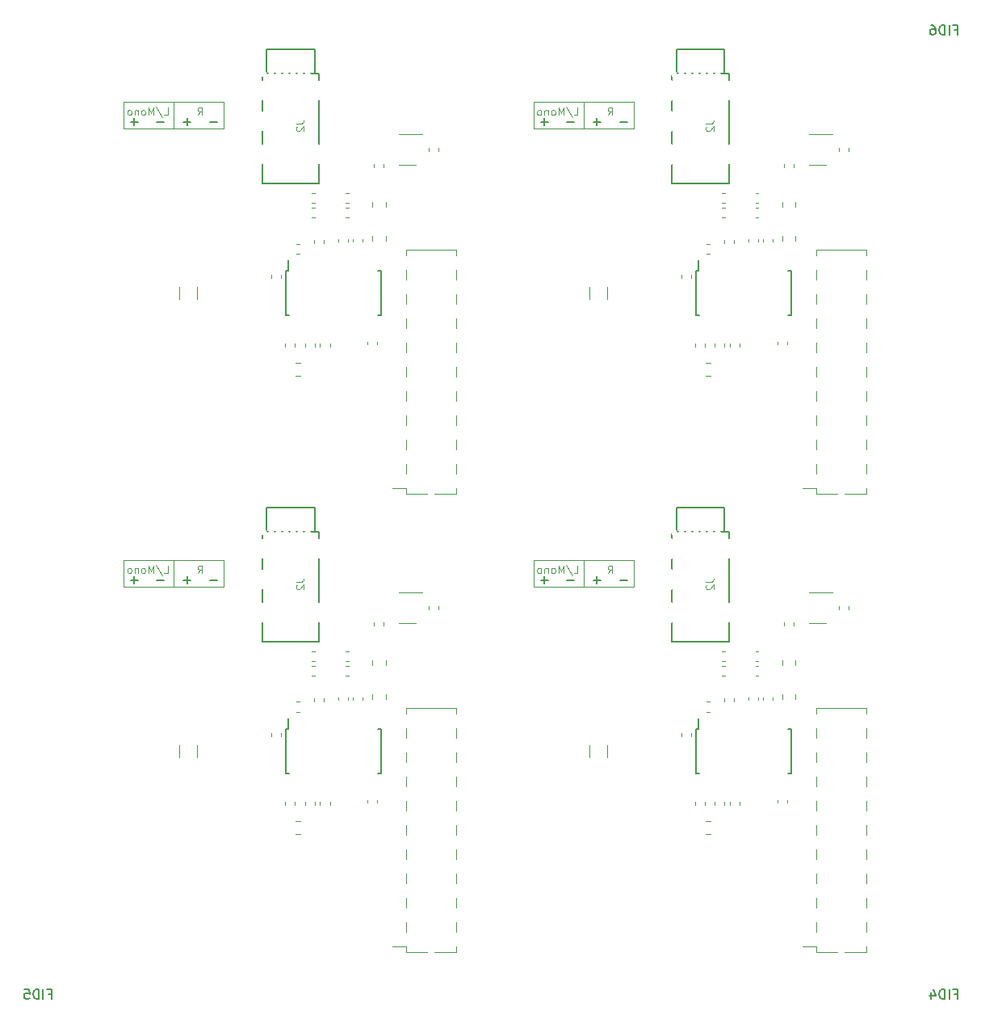
<source format=gbo>
G04 #@! TF.GenerationSoftware,KiCad,Pcbnew,5.1.0*
G04 #@! TF.CreationDate,2019-04-12T15:20:19+02:00*
G04 #@! TF.ProjectId,output.KXKM_audio_board_for_ESP32_PANEL,6f757470-7574-42e4-9b58-4b4d5f617564,1.0*
G04 #@! TF.SameCoordinates,PX5f5e100PY8f0d180*
G04 #@! TF.FileFunction,Legend,Bot*
G04 #@! TF.FilePolarity,Positive*
%FSLAX46Y46*%
G04 Gerber Fmt 4.6, Leading zero omitted, Abs format (unit mm)*
G04 Created by KiCad (PCBNEW 5.1.0) date 2019-04-12 15:20:19*
%MOMM*%
%LPD*%
G04 APERTURE LIST*
%ADD10C,0.120000*%
%ADD11C,0.100000*%
%ADD12C,0.150000*%
%ADD13C,0.640000*%
%ADD14C,1.390000*%
%ADD15O,1.540000X2.940000*%
%ADD16O,2.640000X1.840000*%
%ADD17C,1.015000*%
%ADD18C,1.115000*%
%ADD19R,3.290000X1.140000*%
%ADD20C,1.000000*%
%ADD21C,2.140000*%
%ADD22C,1.740000*%
%ADD23R,0.540000X1.240000*%
%ADD24R,3.139740X3.139740*%
%ADD25C,3.139740*%
%ADD26R,1.200000X0.790000*%
%ADD27C,3.340000*%
%ADD28C,3.140000*%
%ADD29C,2.000000*%
G04 APERTURE END LIST*
D10*
X59250000Y97500000D02*
X64500000Y97500000D01*
X59250000Y97500000D02*
X54000000Y97500000D01*
X54000000Y97500000D02*
X54000000Y94750000D01*
X64500000Y97500000D02*
X64500000Y94750000D01*
X54000000Y94750000D02*
X64500000Y94750000D01*
D11*
X61752380Y96138096D02*
X62019047Y96519048D01*
X62209523Y96138096D02*
X62209523Y96938096D01*
X61904761Y96938096D01*
X61828571Y96900000D01*
X61790476Y96861905D01*
X61752380Y96785715D01*
X61752380Y96671429D01*
X61790476Y96595239D01*
X61828571Y96557143D01*
X61904761Y96519048D01*
X62209523Y96519048D01*
X58214285Y96138096D02*
X58595238Y96138096D01*
X58595238Y96938096D01*
X57376190Y96976191D02*
X58061904Y95947620D01*
X57109523Y96138096D02*
X57109523Y96938096D01*
X56842857Y96366667D01*
X56576190Y96938096D01*
X56576190Y96138096D01*
X56080952Y96138096D02*
X56157142Y96176191D01*
X56195238Y96214286D01*
X56233333Y96290477D01*
X56233333Y96519048D01*
X56195238Y96595239D01*
X56157142Y96633334D01*
X56080952Y96671429D01*
X55966666Y96671429D01*
X55890476Y96633334D01*
X55852380Y96595239D01*
X55814285Y96519048D01*
X55814285Y96290477D01*
X55852380Y96214286D01*
X55890476Y96176191D01*
X55966666Y96138096D01*
X56080952Y96138096D01*
X55471428Y96671429D02*
X55471428Y96138096D01*
X55471428Y96595239D02*
X55433333Y96633334D01*
X55357142Y96671429D01*
X55242857Y96671429D01*
X55166666Y96633334D01*
X55128571Y96557143D01*
X55128571Y96138096D01*
X54633333Y96138096D02*
X54709523Y96176191D01*
X54747619Y96214286D01*
X54785714Y96290477D01*
X54785714Y96519048D01*
X54747619Y96595239D01*
X54709523Y96633334D01*
X54633333Y96671429D01*
X54519047Y96671429D01*
X54442857Y96633334D01*
X54404761Y96595239D01*
X54366666Y96519048D01*
X54366666Y96290477D01*
X54404761Y96214286D01*
X54442857Y96176191D01*
X54519047Y96138096D01*
X54633333Y96138096D01*
D12*
X63773809Y95428572D02*
X63011904Y95428572D01*
X61011904Y95428572D02*
X60249999Y95428572D01*
X60630952Y95047620D02*
X60630952Y95809524D01*
X58249999Y95428572D02*
X57488095Y95428572D01*
X55488095Y95428572D02*
X54726190Y95428572D01*
X55107142Y95047620D02*
X55107142Y95809524D01*
D10*
X59250000Y94750000D02*
X59250000Y97500000D01*
D11*
X61752380Y48138096D02*
X62019047Y48519048D01*
X62209523Y48138096D02*
X62209523Y48938096D01*
X61904761Y48938096D01*
X61828571Y48900000D01*
X61790476Y48861905D01*
X61752380Y48785715D01*
X61752380Y48671429D01*
X61790476Y48595239D01*
X61828571Y48557143D01*
X61904761Y48519048D01*
X62209523Y48519048D01*
X58214285Y48138096D02*
X58595238Y48138096D01*
X58595238Y48938096D01*
X57376190Y48976191D02*
X58061904Y47947620D01*
X57109523Y48138096D02*
X57109523Y48938096D01*
X56842857Y48366667D01*
X56576190Y48938096D01*
X56576190Y48138096D01*
X56080952Y48138096D02*
X56157142Y48176191D01*
X56195238Y48214286D01*
X56233333Y48290477D01*
X56233333Y48519048D01*
X56195238Y48595239D01*
X56157142Y48633334D01*
X56080952Y48671429D01*
X55966666Y48671429D01*
X55890476Y48633334D01*
X55852380Y48595239D01*
X55814285Y48519048D01*
X55814285Y48290477D01*
X55852380Y48214286D01*
X55890476Y48176191D01*
X55966666Y48138096D01*
X56080952Y48138096D01*
X55471428Y48671429D02*
X55471428Y48138096D01*
X55471428Y48595239D02*
X55433333Y48633334D01*
X55357142Y48671429D01*
X55242857Y48671429D01*
X55166666Y48633334D01*
X55128571Y48557143D01*
X55128571Y48138096D01*
X54633333Y48138096D02*
X54709523Y48176191D01*
X54747619Y48214286D01*
X54785714Y48290477D01*
X54785714Y48519048D01*
X54747619Y48595239D01*
X54709523Y48633334D01*
X54633333Y48671429D01*
X54519047Y48671429D01*
X54442857Y48633334D01*
X54404761Y48595239D01*
X54366666Y48519048D01*
X54366666Y48290477D01*
X54404761Y48214286D01*
X54442857Y48176191D01*
X54519047Y48138096D01*
X54633333Y48138096D01*
D10*
X54000000Y49500000D02*
X54000000Y46750000D01*
X59250000Y49500000D02*
X54000000Y49500000D01*
X59250000Y46750000D02*
X59250000Y49500000D01*
D12*
X63773809Y47428572D02*
X63011904Y47428572D01*
X61011904Y47428572D02*
X60249999Y47428572D01*
X60630952Y47047620D02*
X60630952Y47809524D01*
X58249999Y47428572D02*
X57488095Y47428572D01*
X55488095Y47428572D02*
X54726190Y47428572D01*
X55107142Y47047620D02*
X55107142Y47809524D01*
D10*
X54000000Y46750000D02*
X64500000Y46750000D01*
X64500000Y49500000D02*
X64500000Y46750000D01*
X59250000Y49500000D02*
X64500000Y49500000D01*
X16250000Y49500000D02*
X11000000Y49500000D01*
D12*
X20773809Y47428572D02*
X20011904Y47428572D01*
X18011904Y47428572D02*
X17250000Y47428572D01*
X17630952Y47047620D02*
X17630952Y47809524D01*
X15250000Y47428572D02*
X14488095Y47428572D01*
X12488095Y47428572D02*
X11726190Y47428572D01*
X12107142Y47047620D02*
X12107142Y47809524D01*
D11*
X15214285Y48138096D02*
X15595238Y48138096D01*
X15595238Y48938096D01*
X14376190Y48976191D02*
X15061904Y47947620D01*
X14109523Y48138096D02*
X14109523Y48938096D01*
X13842857Y48366667D01*
X13576190Y48938096D01*
X13576190Y48138096D01*
X13080952Y48138096D02*
X13157142Y48176191D01*
X13195238Y48214286D01*
X13233333Y48290477D01*
X13233333Y48519048D01*
X13195238Y48595239D01*
X13157142Y48633334D01*
X13080952Y48671429D01*
X12966666Y48671429D01*
X12890476Y48633334D01*
X12852380Y48595239D01*
X12814285Y48519048D01*
X12814285Y48290477D01*
X12852380Y48214286D01*
X12890476Y48176191D01*
X12966666Y48138096D01*
X13080952Y48138096D01*
X12471428Y48671429D02*
X12471428Y48138096D01*
X12471428Y48595239D02*
X12433333Y48633334D01*
X12357142Y48671429D01*
X12242857Y48671429D01*
X12166666Y48633334D01*
X12128571Y48557143D01*
X12128571Y48138096D01*
X11633333Y48138096D02*
X11709523Y48176191D01*
X11747619Y48214286D01*
X11785714Y48290477D01*
X11785714Y48519048D01*
X11747619Y48595239D01*
X11709523Y48633334D01*
X11633333Y48671429D01*
X11519047Y48671429D01*
X11442857Y48633334D01*
X11404761Y48595239D01*
X11366666Y48519048D01*
X11366666Y48290477D01*
X11404761Y48214286D01*
X11442857Y48176191D01*
X11519047Y48138096D01*
X11633333Y48138096D01*
D10*
X11000000Y49500000D02*
X11000000Y46750000D01*
X16250000Y49500000D02*
X21500000Y49500000D01*
X21500000Y49500000D02*
X21500000Y46750000D01*
X16250000Y46750000D02*
X16250000Y49500000D01*
D11*
X18752380Y48138096D02*
X19019047Y48519048D01*
X19209523Y48138096D02*
X19209523Y48938096D01*
X18904761Y48938096D01*
X18828571Y48900000D01*
X18790476Y48861905D01*
X18752380Y48785715D01*
X18752380Y48671429D01*
X18790476Y48595239D01*
X18828571Y48557143D01*
X18904761Y48519048D01*
X19209523Y48519048D01*
D10*
X11000000Y46750000D02*
X21500000Y46750000D01*
X16250000Y97500000D02*
X11000000Y97500000D01*
D12*
X20773809Y95428572D02*
X20011904Y95428572D01*
X18011904Y95428572D02*
X17250000Y95428572D01*
X17630952Y95047620D02*
X17630952Y95809524D01*
X15250000Y95428572D02*
X14488095Y95428572D01*
X12488095Y95428572D02*
X11726190Y95428572D01*
X12107142Y95047620D02*
X12107142Y95809524D01*
D11*
X15214285Y96138096D02*
X15595238Y96138096D01*
X15595238Y96938096D01*
X14376190Y96976191D02*
X15061904Y95947620D01*
X14109523Y96138096D02*
X14109523Y96938096D01*
X13842857Y96366667D01*
X13576190Y96938096D01*
X13576190Y96138096D01*
X13080952Y96138096D02*
X13157142Y96176191D01*
X13195238Y96214286D01*
X13233333Y96290477D01*
X13233333Y96519048D01*
X13195238Y96595239D01*
X13157142Y96633334D01*
X13080952Y96671429D01*
X12966666Y96671429D01*
X12890476Y96633334D01*
X12852380Y96595239D01*
X12814285Y96519048D01*
X12814285Y96290477D01*
X12852380Y96214286D01*
X12890476Y96176191D01*
X12966666Y96138096D01*
X13080952Y96138096D01*
X12471428Y96671429D02*
X12471428Y96138096D01*
X12471428Y96595239D02*
X12433333Y96633334D01*
X12357142Y96671429D01*
X12242857Y96671429D01*
X12166666Y96633334D01*
X12128571Y96557143D01*
X12128571Y96138096D01*
X11633333Y96138096D02*
X11709523Y96176191D01*
X11747619Y96214286D01*
X11785714Y96290477D01*
X11785714Y96519048D01*
X11747619Y96595239D01*
X11709523Y96633334D01*
X11633333Y96671429D01*
X11519047Y96671429D01*
X11442857Y96633334D01*
X11404761Y96595239D01*
X11366666Y96519048D01*
X11366666Y96290477D01*
X11404761Y96214286D01*
X11442857Y96176191D01*
X11519047Y96138096D01*
X11633333Y96138096D01*
D10*
X11000000Y97500000D02*
X11000000Y94750000D01*
X16250000Y97500000D02*
X21500000Y97500000D01*
X21500000Y97500000D02*
X21500000Y94750000D01*
X16250000Y94750000D02*
X16250000Y97500000D01*
D11*
X18752380Y96138096D02*
X19019047Y96519048D01*
X19209523Y96138096D02*
X19209523Y96938096D01*
X18904761Y96938096D01*
X18828571Y96900000D01*
X18790476Y96861905D01*
X18752380Y96785715D01*
X18752380Y96671429D01*
X18790476Y96595239D01*
X18828571Y96557143D01*
X18904761Y96519048D01*
X19209523Y96519048D01*
D10*
X11000000Y94750000D02*
X21500000Y94750000D01*
X61660000Y78102064D02*
X61660000Y76897936D01*
X59840000Y78102064D02*
X59840000Y76897936D01*
X73737221Y86910000D02*
X74062779Y86910000D01*
X73737221Y87930000D02*
X74062779Y87930000D01*
X77562779Y87930000D02*
X77237221Y87930000D01*
X77562779Y86910000D02*
X77237221Y86910000D01*
X71991422Y68790000D02*
X72508578Y68790000D01*
X71991422Y70210000D02*
X72508578Y70210000D01*
X80040000Y83458578D02*
X80040000Y82941422D01*
X81460000Y83458578D02*
X81460000Y82941422D01*
X83650000Y56490000D02*
X88850000Y56490000D01*
X83650000Y82010000D02*
X88850000Y82010000D01*
X82210000Y57060000D02*
X83650000Y57060000D01*
X83650000Y56490000D02*
X83650000Y57060000D01*
X88850000Y56490000D02*
X88850000Y57060000D01*
X83650000Y81440000D02*
X83650000Y82010000D01*
X88850000Y81440000D02*
X88850000Y82010000D01*
X83650000Y58580000D02*
X83650000Y59600000D01*
X88850000Y58580000D02*
X88850000Y59600000D01*
X83650000Y61120000D02*
X83650000Y62140000D01*
X88850000Y61120000D02*
X88850000Y62140000D01*
X83650000Y63660000D02*
X83650000Y64680000D01*
X88850000Y63660000D02*
X88850000Y64680000D01*
X83650000Y66200000D02*
X83650000Y67220000D01*
X88850000Y66200000D02*
X88850000Y67220000D01*
X83650000Y68740000D02*
X83650000Y69760000D01*
X88850000Y68740000D02*
X88850000Y69760000D01*
X83650000Y71280000D02*
X83650000Y72300000D01*
X88850000Y71280000D02*
X88850000Y72300000D01*
X83650000Y73820000D02*
X83650000Y74840000D01*
X88850000Y73820000D02*
X88850000Y74840000D01*
X83650000Y76360000D02*
X83650000Y77380000D01*
X88850000Y76360000D02*
X88850000Y77380000D01*
X83650000Y78900000D02*
X83650000Y79920000D01*
X88850000Y78900000D02*
X88850000Y79920000D01*
X81460000Y86491422D02*
X81460000Y87008578D01*
X80040000Y86491422D02*
X80040000Y87008578D01*
X70890000Y72212779D02*
X70890000Y71887221D01*
X71910000Y72212779D02*
X71910000Y71887221D01*
D12*
X68500000Y89000000D02*
X74500000Y89000000D01*
X74000000Y100500000D02*
X69000000Y100500000D01*
X68500000Y100500000D02*
X68500000Y89000000D01*
X69000000Y100500000D02*
X68500000Y100500000D01*
X69000000Y103000000D02*
X69000000Y100500000D01*
X74000000Y103000000D02*
X69000000Y103000000D01*
X74000000Y100500000D02*
X74000000Y103000000D01*
X74500000Y100500000D02*
X74000000Y100500000D01*
X74500000Y89000000D02*
X74500000Y100500000D01*
X68500000Y89000000D02*
X74500000Y89000000D01*
D10*
X74590000Y72212779D02*
X74590000Y71887221D01*
X75610000Y72212779D02*
X75610000Y71887221D01*
D12*
X71025000Y79825000D02*
X71250000Y79825000D01*
X71025000Y75175000D02*
X71350000Y75175000D01*
X80975000Y75175000D02*
X80650000Y75175000D01*
X80975000Y79825000D02*
X80650000Y79825000D01*
X71025000Y79825000D02*
X71025000Y75175000D01*
X80975000Y79825000D02*
X80975000Y75175000D01*
X71250000Y79825000D02*
X71250000Y80900000D01*
D10*
X69440000Y79412779D02*
X69440000Y79087221D01*
X70460000Y79412779D02*
X70460000Y79087221D01*
X79010000Y82837221D02*
X79010000Y83162779D01*
X77990000Y82837221D02*
X77990000Y83162779D01*
X79515000Y72412779D02*
X79515000Y72087221D01*
X80535000Y72412779D02*
X80535000Y72087221D01*
X75010000Y82737221D02*
X75010000Y83062779D01*
X73990000Y82737221D02*
X73990000Y83062779D01*
X73737221Y85410000D02*
X74062779Y85410000D01*
X73737221Y86430000D02*
X74062779Y86430000D01*
X84650000Y90890000D02*
X82850000Y90890000D01*
X82850000Y94110000D02*
X85300000Y94110000D01*
X77510000Y82837221D02*
X77510000Y83162779D01*
X76490000Y82837221D02*
X76490000Y83162779D01*
X81260000Y90637221D02*
X81260000Y90962779D01*
X80240000Y90637221D02*
X80240000Y90962779D01*
X74010000Y72212779D02*
X74010000Y71887221D01*
X72990000Y72212779D02*
X72990000Y71887221D01*
X72087221Y81640000D02*
X72412779Y81640000D01*
X72087221Y82660000D02*
X72412779Y82660000D01*
X87010000Y92337221D02*
X87010000Y92662779D01*
X85990000Y92337221D02*
X85990000Y92662779D01*
X77562779Y85410000D02*
X77237221Y85410000D01*
X77562779Y86430000D02*
X77237221Y86430000D01*
X69440000Y31412779D02*
X69440000Y31087221D01*
X70460000Y31412779D02*
X70460000Y31087221D01*
X77510000Y34837221D02*
X77510000Y35162779D01*
X76490000Y34837221D02*
X76490000Y35162779D01*
X75010000Y34737221D02*
X75010000Y35062779D01*
X73990000Y34737221D02*
X73990000Y35062779D01*
X73737221Y38910000D02*
X74062779Y38910000D01*
X73737221Y39930000D02*
X74062779Y39930000D01*
X87010000Y44337221D02*
X87010000Y44662779D01*
X85990000Y44337221D02*
X85990000Y44662779D01*
X84650000Y42890000D02*
X82850000Y42890000D01*
X82850000Y46110000D02*
X85300000Y46110000D01*
X70890000Y24212779D02*
X70890000Y23887221D01*
X71910000Y24212779D02*
X71910000Y23887221D01*
X61660000Y30102064D02*
X61660000Y28897936D01*
X59840000Y30102064D02*
X59840000Y28897936D01*
D12*
X71025000Y31825000D02*
X71250000Y31825000D01*
X71025000Y27175000D02*
X71350000Y27175000D01*
X80975000Y27175000D02*
X80650000Y27175000D01*
X80975000Y31825000D02*
X80650000Y31825000D01*
X71025000Y31825000D02*
X71025000Y27175000D01*
X80975000Y31825000D02*
X80975000Y27175000D01*
X71250000Y31825000D02*
X71250000Y32900000D01*
D10*
X71991422Y20790000D02*
X72508578Y20790000D01*
X71991422Y22210000D02*
X72508578Y22210000D01*
X74010000Y24212779D02*
X74010000Y23887221D01*
X72990000Y24212779D02*
X72990000Y23887221D01*
X77562779Y39930000D02*
X77237221Y39930000D01*
X77562779Y38910000D02*
X77237221Y38910000D01*
X73737221Y37410000D02*
X74062779Y37410000D01*
X73737221Y38430000D02*
X74062779Y38430000D01*
X77562779Y37410000D02*
X77237221Y37410000D01*
X77562779Y38430000D02*
X77237221Y38430000D01*
X81260000Y42637221D02*
X81260000Y42962779D01*
X80240000Y42637221D02*
X80240000Y42962779D01*
X79010000Y34837221D02*
X79010000Y35162779D01*
X77990000Y34837221D02*
X77990000Y35162779D01*
X81460000Y38491422D02*
X81460000Y39008578D01*
X80040000Y38491422D02*
X80040000Y39008578D01*
D12*
X68500000Y41000000D02*
X74500000Y41000000D01*
X74000000Y52500000D02*
X69000000Y52500000D01*
X68500000Y52500000D02*
X68500000Y41000000D01*
X69000000Y52500000D02*
X68500000Y52500000D01*
X69000000Y55000000D02*
X69000000Y52500000D01*
X74000000Y55000000D02*
X69000000Y55000000D01*
X74000000Y52500000D02*
X74000000Y55000000D01*
X74500000Y52500000D02*
X74000000Y52500000D01*
X74500000Y41000000D02*
X74500000Y52500000D01*
X68500000Y41000000D02*
X74500000Y41000000D01*
D10*
X79515000Y24412779D02*
X79515000Y24087221D01*
X80535000Y24412779D02*
X80535000Y24087221D01*
X83650000Y8490000D02*
X88850000Y8490000D01*
X83650000Y34010000D02*
X88850000Y34010000D01*
X82210000Y9060000D02*
X83650000Y9060000D01*
X83650000Y8490000D02*
X83650000Y9060000D01*
X88850000Y8490000D02*
X88850000Y9060000D01*
X83650000Y33440000D02*
X83650000Y34010000D01*
X88850000Y33440000D02*
X88850000Y34010000D01*
X83650000Y10580000D02*
X83650000Y11600000D01*
X88850000Y10580000D02*
X88850000Y11600000D01*
X83650000Y13120000D02*
X83650000Y14140000D01*
X88850000Y13120000D02*
X88850000Y14140000D01*
X83650000Y15660000D02*
X83650000Y16680000D01*
X88850000Y15660000D02*
X88850000Y16680000D01*
X83650000Y18200000D02*
X83650000Y19220000D01*
X88850000Y18200000D02*
X88850000Y19220000D01*
X83650000Y20740000D02*
X83650000Y21760000D01*
X88850000Y20740000D02*
X88850000Y21760000D01*
X83650000Y23280000D02*
X83650000Y24300000D01*
X88850000Y23280000D02*
X88850000Y24300000D01*
X83650000Y25820000D02*
X83650000Y26840000D01*
X88850000Y25820000D02*
X88850000Y26840000D01*
X83650000Y28360000D02*
X83650000Y29380000D01*
X88850000Y28360000D02*
X88850000Y29380000D01*
X83650000Y30900000D02*
X83650000Y31920000D01*
X88850000Y30900000D02*
X88850000Y31920000D01*
X74590000Y24212779D02*
X74590000Y23887221D01*
X75610000Y24212779D02*
X75610000Y23887221D01*
X72087221Y33640000D02*
X72412779Y33640000D01*
X72087221Y34660000D02*
X72412779Y34660000D01*
X80040000Y35458578D02*
X80040000Y34941422D01*
X81460000Y35458578D02*
X81460000Y34941422D01*
X29087221Y34660000D02*
X29412779Y34660000D01*
X29087221Y33640000D02*
X29412779Y33640000D01*
X38460000Y35458578D02*
X38460000Y34941422D01*
X37040000Y35458578D02*
X37040000Y34941422D01*
X39850000Y46110000D02*
X42300000Y46110000D01*
X41650000Y42890000D02*
X39850000Y42890000D01*
X32610000Y24212779D02*
X32610000Y23887221D01*
X31590000Y24212779D02*
X31590000Y23887221D01*
D12*
X25500000Y41000000D02*
X31500000Y41000000D01*
X31500000Y41000000D02*
X31500000Y52500000D01*
X31500000Y52500000D02*
X31000000Y52500000D01*
X31000000Y52500000D02*
X31000000Y55000000D01*
X31000000Y55000000D02*
X26000000Y55000000D01*
X26000000Y55000000D02*
X26000000Y52500000D01*
X26000000Y52500000D02*
X25500000Y52500000D01*
X25500000Y52500000D02*
X25500000Y41000000D01*
X31000000Y52500000D02*
X26000000Y52500000D01*
X25500000Y41000000D02*
X31500000Y41000000D01*
D10*
X45850000Y30900000D02*
X45850000Y31920000D01*
X40650000Y30900000D02*
X40650000Y31920000D01*
X45850000Y28360000D02*
X45850000Y29380000D01*
X40650000Y28360000D02*
X40650000Y29380000D01*
X45850000Y25820000D02*
X45850000Y26840000D01*
X40650000Y25820000D02*
X40650000Y26840000D01*
X45850000Y23280000D02*
X45850000Y24300000D01*
X40650000Y23280000D02*
X40650000Y24300000D01*
X45850000Y20740000D02*
X45850000Y21760000D01*
X40650000Y20740000D02*
X40650000Y21760000D01*
X45850000Y18200000D02*
X45850000Y19220000D01*
X40650000Y18200000D02*
X40650000Y19220000D01*
X45850000Y15660000D02*
X45850000Y16680000D01*
X40650000Y15660000D02*
X40650000Y16680000D01*
X45850000Y13120000D02*
X45850000Y14140000D01*
X40650000Y13120000D02*
X40650000Y14140000D01*
X45850000Y10580000D02*
X45850000Y11600000D01*
X40650000Y10580000D02*
X40650000Y11600000D01*
X45850000Y33440000D02*
X45850000Y34010000D01*
X40650000Y33440000D02*
X40650000Y34010000D01*
X45850000Y8490000D02*
X45850000Y9060000D01*
X40650000Y8490000D02*
X40650000Y9060000D01*
X39210000Y9060000D02*
X40650000Y9060000D01*
X40650000Y34010000D02*
X45850000Y34010000D01*
X40650000Y8490000D02*
X45850000Y8490000D01*
X30737221Y39930000D02*
X31062779Y39930000D01*
X30737221Y38910000D02*
X31062779Y38910000D01*
X28910000Y24212779D02*
X28910000Y23887221D01*
X27890000Y24212779D02*
X27890000Y23887221D01*
X28991422Y22210000D02*
X29508578Y22210000D01*
X28991422Y20790000D02*
X29508578Y20790000D01*
X16840000Y30102064D02*
X16840000Y28897936D01*
X18660000Y30102064D02*
X18660000Y28897936D01*
X37535000Y24412779D02*
X37535000Y24087221D01*
X36515000Y24412779D02*
X36515000Y24087221D01*
D12*
X28250000Y31825000D02*
X28250000Y32900000D01*
X37975000Y31825000D02*
X37975000Y27175000D01*
X28025000Y31825000D02*
X28025000Y27175000D01*
X37975000Y31825000D02*
X37650000Y31825000D01*
X37975000Y27175000D02*
X37650000Y27175000D01*
X28025000Y27175000D02*
X28350000Y27175000D01*
X28025000Y31825000D02*
X28250000Y31825000D01*
D10*
X34562779Y38430000D02*
X34237221Y38430000D01*
X34562779Y37410000D02*
X34237221Y37410000D01*
X30737221Y38430000D02*
X31062779Y38430000D01*
X30737221Y37410000D02*
X31062779Y37410000D01*
X34562779Y38910000D02*
X34237221Y38910000D01*
X34562779Y39930000D02*
X34237221Y39930000D01*
X29990000Y24212779D02*
X29990000Y23887221D01*
X31010000Y24212779D02*
X31010000Y23887221D01*
X30990000Y34737221D02*
X30990000Y35062779D01*
X32010000Y34737221D02*
X32010000Y35062779D01*
X33490000Y34837221D02*
X33490000Y35162779D01*
X34510000Y34837221D02*
X34510000Y35162779D01*
X27460000Y31412779D02*
X27460000Y31087221D01*
X26440000Y31412779D02*
X26440000Y31087221D01*
X37040000Y38491422D02*
X37040000Y39008578D01*
X38460000Y38491422D02*
X38460000Y39008578D01*
X34990000Y34837221D02*
X34990000Y35162779D01*
X36010000Y34837221D02*
X36010000Y35162779D01*
X37240000Y42637221D02*
X37240000Y42962779D01*
X38260000Y42637221D02*
X38260000Y42962779D01*
X42990000Y44337221D02*
X42990000Y44662779D01*
X44010000Y44337221D02*
X44010000Y44662779D01*
X29087221Y82660000D02*
X29412779Y82660000D01*
X29087221Y81640000D02*
X29412779Y81640000D01*
X38460000Y83458578D02*
X38460000Y82941422D01*
X37040000Y83458578D02*
X37040000Y82941422D01*
X39850000Y94110000D02*
X42300000Y94110000D01*
X41650000Y90890000D02*
X39850000Y90890000D01*
X32610000Y72212779D02*
X32610000Y71887221D01*
X31590000Y72212779D02*
X31590000Y71887221D01*
D12*
X25500000Y89000000D02*
X31500000Y89000000D01*
X31500000Y89000000D02*
X31500000Y100500000D01*
X31500000Y100500000D02*
X31000000Y100500000D01*
X31000000Y100500000D02*
X31000000Y103000000D01*
X31000000Y103000000D02*
X26000000Y103000000D01*
X26000000Y103000000D02*
X26000000Y100500000D01*
X26000000Y100500000D02*
X25500000Y100500000D01*
X25500000Y100500000D02*
X25500000Y89000000D01*
X31000000Y100500000D02*
X26000000Y100500000D01*
X25500000Y89000000D02*
X31500000Y89000000D01*
D10*
X45850000Y78900000D02*
X45850000Y79920000D01*
X40650000Y78900000D02*
X40650000Y79920000D01*
X45850000Y76360000D02*
X45850000Y77380000D01*
X40650000Y76360000D02*
X40650000Y77380000D01*
X45850000Y73820000D02*
X45850000Y74840000D01*
X40650000Y73820000D02*
X40650000Y74840000D01*
X45850000Y71280000D02*
X45850000Y72300000D01*
X40650000Y71280000D02*
X40650000Y72300000D01*
X45850000Y68740000D02*
X45850000Y69760000D01*
X40650000Y68740000D02*
X40650000Y69760000D01*
X45850000Y66200000D02*
X45850000Y67220000D01*
X40650000Y66200000D02*
X40650000Y67220000D01*
X45850000Y63660000D02*
X45850000Y64680000D01*
X40650000Y63660000D02*
X40650000Y64680000D01*
X45850000Y61120000D02*
X45850000Y62140000D01*
X40650000Y61120000D02*
X40650000Y62140000D01*
X45850000Y58580000D02*
X45850000Y59600000D01*
X40650000Y58580000D02*
X40650000Y59600000D01*
X45850000Y81440000D02*
X45850000Y82010000D01*
X40650000Y81440000D02*
X40650000Y82010000D01*
X45850000Y56490000D02*
X45850000Y57060000D01*
X40650000Y56490000D02*
X40650000Y57060000D01*
X39210000Y57060000D02*
X40650000Y57060000D01*
X40650000Y82010000D02*
X45850000Y82010000D01*
X40650000Y56490000D02*
X45850000Y56490000D01*
X30737221Y87930000D02*
X31062779Y87930000D01*
X30737221Y86910000D02*
X31062779Y86910000D01*
X28910000Y72212779D02*
X28910000Y71887221D01*
X27890000Y72212779D02*
X27890000Y71887221D01*
X28991422Y70210000D02*
X29508578Y70210000D01*
X28991422Y68790000D02*
X29508578Y68790000D01*
X16840000Y78102064D02*
X16840000Y76897936D01*
X18660000Y78102064D02*
X18660000Y76897936D01*
X37535000Y72412779D02*
X37535000Y72087221D01*
X36515000Y72412779D02*
X36515000Y72087221D01*
D12*
X28250000Y79825000D02*
X28250000Y80900000D01*
X37975000Y79825000D02*
X37975000Y75175000D01*
X28025000Y79825000D02*
X28025000Y75175000D01*
X37975000Y79825000D02*
X37650000Y79825000D01*
X37975000Y75175000D02*
X37650000Y75175000D01*
X28025000Y75175000D02*
X28350000Y75175000D01*
X28025000Y79825000D02*
X28250000Y79825000D01*
D10*
X34562779Y86430000D02*
X34237221Y86430000D01*
X34562779Y85410000D02*
X34237221Y85410000D01*
X30737221Y86430000D02*
X31062779Y86430000D01*
X30737221Y85410000D02*
X31062779Y85410000D01*
X34562779Y86910000D02*
X34237221Y86910000D01*
X34562779Y87930000D02*
X34237221Y87930000D01*
X29990000Y72212779D02*
X29990000Y71887221D01*
X31010000Y72212779D02*
X31010000Y71887221D01*
X30990000Y82737221D02*
X30990000Y83062779D01*
X32010000Y82737221D02*
X32010000Y83062779D01*
X33490000Y82837221D02*
X33490000Y83162779D01*
X34510000Y82837221D02*
X34510000Y83162779D01*
X27460000Y79412779D02*
X27460000Y79087221D01*
X26440000Y79412779D02*
X26440000Y79087221D01*
X37040000Y86491422D02*
X37040000Y87008578D01*
X38460000Y86491422D02*
X38460000Y87008578D01*
X34990000Y82837221D02*
X34990000Y83162779D01*
X36010000Y82837221D02*
X36010000Y83162779D01*
X37240000Y90637221D02*
X37240000Y90962779D01*
X38260000Y90637221D02*
X38260000Y90962779D01*
X42990000Y92337221D02*
X42990000Y92662779D01*
X44010000Y92337221D02*
X44010000Y92662779D01*
D11*
X72061904Y95266667D02*
X72633333Y95266667D01*
X72747619Y95304762D01*
X72823809Y95380953D01*
X72861904Y95495239D01*
X72861904Y95571429D01*
X72138095Y94923810D02*
X72100000Y94885715D01*
X72061904Y94809524D01*
X72061904Y94619048D01*
X72100000Y94542858D01*
X72138095Y94504762D01*
X72214285Y94466667D01*
X72290476Y94466667D01*
X72404761Y94504762D01*
X72861904Y94961905D01*
X72861904Y94466667D01*
X72061904Y47266667D02*
X72633333Y47266667D01*
X72747619Y47304762D01*
X72823809Y47380953D01*
X72861904Y47495239D01*
X72861904Y47571429D01*
X72138095Y46923810D02*
X72100000Y46885715D01*
X72061904Y46809524D01*
X72061904Y46619048D01*
X72100000Y46542858D01*
X72138095Y46504762D01*
X72214285Y46466667D01*
X72290476Y46466667D01*
X72404761Y46504762D01*
X72861904Y46961905D01*
X72861904Y46466667D01*
D12*
X98071428Y105071429D02*
X98404761Y105071429D01*
X98404761Y104547620D02*
X98404761Y105547620D01*
X97928571Y105547620D01*
X97547619Y104547620D02*
X97547619Y105547620D01*
X97071428Y104547620D02*
X97071428Y105547620D01*
X96833333Y105547620D01*
X96690476Y105500000D01*
X96595238Y105404762D01*
X96547619Y105309524D01*
X96500000Y105119048D01*
X96500000Y104976191D01*
X96547619Y104785715D01*
X96595238Y104690477D01*
X96690476Y104595239D01*
X96833333Y104547620D01*
X97071428Y104547620D01*
X95642857Y105547620D02*
X95833333Y105547620D01*
X95928571Y105500000D01*
X95976190Y105452381D01*
X96071428Y105309524D01*
X96119047Y105119048D01*
X96119047Y104738096D01*
X96071428Y104642858D01*
X96023809Y104595239D01*
X95928571Y104547620D01*
X95738095Y104547620D01*
X95642857Y104595239D01*
X95595238Y104642858D01*
X95547619Y104738096D01*
X95547619Y104976191D01*
X95595238Y105071429D01*
X95642857Y105119048D01*
X95738095Y105166667D01*
X95928571Y105166667D01*
X96023809Y105119048D01*
X96071428Y105071429D01*
X96119047Y104976191D01*
X3071428Y4071429D02*
X3404761Y4071429D01*
X3404761Y3547620D02*
X3404761Y4547620D01*
X2928571Y4547620D01*
X2547619Y3547620D02*
X2547619Y4547620D01*
X2071428Y3547620D02*
X2071428Y4547620D01*
X1833333Y4547620D01*
X1690476Y4500000D01*
X1595238Y4404762D01*
X1547619Y4309524D01*
X1500000Y4119048D01*
X1500000Y3976191D01*
X1547619Y3785715D01*
X1595238Y3690477D01*
X1690476Y3595239D01*
X1833333Y3547620D01*
X2071428Y3547620D01*
X595238Y4547620D02*
X1071428Y4547620D01*
X1119047Y4071429D01*
X1071428Y4119048D01*
X976190Y4166667D01*
X738095Y4166667D01*
X642857Y4119048D01*
X595238Y4071429D01*
X547619Y3976191D01*
X547619Y3738096D01*
X595238Y3642858D01*
X642857Y3595239D01*
X738095Y3547620D01*
X976190Y3547620D01*
X1071428Y3595239D01*
X1119047Y3642858D01*
X98071428Y4071429D02*
X98404761Y4071429D01*
X98404761Y3547620D02*
X98404761Y4547620D01*
X97928571Y4547620D01*
X97547619Y3547620D02*
X97547619Y4547620D01*
X97071428Y3547620D02*
X97071428Y4547620D01*
X96833333Y4547620D01*
X96690476Y4500000D01*
X96595238Y4404762D01*
X96547619Y4309524D01*
X96500000Y4119048D01*
X96500000Y3976191D01*
X96547619Y3785715D01*
X96595238Y3690477D01*
X96690476Y3595239D01*
X96833333Y3547620D01*
X97071428Y3547620D01*
X95642857Y4214286D02*
X95642857Y3547620D01*
X95880952Y4595239D02*
X96119047Y3880953D01*
X95500000Y3880953D01*
D11*
X29061904Y47266667D02*
X29633333Y47266667D01*
X29747619Y47304762D01*
X29823809Y47380953D01*
X29861904Y47495239D01*
X29861904Y47571429D01*
X29138095Y46923810D02*
X29100000Y46885715D01*
X29061904Y46809524D01*
X29061904Y46619048D01*
X29100000Y46542858D01*
X29138095Y46504762D01*
X29214285Y46466667D01*
X29290476Y46466667D01*
X29404761Y46504762D01*
X29861904Y46961905D01*
X29861904Y46466667D01*
X29061904Y95266667D02*
X29633333Y95266667D01*
X29747619Y95304762D01*
X29823809Y95380953D01*
X29861904Y95495239D01*
X29861904Y95571429D01*
X29138095Y94923810D02*
X29100000Y94885715D01*
X29061904Y94809524D01*
X29061904Y94619048D01*
X29100000Y94542858D01*
X29138095Y94504762D01*
X29214285Y94466667D01*
X29290476Y94466667D01*
X29404761Y94504762D01*
X29861904Y94961905D01*
X29861904Y94466667D01*
%LPC*%
D13*
X5000000Y13250000D03*
X4166667Y13250000D03*
X833335Y13250000D03*
X2Y13250000D03*
D11*
G36*
X61444249Y76793661D02*
G01*
X61471235Y76789658D01*
X61497699Y76783029D01*
X61523386Y76773839D01*
X61548048Y76762174D01*
X61571449Y76748149D01*
X61593361Y76731897D01*
X61613576Y76713576D01*
X61631897Y76693361D01*
X61648149Y76671449D01*
X61662174Y76648048D01*
X61673839Y76623386D01*
X61683029Y76597699D01*
X61689658Y76571235D01*
X61693661Y76544249D01*
X61695000Y76517000D01*
X61695000Y75683000D01*
X61693661Y75655751D01*
X61689658Y75628765D01*
X61683029Y75602301D01*
X61673839Y75576614D01*
X61662174Y75551952D01*
X61648149Y75528551D01*
X61631897Y75506639D01*
X61613576Y75486424D01*
X61593361Y75468103D01*
X61571449Y75451851D01*
X61548048Y75437826D01*
X61523386Y75426161D01*
X61497699Y75416971D01*
X61471235Y75410342D01*
X61444249Y75406339D01*
X61417000Y75405000D01*
X60083000Y75405000D01*
X60055751Y75406339D01*
X60028765Y75410342D01*
X60002301Y75416971D01*
X59976614Y75426161D01*
X59951952Y75437826D01*
X59928551Y75451851D01*
X59906639Y75468103D01*
X59886424Y75486424D01*
X59868103Y75506639D01*
X59851851Y75528551D01*
X59837826Y75551952D01*
X59826161Y75576614D01*
X59816971Y75602301D01*
X59810342Y75628765D01*
X59806339Y75655751D01*
X59805000Y75683000D01*
X59805000Y76517000D01*
X59806339Y76544249D01*
X59810342Y76571235D01*
X59816971Y76597699D01*
X59826161Y76623386D01*
X59837826Y76648048D01*
X59851851Y76671449D01*
X59868103Y76693361D01*
X59886424Y76713576D01*
X59906639Y76731897D01*
X59928551Y76748149D01*
X59951952Y76762174D01*
X59976614Y76773839D01*
X60002301Y76783029D01*
X60028765Y76789658D01*
X60055751Y76793661D01*
X60083000Y76795000D01*
X61417000Y76795000D01*
X61444249Y76793661D01*
X61444249Y76793661D01*
G37*
D14*
X60750000Y76100000D03*
D11*
G36*
X61444249Y79593661D02*
G01*
X61471235Y79589658D01*
X61497699Y79583029D01*
X61523386Y79573839D01*
X61548048Y79562174D01*
X61571449Y79548149D01*
X61593361Y79531897D01*
X61613576Y79513576D01*
X61631897Y79493361D01*
X61648149Y79471449D01*
X61662174Y79448048D01*
X61673839Y79423386D01*
X61683029Y79397699D01*
X61689658Y79371235D01*
X61693661Y79344249D01*
X61695000Y79317000D01*
X61695000Y78483000D01*
X61693661Y78455751D01*
X61689658Y78428765D01*
X61683029Y78402301D01*
X61673839Y78376614D01*
X61662174Y78351952D01*
X61648149Y78328551D01*
X61631897Y78306639D01*
X61613576Y78286424D01*
X61593361Y78268103D01*
X61571449Y78251851D01*
X61548048Y78237826D01*
X61523386Y78226161D01*
X61497699Y78216971D01*
X61471235Y78210342D01*
X61444249Y78206339D01*
X61417000Y78205000D01*
X60083000Y78205000D01*
X60055751Y78206339D01*
X60028765Y78210342D01*
X60002301Y78216971D01*
X59976614Y78226161D01*
X59951952Y78237826D01*
X59928551Y78251851D01*
X59906639Y78268103D01*
X59886424Y78286424D01*
X59868103Y78306639D01*
X59851851Y78328551D01*
X59837826Y78351952D01*
X59826161Y78376614D01*
X59816971Y78402301D01*
X59810342Y78428765D01*
X59806339Y78455751D01*
X59805000Y78483000D01*
X59805000Y79317000D01*
X59806339Y79344249D01*
X59810342Y79371235D01*
X59816971Y79397699D01*
X59826161Y79423386D01*
X59837826Y79448048D01*
X59851851Y79471449D01*
X59868103Y79493361D01*
X59886424Y79513576D01*
X59906639Y79531897D01*
X59928551Y79548149D01*
X59951952Y79562174D01*
X59976614Y79573839D01*
X60002301Y79583029D01*
X60028765Y79589658D01*
X60055751Y79593661D01*
X60083000Y79595000D01*
X61417000Y79595000D01*
X61444249Y79593661D01*
X61444249Y79593661D01*
G37*
D14*
X60750000Y78900000D03*
D15*
X52500000Y72250000D03*
D16*
X63600000Y66070000D03*
X63600000Y68610000D03*
X63600000Y71150000D03*
X63600000Y73690000D03*
X63600000Y76230000D03*
X63600000Y78770000D03*
X63600000Y81310000D03*
X63600000Y83850000D03*
X63600000Y86390000D03*
X63600000Y88930000D03*
D11*
G36*
X73391122Y87963778D02*
G01*
X73415754Y87960124D01*
X73439910Y87954074D01*
X73463356Y87945684D01*
X73485867Y87935038D01*
X73507226Y87922235D01*
X73527227Y87907401D01*
X73545678Y87890678D01*
X73562401Y87872227D01*
X73577235Y87852226D01*
X73590038Y87830867D01*
X73600684Y87808356D01*
X73609074Y87784910D01*
X73615124Y87760754D01*
X73618778Y87736122D01*
X73620000Y87711250D01*
X73620000Y87128750D01*
X73618778Y87103878D01*
X73615124Y87079246D01*
X73609074Y87055090D01*
X73600684Y87031644D01*
X73590038Y87009133D01*
X73577235Y86987774D01*
X73562401Y86967773D01*
X73545678Y86949322D01*
X73527227Y86932599D01*
X73507226Y86917765D01*
X73485867Y86904962D01*
X73463356Y86894316D01*
X73439910Y86885926D01*
X73415754Y86879876D01*
X73391122Y86876222D01*
X73366250Y86875000D01*
X72858750Y86875000D01*
X72833878Y86876222D01*
X72809246Y86879876D01*
X72785090Y86885926D01*
X72761644Y86894316D01*
X72739133Y86904962D01*
X72717774Y86917765D01*
X72697773Y86932599D01*
X72679322Y86949322D01*
X72662599Y86967773D01*
X72647765Y86987774D01*
X72634962Y87009133D01*
X72624316Y87031644D01*
X72615926Y87055090D01*
X72609876Y87079246D01*
X72606222Y87103878D01*
X72605000Y87128750D01*
X72605000Y87711250D01*
X72606222Y87736122D01*
X72609876Y87760754D01*
X72615926Y87784910D01*
X72624316Y87808356D01*
X72634962Y87830867D01*
X72647765Y87852226D01*
X72662599Y87872227D01*
X72679322Y87890678D01*
X72697773Y87907401D01*
X72717774Y87922235D01*
X72739133Y87935038D01*
X72761644Y87945684D01*
X72785090Y87954074D01*
X72809246Y87960124D01*
X72833878Y87963778D01*
X72858750Y87965000D01*
X73366250Y87965000D01*
X73391122Y87963778D01*
X73391122Y87963778D01*
G37*
D17*
X73112500Y87420000D03*
D11*
G36*
X74966122Y87963778D02*
G01*
X74990754Y87960124D01*
X75014910Y87954074D01*
X75038356Y87945684D01*
X75060867Y87935038D01*
X75082226Y87922235D01*
X75102227Y87907401D01*
X75120678Y87890678D01*
X75137401Y87872227D01*
X75152235Y87852226D01*
X75165038Y87830867D01*
X75175684Y87808356D01*
X75184074Y87784910D01*
X75190124Y87760754D01*
X75193778Y87736122D01*
X75195000Y87711250D01*
X75195000Y87128750D01*
X75193778Y87103878D01*
X75190124Y87079246D01*
X75184074Y87055090D01*
X75175684Y87031644D01*
X75165038Y87009133D01*
X75152235Y86987774D01*
X75137401Y86967773D01*
X75120678Y86949322D01*
X75102227Y86932599D01*
X75082226Y86917765D01*
X75060867Y86904962D01*
X75038356Y86894316D01*
X75014910Y86885926D01*
X74990754Y86879876D01*
X74966122Y86876222D01*
X74941250Y86875000D01*
X74433750Y86875000D01*
X74408878Y86876222D01*
X74384246Y86879876D01*
X74360090Y86885926D01*
X74336644Y86894316D01*
X74314133Y86904962D01*
X74292774Y86917765D01*
X74272773Y86932599D01*
X74254322Y86949322D01*
X74237599Y86967773D01*
X74222765Y86987774D01*
X74209962Y87009133D01*
X74199316Y87031644D01*
X74190926Y87055090D01*
X74184876Y87079246D01*
X74181222Y87103878D01*
X74180000Y87128750D01*
X74180000Y87711250D01*
X74181222Y87736122D01*
X74184876Y87760754D01*
X74190926Y87784910D01*
X74199316Y87808356D01*
X74209962Y87830867D01*
X74222765Y87852226D01*
X74237599Y87872227D01*
X74254322Y87890678D01*
X74272773Y87907401D01*
X74292774Y87922235D01*
X74314133Y87935038D01*
X74336644Y87945684D01*
X74360090Y87954074D01*
X74384246Y87960124D01*
X74408878Y87963778D01*
X74433750Y87965000D01*
X74941250Y87965000D01*
X74966122Y87963778D01*
X74966122Y87963778D01*
G37*
D17*
X74687500Y87420000D03*
D15*
X52500000Y96250000D03*
D11*
G36*
X78466122Y87963778D02*
G01*
X78490754Y87960124D01*
X78514910Y87954074D01*
X78538356Y87945684D01*
X78560867Y87935038D01*
X78582226Y87922235D01*
X78602227Y87907401D01*
X78620678Y87890678D01*
X78637401Y87872227D01*
X78652235Y87852226D01*
X78665038Y87830867D01*
X78675684Y87808356D01*
X78684074Y87784910D01*
X78690124Y87760754D01*
X78693778Y87736122D01*
X78695000Y87711250D01*
X78695000Y87128750D01*
X78693778Y87103878D01*
X78690124Y87079246D01*
X78684074Y87055090D01*
X78675684Y87031644D01*
X78665038Y87009133D01*
X78652235Y86987774D01*
X78637401Y86967773D01*
X78620678Y86949322D01*
X78602227Y86932599D01*
X78582226Y86917765D01*
X78560867Y86904962D01*
X78538356Y86894316D01*
X78514910Y86885926D01*
X78490754Y86879876D01*
X78466122Y86876222D01*
X78441250Y86875000D01*
X77933750Y86875000D01*
X77908878Y86876222D01*
X77884246Y86879876D01*
X77860090Y86885926D01*
X77836644Y86894316D01*
X77814133Y86904962D01*
X77792774Y86917765D01*
X77772773Y86932599D01*
X77754322Y86949322D01*
X77737599Y86967773D01*
X77722765Y86987774D01*
X77709962Y87009133D01*
X77699316Y87031644D01*
X77690926Y87055090D01*
X77684876Y87079246D01*
X77681222Y87103878D01*
X77680000Y87128750D01*
X77680000Y87711250D01*
X77681222Y87736122D01*
X77684876Y87760754D01*
X77690926Y87784910D01*
X77699316Y87808356D01*
X77709962Y87830867D01*
X77722765Y87852226D01*
X77737599Y87872227D01*
X77754322Y87890678D01*
X77772773Y87907401D01*
X77792774Y87922235D01*
X77814133Y87935038D01*
X77836644Y87945684D01*
X77860090Y87954074D01*
X77884246Y87960124D01*
X77908878Y87963778D01*
X77933750Y87965000D01*
X78441250Y87965000D01*
X78466122Y87963778D01*
X78466122Y87963778D01*
G37*
D17*
X78187500Y87420000D03*
D11*
G36*
X76891122Y87963778D02*
G01*
X76915754Y87960124D01*
X76939910Y87954074D01*
X76963356Y87945684D01*
X76985867Y87935038D01*
X77007226Y87922235D01*
X77027227Y87907401D01*
X77045678Y87890678D01*
X77062401Y87872227D01*
X77077235Y87852226D01*
X77090038Y87830867D01*
X77100684Y87808356D01*
X77109074Y87784910D01*
X77115124Y87760754D01*
X77118778Y87736122D01*
X77120000Y87711250D01*
X77120000Y87128750D01*
X77118778Y87103878D01*
X77115124Y87079246D01*
X77109074Y87055090D01*
X77100684Y87031644D01*
X77090038Y87009133D01*
X77077235Y86987774D01*
X77062401Y86967773D01*
X77045678Y86949322D01*
X77027227Y86932599D01*
X77007226Y86917765D01*
X76985867Y86904962D01*
X76963356Y86894316D01*
X76939910Y86885926D01*
X76915754Y86879876D01*
X76891122Y86876222D01*
X76866250Y86875000D01*
X76358750Y86875000D01*
X76333878Y86876222D01*
X76309246Y86879876D01*
X76285090Y86885926D01*
X76261644Y86894316D01*
X76239133Y86904962D01*
X76217774Y86917765D01*
X76197773Y86932599D01*
X76179322Y86949322D01*
X76162599Y86967773D01*
X76147765Y86987774D01*
X76134962Y87009133D01*
X76124316Y87031644D01*
X76115926Y87055090D01*
X76109876Y87079246D01*
X76106222Y87103878D01*
X76105000Y87128750D01*
X76105000Y87711250D01*
X76106222Y87736122D01*
X76109876Y87760754D01*
X76115926Y87784910D01*
X76124316Y87808356D01*
X76134962Y87830867D01*
X76147765Y87852226D01*
X76162599Y87872227D01*
X76179322Y87890678D01*
X76197773Y87907401D01*
X76217774Y87922235D01*
X76239133Y87935038D01*
X76261644Y87945684D01*
X76285090Y87954074D01*
X76309246Y87960124D01*
X76333878Y87963778D01*
X76358750Y87965000D01*
X76866250Y87965000D01*
X76891122Y87963778D01*
X76891122Y87963778D01*
G37*
D17*
X76612500Y87420000D03*
D15*
X65750000Y96250000D03*
D11*
G36*
X71618572Y70268658D02*
G01*
X71645631Y70264644D01*
X71672167Y70257997D01*
X71697923Y70248781D01*
X71722652Y70237086D01*
X71746115Y70223022D01*
X71768087Y70206727D01*
X71788356Y70188356D01*
X71806727Y70168087D01*
X71823022Y70146115D01*
X71837086Y70122652D01*
X71848781Y70097923D01*
X71857997Y70072167D01*
X71864644Y70045631D01*
X71868658Y70018572D01*
X71870000Y69991250D01*
X71870000Y69008750D01*
X71868658Y68981428D01*
X71864644Y68954369D01*
X71857997Y68927833D01*
X71848781Y68902077D01*
X71837086Y68877348D01*
X71823022Y68853885D01*
X71806727Y68831913D01*
X71788356Y68811644D01*
X71768087Y68793273D01*
X71746115Y68776978D01*
X71722652Y68762914D01*
X71697923Y68751219D01*
X71672167Y68742003D01*
X71645631Y68735356D01*
X71618572Y68731342D01*
X71591250Y68730000D01*
X71033750Y68730000D01*
X71006428Y68731342D01*
X70979369Y68735356D01*
X70952833Y68742003D01*
X70927077Y68751219D01*
X70902348Y68762914D01*
X70878885Y68776978D01*
X70856913Y68793273D01*
X70836644Y68811644D01*
X70818273Y68831913D01*
X70801978Y68853885D01*
X70787914Y68877348D01*
X70776219Y68902077D01*
X70767003Y68927833D01*
X70760356Y68954369D01*
X70756342Y68981428D01*
X70755000Y69008750D01*
X70755000Y69991250D01*
X70756342Y70018572D01*
X70760356Y70045631D01*
X70767003Y70072167D01*
X70776219Y70097923D01*
X70787914Y70122652D01*
X70801978Y70146115D01*
X70818273Y70168087D01*
X70836644Y70188356D01*
X70856913Y70206727D01*
X70878885Y70223022D01*
X70902348Y70237086D01*
X70927077Y70248781D01*
X70952833Y70257997D01*
X70979369Y70264644D01*
X71006428Y70268658D01*
X71033750Y70270000D01*
X71591250Y70270000D01*
X71618572Y70268658D01*
X71618572Y70268658D01*
G37*
D18*
X71312500Y69500000D03*
D11*
G36*
X73493572Y70268658D02*
G01*
X73520631Y70264644D01*
X73547167Y70257997D01*
X73572923Y70248781D01*
X73597652Y70237086D01*
X73621115Y70223022D01*
X73643087Y70206727D01*
X73663356Y70188356D01*
X73681727Y70168087D01*
X73698022Y70146115D01*
X73712086Y70122652D01*
X73723781Y70097923D01*
X73732997Y70072167D01*
X73739644Y70045631D01*
X73743658Y70018572D01*
X73745000Y69991250D01*
X73745000Y69008750D01*
X73743658Y68981428D01*
X73739644Y68954369D01*
X73732997Y68927833D01*
X73723781Y68902077D01*
X73712086Y68877348D01*
X73698022Y68853885D01*
X73681727Y68831913D01*
X73663356Y68811644D01*
X73643087Y68793273D01*
X73621115Y68776978D01*
X73597652Y68762914D01*
X73572923Y68751219D01*
X73547167Y68742003D01*
X73520631Y68735356D01*
X73493572Y68731342D01*
X73466250Y68730000D01*
X72908750Y68730000D01*
X72881428Y68731342D01*
X72854369Y68735356D01*
X72827833Y68742003D01*
X72802077Y68751219D01*
X72777348Y68762914D01*
X72753885Y68776978D01*
X72731913Y68793273D01*
X72711644Y68811644D01*
X72693273Y68831913D01*
X72676978Y68853885D01*
X72662914Y68877348D01*
X72651219Y68902077D01*
X72642003Y68927833D01*
X72635356Y68954369D01*
X72631342Y68981428D01*
X72630000Y69008750D01*
X72630000Y69991250D01*
X72631342Y70018572D01*
X72635356Y70045631D01*
X72642003Y70072167D01*
X72651219Y70097923D01*
X72662914Y70122652D01*
X72676978Y70146115D01*
X72693273Y70168087D01*
X72711644Y70188356D01*
X72731913Y70206727D01*
X72753885Y70223022D01*
X72777348Y70237086D01*
X72802077Y70248781D01*
X72827833Y70257997D01*
X72854369Y70264644D01*
X72881428Y70268658D01*
X72908750Y70270000D01*
X73466250Y70270000D01*
X73493572Y70268658D01*
X73493572Y70268658D01*
G37*
D18*
X73187500Y69500000D03*
D11*
G36*
X81268572Y84693658D02*
G01*
X81295631Y84689644D01*
X81322167Y84682997D01*
X81347923Y84673781D01*
X81372652Y84662086D01*
X81396115Y84648022D01*
X81418087Y84631727D01*
X81438356Y84613356D01*
X81456727Y84593087D01*
X81473022Y84571115D01*
X81487086Y84547652D01*
X81498781Y84522923D01*
X81507997Y84497167D01*
X81514644Y84470631D01*
X81518658Y84443572D01*
X81520000Y84416250D01*
X81520000Y83858750D01*
X81518658Y83831428D01*
X81514644Y83804369D01*
X81507997Y83777833D01*
X81498781Y83752077D01*
X81487086Y83727348D01*
X81473022Y83703885D01*
X81456727Y83681913D01*
X81438356Y83661644D01*
X81418087Y83643273D01*
X81396115Y83626978D01*
X81372652Y83612914D01*
X81347923Y83601219D01*
X81322167Y83592003D01*
X81295631Y83585356D01*
X81268572Y83581342D01*
X81241250Y83580000D01*
X80258750Y83580000D01*
X80231428Y83581342D01*
X80204369Y83585356D01*
X80177833Y83592003D01*
X80152077Y83601219D01*
X80127348Y83612914D01*
X80103885Y83626978D01*
X80081913Y83643273D01*
X80061644Y83661644D01*
X80043273Y83681913D01*
X80026978Y83703885D01*
X80012914Y83727348D01*
X80001219Y83752077D01*
X79992003Y83777833D01*
X79985356Y83804369D01*
X79981342Y83831428D01*
X79980000Y83858750D01*
X79980000Y84416250D01*
X79981342Y84443572D01*
X79985356Y84470631D01*
X79992003Y84497167D01*
X80001219Y84522923D01*
X80012914Y84547652D01*
X80026978Y84571115D01*
X80043273Y84593087D01*
X80061644Y84613356D01*
X80081913Y84631727D01*
X80103885Y84648022D01*
X80127348Y84662086D01*
X80152077Y84673781D01*
X80177833Y84682997D01*
X80204369Y84689644D01*
X80231428Y84693658D01*
X80258750Y84695000D01*
X81241250Y84695000D01*
X81268572Y84693658D01*
X81268572Y84693658D01*
G37*
D18*
X80750000Y84137500D03*
D11*
G36*
X81268572Y82818658D02*
G01*
X81295631Y82814644D01*
X81322167Y82807997D01*
X81347923Y82798781D01*
X81372652Y82787086D01*
X81396115Y82773022D01*
X81418087Y82756727D01*
X81438356Y82738356D01*
X81456727Y82718087D01*
X81473022Y82696115D01*
X81487086Y82672652D01*
X81498781Y82647923D01*
X81507997Y82622167D01*
X81514644Y82595631D01*
X81518658Y82568572D01*
X81520000Y82541250D01*
X81520000Y81983750D01*
X81518658Y81956428D01*
X81514644Y81929369D01*
X81507997Y81902833D01*
X81498781Y81877077D01*
X81487086Y81852348D01*
X81473022Y81828885D01*
X81456727Y81806913D01*
X81438356Y81786644D01*
X81418087Y81768273D01*
X81396115Y81751978D01*
X81372652Y81737914D01*
X81347923Y81726219D01*
X81322167Y81717003D01*
X81295631Y81710356D01*
X81268572Y81706342D01*
X81241250Y81705000D01*
X80258750Y81705000D01*
X80231428Y81706342D01*
X80204369Y81710356D01*
X80177833Y81717003D01*
X80152077Y81726219D01*
X80127348Y81737914D01*
X80103885Y81751978D01*
X80081913Y81768273D01*
X80061644Y81786644D01*
X80043273Y81806913D01*
X80026978Y81828885D01*
X80012914Y81852348D01*
X80001219Y81877077D01*
X79992003Y81902833D01*
X79985356Y81929369D01*
X79981342Y81956428D01*
X79980000Y81983750D01*
X79980000Y82541250D01*
X79981342Y82568572D01*
X79985356Y82595631D01*
X79992003Y82622167D01*
X80001219Y82647923D01*
X80012914Y82672652D01*
X80026978Y82696115D01*
X80043273Y82718087D01*
X80061644Y82738356D01*
X80081913Y82756727D01*
X80103885Y82773022D01*
X80127348Y82787086D01*
X80152077Y82798781D01*
X80177833Y82807997D01*
X80204369Y82814644D01*
X80231428Y82818658D01*
X80258750Y82820000D01*
X81241250Y82820000D01*
X81268572Y82818658D01*
X81268572Y82818658D01*
G37*
D18*
X80750000Y82262500D03*
D19*
X83725000Y57820000D03*
X88775000Y57820000D03*
X83725000Y60360000D03*
X88775000Y60360000D03*
X83725000Y62900000D03*
X88775000Y62900000D03*
X83725000Y65440000D03*
X88775000Y65440000D03*
X83725000Y67980000D03*
X88775000Y67980000D03*
X83725000Y70520000D03*
X88775000Y70520000D03*
X83725000Y73060000D03*
X88775000Y73060000D03*
X83725000Y75600000D03*
X88775000Y75600000D03*
X83725000Y78140000D03*
X88775000Y78140000D03*
X83725000Y80680000D03*
X88775000Y80680000D03*
D11*
G36*
X81268572Y86368658D02*
G01*
X81295631Y86364644D01*
X81322167Y86357997D01*
X81347923Y86348781D01*
X81372652Y86337086D01*
X81396115Y86323022D01*
X81418087Y86306727D01*
X81438356Y86288356D01*
X81456727Y86268087D01*
X81473022Y86246115D01*
X81487086Y86222652D01*
X81498781Y86197923D01*
X81507997Y86172167D01*
X81514644Y86145631D01*
X81518658Y86118572D01*
X81520000Y86091250D01*
X81520000Y85533750D01*
X81518658Y85506428D01*
X81514644Y85479369D01*
X81507997Y85452833D01*
X81498781Y85427077D01*
X81487086Y85402348D01*
X81473022Y85378885D01*
X81456727Y85356913D01*
X81438356Y85336644D01*
X81418087Y85318273D01*
X81396115Y85301978D01*
X81372652Y85287914D01*
X81347923Y85276219D01*
X81322167Y85267003D01*
X81295631Y85260356D01*
X81268572Y85256342D01*
X81241250Y85255000D01*
X80258750Y85255000D01*
X80231428Y85256342D01*
X80204369Y85260356D01*
X80177833Y85267003D01*
X80152077Y85276219D01*
X80127348Y85287914D01*
X80103885Y85301978D01*
X80081913Y85318273D01*
X80061644Y85336644D01*
X80043273Y85356913D01*
X80026978Y85378885D01*
X80012914Y85402348D01*
X80001219Y85427077D01*
X79992003Y85452833D01*
X79985356Y85479369D01*
X79981342Y85506428D01*
X79980000Y85533750D01*
X79980000Y86091250D01*
X79981342Y86118572D01*
X79985356Y86145631D01*
X79992003Y86172167D01*
X80001219Y86197923D01*
X80012914Y86222652D01*
X80026978Y86246115D01*
X80043273Y86268087D01*
X80061644Y86288356D01*
X80081913Y86306727D01*
X80103885Y86323022D01*
X80127348Y86337086D01*
X80152077Y86348781D01*
X80177833Y86357997D01*
X80204369Y86364644D01*
X80231428Y86368658D01*
X80258750Y86370000D01*
X81241250Y86370000D01*
X81268572Y86368658D01*
X81268572Y86368658D01*
G37*
D18*
X80750000Y85812500D03*
D11*
G36*
X81268572Y88243658D02*
G01*
X81295631Y88239644D01*
X81322167Y88232997D01*
X81347923Y88223781D01*
X81372652Y88212086D01*
X81396115Y88198022D01*
X81418087Y88181727D01*
X81438356Y88163356D01*
X81456727Y88143087D01*
X81473022Y88121115D01*
X81487086Y88097652D01*
X81498781Y88072923D01*
X81507997Y88047167D01*
X81514644Y88020631D01*
X81518658Y87993572D01*
X81520000Y87966250D01*
X81520000Y87408750D01*
X81518658Y87381428D01*
X81514644Y87354369D01*
X81507997Y87327833D01*
X81498781Y87302077D01*
X81487086Y87277348D01*
X81473022Y87253885D01*
X81456727Y87231913D01*
X81438356Y87211644D01*
X81418087Y87193273D01*
X81396115Y87176978D01*
X81372652Y87162914D01*
X81347923Y87151219D01*
X81322167Y87142003D01*
X81295631Y87135356D01*
X81268572Y87131342D01*
X81241250Y87130000D01*
X80258750Y87130000D01*
X80231428Y87131342D01*
X80204369Y87135356D01*
X80177833Y87142003D01*
X80152077Y87151219D01*
X80127348Y87162914D01*
X80103885Y87176978D01*
X80081913Y87193273D01*
X80061644Y87211644D01*
X80043273Y87231913D01*
X80026978Y87253885D01*
X80012914Y87277348D01*
X80001219Y87302077D01*
X79992003Y87327833D01*
X79985356Y87354369D01*
X79981342Y87381428D01*
X79980000Y87408750D01*
X79980000Y87966250D01*
X79981342Y87993572D01*
X79985356Y88020631D01*
X79992003Y88047167D01*
X80001219Y88072923D01*
X80012914Y88097652D01*
X80026978Y88121115D01*
X80043273Y88143087D01*
X80061644Y88163356D01*
X80081913Y88181727D01*
X80103885Y88198022D01*
X80127348Y88212086D01*
X80152077Y88223781D01*
X80177833Y88232997D01*
X80204369Y88239644D01*
X80231428Y88243658D01*
X80258750Y88245000D01*
X81241250Y88245000D01*
X81268572Y88243658D01*
X81268572Y88243658D01*
G37*
D18*
X80750000Y87687500D03*
D20*
X86250000Y56750000D03*
D11*
G36*
X71716122Y73343778D02*
G01*
X71740754Y73340124D01*
X71764910Y73334074D01*
X71788356Y73325684D01*
X71810867Y73315038D01*
X71832226Y73302235D01*
X71852227Y73287401D01*
X71870678Y73270678D01*
X71887401Y73252227D01*
X71902235Y73232226D01*
X71915038Y73210867D01*
X71925684Y73188356D01*
X71934074Y73164910D01*
X71940124Y73140754D01*
X71943778Y73116122D01*
X71945000Y73091250D01*
X71945000Y72583750D01*
X71943778Y72558878D01*
X71940124Y72534246D01*
X71934074Y72510090D01*
X71925684Y72486644D01*
X71915038Y72464133D01*
X71902235Y72442774D01*
X71887401Y72422773D01*
X71870678Y72404322D01*
X71852227Y72387599D01*
X71832226Y72372765D01*
X71810867Y72359962D01*
X71788356Y72349316D01*
X71764910Y72340926D01*
X71740754Y72334876D01*
X71716122Y72331222D01*
X71691250Y72330000D01*
X71108750Y72330000D01*
X71083878Y72331222D01*
X71059246Y72334876D01*
X71035090Y72340926D01*
X71011644Y72349316D01*
X70989133Y72359962D01*
X70967774Y72372765D01*
X70947773Y72387599D01*
X70929322Y72404322D01*
X70912599Y72422773D01*
X70897765Y72442774D01*
X70884962Y72464133D01*
X70874316Y72486644D01*
X70865926Y72510090D01*
X70859876Y72534246D01*
X70856222Y72558878D01*
X70855000Y72583750D01*
X70855000Y73091250D01*
X70856222Y73116122D01*
X70859876Y73140754D01*
X70865926Y73164910D01*
X70874316Y73188356D01*
X70884962Y73210867D01*
X70897765Y73232226D01*
X70912599Y73252227D01*
X70929322Y73270678D01*
X70947773Y73287401D01*
X70967774Y73302235D01*
X70989133Y73315038D01*
X71011644Y73325684D01*
X71035090Y73334074D01*
X71059246Y73340124D01*
X71083878Y73343778D01*
X71108750Y73345000D01*
X71691250Y73345000D01*
X71716122Y73343778D01*
X71716122Y73343778D01*
G37*
D17*
X71400000Y72837500D03*
D11*
G36*
X71716122Y71768778D02*
G01*
X71740754Y71765124D01*
X71764910Y71759074D01*
X71788356Y71750684D01*
X71810867Y71740038D01*
X71832226Y71727235D01*
X71852227Y71712401D01*
X71870678Y71695678D01*
X71887401Y71677227D01*
X71902235Y71657226D01*
X71915038Y71635867D01*
X71925684Y71613356D01*
X71934074Y71589910D01*
X71940124Y71565754D01*
X71943778Y71541122D01*
X71945000Y71516250D01*
X71945000Y71008750D01*
X71943778Y70983878D01*
X71940124Y70959246D01*
X71934074Y70935090D01*
X71925684Y70911644D01*
X71915038Y70889133D01*
X71902235Y70867774D01*
X71887401Y70847773D01*
X71870678Y70829322D01*
X71852227Y70812599D01*
X71832226Y70797765D01*
X71810867Y70784962D01*
X71788356Y70774316D01*
X71764910Y70765926D01*
X71740754Y70759876D01*
X71716122Y70756222D01*
X71691250Y70755000D01*
X71108750Y70755000D01*
X71083878Y70756222D01*
X71059246Y70759876D01*
X71035090Y70765926D01*
X71011644Y70774316D01*
X70989133Y70784962D01*
X70967774Y70797765D01*
X70947773Y70812599D01*
X70929322Y70829322D01*
X70912599Y70847773D01*
X70897765Y70867774D01*
X70884962Y70889133D01*
X70874316Y70911644D01*
X70865926Y70935090D01*
X70859876Y70959246D01*
X70856222Y70983878D01*
X70855000Y71008750D01*
X70855000Y71516250D01*
X70856222Y71541122D01*
X70859876Y71565754D01*
X70865926Y71589910D01*
X70874316Y71613356D01*
X70884962Y71635867D01*
X70897765Y71657226D01*
X70912599Y71677227D01*
X70929322Y71695678D01*
X70947773Y71712401D01*
X70967774Y71727235D01*
X70989133Y71740038D01*
X71011644Y71750684D01*
X71035090Y71759074D01*
X71059246Y71765124D01*
X71083878Y71768778D01*
X71108750Y71770000D01*
X71691250Y71770000D01*
X71716122Y71768778D01*
X71716122Y71768778D01*
G37*
D17*
X71400000Y71262500D03*
D21*
X68350000Y98700000D03*
X74650000Y98700000D03*
X68350000Y95500000D03*
X68350000Y92000000D03*
X74650000Y92000000D03*
D22*
X71500000Y92000000D03*
X71500000Y98000000D03*
D11*
G36*
X75416122Y73343778D02*
G01*
X75440754Y73340124D01*
X75464910Y73334074D01*
X75488356Y73325684D01*
X75510867Y73315038D01*
X75532226Y73302235D01*
X75552227Y73287401D01*
X75570678Y73270678D01*
X75587401Y73252227D01*
X75602235Y73232226D01*
X75615038Y73210867D01*
X75625684Y73188356D01*
X75634074Y73164910D01*
X75640124Y73140754D01*
X75643778Y73116122D01*
X75645000Y73091250D01*
X75645000Y72583750D01*
X75643778Y72558878D01*
X75640124Y72534246D01*
X75634074Y72510090D01*
X75625684Y72486644D01*
X75615038Y72464133D01*
X75602235Y72442774D01*
X75587401Y72422773D01*
X75570678Y72404322D01*
X75552227Y72387599D01*
X75532226Y72372765D01*
X75510867Y72359962D01*
X75488356Y72349316D01*
X75464910Y72340926D01*
X75440754Y72334876D01*
X75416122Y72331222D01*
X75391250Y72330000D01*
X74808750Y72330000D01*
X74783878Y72331222D01*
X74759246Y72334876D01*
X74735090Y72340926D01*
X74711644Y72349316D01*
X74689133Y72359962D01*
X74667774Y72372765D01*
X74647773Y72387599D01*
X74629322Y72404322D01*
X74612599Y72422773D01*
X74597765Y72442774D01*
X74584962Y72464133D01*
X74574316Y72486644D01*
X74565926Y72510090D01*
X74559876Y72534246D01*
X74556222Y72558878D01*
X74555000Y72583750D01*
X74555000Y73091250D01*
X74556222Y73116122D01*
X74559876Y73140754D01*
X74565926Y73164910D01*
X74574316Y73188356D01*
X74584962Y73210867D01*
X74597765Y73232226D01*
X74612599Y73252227D01*
X74629322Y73270678D01*
X74647773Y73287401D01*
X74667774Y73302235D01*
X74689133Y73315038D01*
X74711644Y73325684D01*
X74735090Y73334074D01*
X74759246Y73340124D01*
X74783878Y73343778D01*
X74808750Y73345000D01*
X75391250Y73345000D01*
X75416122Y73343778D01*
X75416122Y73343778D01*
G37*
D17*
X75100000Y72837500D03*
D11*
G36*
X75416122Y71768778D02*
G01*
X75440754Y71765124D01*
X75464910Y71759074D01*
X75488356Y71750684D01*
X75510867Y71740038D01*
X75532226Y71727235D01*
X75552227Y71712401D01*
X75570678Y71695678D01*
X75587401Y71677227D01*
X75602235Y71657226D01*
X75615038Y71635867D01*
X75625684Y71613356D01*
X75634074Y71589910D01*
X75640124Y71565754D01*
X75643778Y71541122D01*
X75645000Y71516250D01*
X75645000Y71008750D01*
X75643778Y70983878D01*
X75640124Y70959246D01*
X75634074Y70935090D01*
X75625684Y70911644D01*
X75615038Y70889133D01*
X75602235Y70867774D01*
X75587401Y70847773D01*
X75570678Y70829322D01*
X75552227Y70812599D01*
X75532226Y70797765D01*
X75510867Y70784962D01*
X75488356Y70774316D01*
X75464910Y70765926D01*
X75440754Y70759876D01*
X75416122Y70756222D01*
X75391250Y70755000D01*
X74808750Y70755000D01*
X74783878Y70756222D01*
X74759246Y70759876D01*
X74735090Y70765926D01*
X74711644Y70774316D01*
X74689133Y70784962D01*
X74667774Y70797765D01*
X74647773Y70812599D01*
X74629322Y70829322D01*
X74612599Y70847773D01*
X74597765Y70867774D01*
X74584962Y70889133D01*
X74574316Y70911644D01*
X74565926Y70935090D01*
X74559876Y70959246D01*
X74556222Y70983878D01*
X74555000Y71008750D01*
X74555000Y71516250D01*
X74556222Y71541122D01*
X74559876Y71565754D01*
X74565926Y71589910D01*
X74574316Y71613356D01*
X74584962Y71635867D01*
X74597765Y71657226D01*
X74612599Y71677227D01*
X74629322Y71695678D01*
X74647773Y71712401D01*
X74667774Y71727235D01*
X74689133Y71740038D01*
X74711644Y71750684D01*
X74735090Y71759074D01*
X74759246Y71765124D01*
X74783878Y71768778D01*
X74808750Y71770000D01*
X75391250Y71770000D01*
X75416122Y71768778D01*
X75416122Y71768778D01*
G37*
D17*
X75100000Y71262500D03*
D23*
X71775000Y80350000D03*
X72425000Y80350000D03*
X73075000Y80350000D03*
X73725000Y80350000D03*
X74375000Y80350000D03*
X75025000Y80350000D03*
X75675000Y80350000D03*
X76325000Y80350000D03*
X76975000Y80350000D03*
X77625000Y80350000D03*
X78275000Y80350000D03*
X78925000Y80350000D03*
X79575000Y80350000D03*
X80225000Y80350000D03*
X80225000Y74650000D03*
X79575000Y74650000D03*
X78925000Y74650000D03*
X78275000Y74650000D03*
X77625000Y74650000D03*
X76975000Y74650000D03*
X76325000Y74650000D03*
X75675000Y74650000D03*
X75025000Y74650000D03*
X74375000Y74650000D03*
X73725000Y74650000D03*
X73075000Y74650000D03*
X72425000Y74650000D03*
X71775000Y74650000D03*
D20*
X52000000Y89500000D03*
D11*
G36*
X70266122Y80543778D02*
G01*
X70290754Y80540124D01*
X70314910Y80534074D01*
X70338356Y80525684D01*
X70360867Y80515038D01*
X70382226Y80502235D01*
X70402227Y80487401D01*
X70420678Y80470678D01*
X70437401Y80452227D01*
X70452235Y80432226D01*
X70465038Y80410867D01*
X70475684Y80388356D01*
X70484074Y80364910D01*
X70490124Y80340754D01*
X70493778Y80316122D01*
X70495000Y80291250D01*
X70495000Y79783750D01*
X70493778Y79758878D01*
X70490124Y79734246D01*
X70484074Y79710090D01*
X70475684Y79686644D01*
X70465038Y79664133D01*
X70452235Y79642774D01*
X70437401Y79622773D01*
X70420678Y79604322D01*
X70402227Y79587599D01*
X70382226Y79572765D01*
X70360867Y79559962D01*
X70338356Y79549316D01*
X70314910Y79540926D01*
X70290754Y79534876D01*
X70266122Y79531222D01*
X70241250Y79530000D01*
X69658750Y79530000D01*
X69633878Y79531222D01*
X69609246Y79534876D01*
X69585090Y79540926D01*
X69561644Y79549316D01*
X69539133Y79559962D01*
X69517774Y79572765D01*
X69497773Y79587599D01*
X69479322Y79604322D01*
X69462599Y79622773D01*
X69447765Y79642774D01*
X69434962Y79664133D01*
X69424316Y79686644D01*
X69415926Y79710090D01*
X69409876Y79734246D01*
X69406222Y79758878D01*
X69405000Y79783750D01*
X69405000Y80291250D01*
X69406222Y80316122D01*
X69409876Y80340754D01*
X69415926Y80364910D01*
X69424316Y80388356D01*
X69434962Y80410867D01*
X69447765Y80432226D01*
X69462599Y80452227D01*
X69479322Y80470678D01*
X69497773Y80487401D01*
X69517774Y80502235D01*
X69539133Y80515038D01*
X69561644Y80525684D01*
X69585090Y80534074D01*
X69609246Y80540124D01*
X69633878Y80543778D01*
X69658750Y80545000D01*
X70241250Y80545000D01*
X70266122Y80543778D01*
X70266122Y80543778D01*
G37*
D17*
X69950000Y80037500D03*
D11*
G36*
X70266122Y78968778D02*
G01*
X70290754Y78965124D01*
X70314910Y78959074D01*
X70338356Y78950684D01*
X70360867Y78940038D01*
X70382226Y78927235D01*
X70402227Y78912401D01*
X70420678Y78895678D01*
X70437401Y78877227D01*
X70452235Y78857226D01*
X70465038Y78835867D01*
X70475684Y78813356D01*
X70484074Y78789910D01*
X70490124Y78765754D01*
X70493778Y78741122D01*
X70495000Y78716250D01*
X70495000Y78208750D01*
X70493778Y78183878D01*
X70490124Y78159246D01*
X70484074Y78135090D01*
X70475684Y78111644D01*
X70465038Y78089133D01*
X70452235Y78067774D01*
X70437401Y78047773D01*
X70420678Y78029322D01*
X70402227Y78012599D01*
X70382226Y77997765D01*
X70360867Y77984962D01*
X70338356Y77974316D01*
X70314910Y77965926D01*
X70290754Y77959876D01*
X70266122Y77956222D01*
X70241250Y77955000D01*
X69658750Y77955000D01*
X69633878Y77956222D01*
X69609246Y77959876D01*
X69585090Y77965926D01*
X69561644Y77974316D01*
X69539133Y77984962D01*
X69517774Y77997765D01*
X69497773Y78012599D01*
X69479322Y78029322D01*
X69462599Y78047773D01*
X69447765Y78067774D01*
X69434962Y78089133D01*
X69424316Y78111644D01*
X69415926Y78135090D01*
X69409876Y78159246D01*
X69406222Y78183878D01*
X69405000Y78208750D01*
X69405000Y78716250D01*
X69406222Y78741122D01*
X69409876Y78765754D01*
X69415926Y78789910D01*
X69424316Y78813356D01*
X69434962Y78835867D01*
X69447765Y78857226D01*
X69462599Y78877227D01*
X69479322Y78895678D01*
X69497773Y78912401D01*
X69517774Y78927235D01*
X69539133Y78940038D01*
X69561644Y78950684D01*
X69585090Y78959074D01*
X69609246Y78965124D01*
X69633878Y78968778D01*
X69658750Y78970000D01*
X70241250Y78970000D01*
X70266122Y78968778D01*
X70266122Y78968778D01*
G37*
D17*
X69950000Y78462500D03*
D11*
G36*
X78816122Y82718778D02*
G01*
X78840754Y82715124D01*
X78864910Y82709074D01*
X78888356Y82700684D01*
X78910867Y82690038D01*
X78932226Y82677235D01*
X78952227Y82662401D01*
X78970678Y82645678D01*
X78987401Y82627227D01*
X79002235Y82607226D01*
X79015038Y82585867D01*
X79025684Y82563356D01*
X79034074Y82539910D01*
X79040124Y82515754D01*
X79043778Y82491122D01*
X79045000Y82466250D01*
X79045000Y81958750D01*
X79043778Y81933878D01*
X79040124Y81909246D01*
X79034074Y81885090D01*
X79025684Y81861644D01*
X79015038Y81839133D01*
X79002235Y81817774D01*
X78987401Y81797773D01*
X78970678Y81779322D01*
X78952227Y81762599D01*
X78932226Y81747765D01*
X78910867Y81734962D01*
X78888356Y81724316D01*
X78864910Y81715926D01*
X78840754Y81709876D01*
X78816122Y81706222D01*
X78791250Y81705000D01*
X78208750Y81705000D01*
X78183878Y81706222D01*
X78159246Y81709876D01*
X78135090Y81715926D01*
X78111644Y81724316D01*
X78089133Y81734962D01*
X78067774Y81747765D01*
X78047773Y81762599D01*
X78029322Y81779322D01*
X78012599Y81797773D01*
X77997765Y81817774D01*
X77984962Y81839133D01*
X77974316Y81861644D01*
X77965926Y81885090D01*
X77959876Y81909246D01*
X77956222Y81933878D01*
X77955000Y81958750D01*
X77955000Y82466250D01*
X77956222Y82491122D01*
X77959876Y82515754D01*
X77965926Y82539910D01*
X77974316Y82563356D01*
X77984962Y82585867D01*
X77997765Y82607226D01*
X78012599Y82627227D01*
X78029322Y82645678D01*
X78047773Y82662401D01*
X78067774Y82677235D01*
X78089133Y82690038D01*
X78111644Y82700684D01*
X78135090Y82709074D01*
X78159246Y82715124D01*
X78183878Y82718778D01*
X78208750Y82720000D01*
X78791250Y82720000D01*
X78816122Y82718778D01*
X78816122Y82718778D01*
G37*
D17*
X78500000Y82212500D03*
D11*
G36*
X78816122Y84293778D02*
G01*
X78840754Y84290124D01*
X78864910Y84284074D01*
X78888356Y84275684D01*
X78910867Y84265038D01*
X78932226Y84252235D01*
X78952227Y84237401D01*
X78970678Y84220678D01*
X78987401Y84202227D01*
X79002235Y84182226D01*
X79015038Y84160867D01*
X79025684Y84138356D01*
X79034074Y84114910D01*
X79040124Y84090754D01*
X79043778Y84066122D01*
X79045000Y84041250D01*
X79045000Y83533750D01*
X79043778Y83508878D01*
X79040124Y83484246D01*
X79034074Y83460090D01*
X79025684Y83436644D01*
X79015038Y83414133D01*
X79002235Y83392774D01*
X78987401Y83372773D01*
X78970678Y83354322D01*
X78952227Y83337599D01*
X78932226Y83322765D01*
X78910867Y83309962D01*
X78888356Y83299316D01*
X78864910Y83290926D01*
X78840754Y83284876D01*
X78816122Y83281222D01*
X78791250Y83280000D01*
X78208750Y83280000D01*
X78183878Y83281222D01*
X78159246Y83284876D01*
X78135090Y83290926D01*
X78111644Y83299316D01*
X78089133Y83309962D01*
X78067774Y83322765D01*
X78047773Y83337599D01*
X78029322Y83354322D01*
X78012599Y83372773D01*
X77997765Y83392774D01*
X77984962Y83414133D01*
X77974316Y83436644D01*
X77965926Y83460090D01*
X77959876Y83484246D01*
X77956222Y83508878D01*
X77955000Y83533750D01*
X77955000Y84041250D01*
X77956222Y84066122D01*
X77959876Y84090754D01*
X77965926Y84114910D01*
X77974316Y84138356D01*
X77984962Y84160867D01*
X77997765Y84182226D01*
X78012599Y84202227D01*
X78029322Y84220678D01*
X78047773Y84237401D01*
X78067774Y84252235D01*
X78089133Y84265038D01*
X78111644Y84275684D01*
X78135090Y84284074D01*
X78159246Y84290124D01*
X78183878Y84293778D01*
X78208750Y84295000D01*
X78791250Y84295000D01*
X78816122Y84293778D01*
X78816122Y84293778D01*
G37*
D17*
X78500000Y83787500D03*
D11*
G36*
X80341122Y73543778D02*
G01*
X80365754Y73540124D01*
X80389910Y73534074D01*
X80413356Y73525684D01*
X80435867Y73515038D01*
X80457226Y73502235D01*
X80477227Y73487401D01*
X80495678Y73470678D01*
X80512401Y73452227D01*
X80527235Y73432226D01*
X80540038Y73410867D01*
X80550684Y73388356D01*
X80559074Y73364910D01*
X80565124Y73340754D01*
X80568778Y73316122D01*
X80570000Y73291250D01*
X80570000Y72783750D01*
X80568778Y72758878D01*
X80565124Y72734246D01*
X80559074Y72710090D01*
X80550684Y72686644D01*
X80540038Y72664133D01*
X80527235Y72642774D01*
X80512401Y72622773D01*
X80495678Y72604322D01*
X80477227Y72587599D01*
X80457226Y72572765D01*
X80435867Y72559962D01*
X80413356Y72549316D01*
X80389910Y72540926D01*
X80365754Y72534876D01*
X80341122Y72531222D01*
X80316250Y72530000D01*
X79733750Y72530000D01*
X79708878Y72531222D01*
X79684246Y72534876D01*
X79660090Y72540926D01*
X79636644Y72549316D01*
X79614133Y72559962D01*
X79592774Y72572765D01*
X79572773Y72587599D01*
X79554322Y72604322D01*
X79537599Y72622773D01*
X79522765Y72642774D01*
X79509962Y72664133D01*
X79499316Y72686644D01*
X79490926Y72710090D01*
X79484876Y72734246D01*
X79481222Y72758878D01*
X79480000Y72783750D01*
X79480000Y73291250D01*
X79481222Y73316122D01*
X79484876Y73340754D01*
X79490926Y73364910D01*
X79499316Y73388356D01*
X79509962Y73410867D01*
X79522765Y73432226D01*
X79537599Y73452227D01*
X79554322Y73470678D01*
X79572773Y73487401D01*
X79592774Y73502235D01*
X79614133Y73515038D01*
X79636644Y73525684D01*
X79660090Y73534074D01*
X79684246Y73540124D01*
X79708878Y73543778D01*
X79733750Y73545000D01*
X80316250Y73545000D01*
X80341122Y73543778D01*
X80341122Y73543778D01*
G37*
D17*
X80025000Y73037500D03*
D11*
G36*
X80341122Y71968778D02*
G01*
X80365754Y71965124D01*
X80389910Y71959074D01*
X80413356Y71950684D01*
X80435867Y71940038D01*
X80457226Y71927235D01*
X80477227Y71912401D01*
X80495678Y71895678D01*
X80512401Y71877227D01*
X80527235Y71857226D01*
X80540038Y71835867D01*
X80550684Y71813356D01*
X80559074Y71789910D01*
X80565124Y71765754D01*
X80568778Y71741122D01*
X80570000Y71716250D01*
X80570000Y71208750D01*
X80568778Y71183878D01*
X80565124Y71159246D01*
X80559074Y71135090D01*
X80550684Y71111644D01*
X80540038Y71089133D01*
X80527235Y71067774D01*
X80512401Y71047773D01*
X80495678Y71029322D01*
X80477227Y71012599D01*
X80457226Y70997765D01*
X80435867Y70984962D01*
X80413356Y70974316D01*
X80389910Y70965926D01*
X80365754Y70959876D01*
X80341122Y70956222D01*
X80316250Y70955000D01*
X79733750Y70955000D01*
X79708878Y70956222D01*
X79684246Y70959876D01*
X79660090Y70965926D01*
X79636644Y70974316D01*
X79614133Y70984962D01*
X79592774Y70997765D01*
X79572773Y71012599D01*
X79554322Y71029322D01*
X79537599Y71047773D01*
X79522765Y71067774D01*
X79509962Y71089133D01*
X79499316Y71111644D01*
X79490926Y71135090D01*
X79484876Y71159246D01*
X79481222Y71183878D01*
X79480000Y71208750D01*
X79480000Y71716250D01*
X79481222Y71741122D01*
X79484876Y71765754D01*
X79490926Y71789910D01*
X79499316Y71813356D01*
X79509962Y71835867D01*
X79522765Y71857226D01*
X79537599Y71877227D01*
X79554322Y71895678D01*
X79572773Y71912401D01*
X79592774Y71927235D01*
X79614133Y71940038D01*
X79636644Y71950684D01*
X79660090Y71959074D01*
X79684246Y71965124D01*
X79708878Y71968778D01*
X79733750Y71970000D01*
X80316250Y71970000D01*
X80341122Y71968778D01*
X80341122Y71968778D01*
G37*
D17*
X80025000Y71462500D03*
D11*
G36*
X74816122Y82618778D02*
G01*
X74840754Y82615124D01*
X74864910Y82609074D01*
X74888356Y82600684D01*
X74910867Y82590038D01*
X74932226Y82577235D01*
X74952227Y82562401D01*
X74970678Y82545678D01*
X74987401Y82527227D01*
X75002235Y82507226D01*
X75015038Y82485867D01*
X75025684Y82463356D01*
X75034074Y82439910D01*
X75040124Y82415754D01*
X75043778Y82391122D01*
X75045000Y82366250D01*
X75045000Y81858750D01*
X75043778Y81833878D01*
X75040124Y81809246D01*
X75034074Y81785090D01*
X75025684Y81761644D01*
X75015038Y81739133D01*
X75002235Y81717774D01*
X74987401Y81697773D01*
X74970678Y81679322D01*
X74952227Y81662599D01*
X74932226Y81647765D01*
X74910867Y81634962D01*
X74888356Y81624316D01*
X74864910Y81615926D01*
X74840754Y81609876D01*
X74816122Y81606222D01*
X74791250Y81605000D01*
X74208750Y81605000D01*
X74183878Y81606222D01*
X74159246Y81609876D01*
X74135090Y81615926D01*
X74111644Y81624316D01*
X74089133Y81634962D01*
X74067774Y81647765D01*
X74047773Y81662599D01*
X74029322Y81679322D01*
X74012599Y81697773D01*
X73997765Y81717774D01*
X73984962Y81739133D01*
X73974316Y81761644D01*
X73965926Y81785090D01*
X73959876Y81809246D01*
X73956222Y81833878D01*
X73955000Y81858750D01*
X73955000Y82366250D01*
X73956222Y82391122D01*
X73959876Y82415754D01*
X73965926Y82439910D01*
X73974316Y82463356D01*
X73984962Y82485867D01*
X73997765Y82507226D01*
X74012599Y82527227D01*
X74029322Y82545678D01*
X74047773Y82562401D01*
X74067774Y82577235D01*
X74089133Y82590038D01*
X74111644Y82600684D01*
X74135090Y82609074D01*
X74159246Y82615124D01*
X74183878Y82618778D01*
X74208750Y82620000D01*
X74791250Y82620000D01*
X74816122Y82618778D01*
X74816122Y82618778D01*
G37*
D17*
X74500000Y82112500D03*
D11*
G36*
X74816122Y84193778D02*
G01*
X74840754Y84190124D01*
X74864910Y84184074D01*
X74888356Y84175684D01*
X74910867Y84165038D01*
X74932226Y84152235D01*
X74952227Y84137401D01*
X74970678Y84120678D01*
X74987401Y84102227D01*
X75002235Y84082226D01*
X75015038Y84060867D01*
X75025684Y84038356D01*
X75034074Y84014910D01*
X75040124Y83990754D01*
X75043778Y83966122D01*
X75045000Y83941250D01*
X75045000Y83433750D01*
X75043778Y83408878D01*
X75040124Y83384246D01*
X75034074Y83360090D01*
X75025684Y83336644D01*
X75015038Y83314133D01*
X75002235Y83292774D01*
X74987401Y83272773D01*
X74970678Y83254322D01*
X74952227Y83237599D01*
X74932226Y83222765D01*
X74910867Y83209962D01*
X74888356Y83199316D01*
X74864910Y83190926D01*
X74840754Y83184876D01*
X74816122Y83181222D01*
X74791250Y83180000D01*
X74208750Y83180000D01*
X74183878Y83181222D01*
X74159246Y83184876D01*
X74135090Y83190926D01*
X74111644Y83199316D01*
X74089133Y83209962D01*
X74067774Y83222765D01*
X74047773Y83237599D01*
X74029322Y83254322D01*
X74012599Y83272773D01*
X73997765Y83292774D01*
X73984962Y83314133D01*
X73974316Y83336644D01*
X73965926Y83360090D01*
X73959876Y83384246D01*
X73956222Y83408878D01*
X73955000Y83433750D01*
X73955000Y83941250D01*
X73956222Y83966122D01*
X73959876Y83990754D01*
X73965926Y84014910D01*
X73974316Y84038356D01*
X73984962Y84060867D01*
X73997765Y84082226D01*
X74012599Y84102227D01*
X74029322Y84120678D01*
X74047773Y84137401D01*
X74067774Y84152235D01*
X74089133Y84165038D01*
X74111644Y84175684D01*
X74135090Y84184074D01*
X74159246Y84190124D01*
X74183878Y84193778D01*
X74208750Y84195000D01*
X74791250Y84195000D01*
X74816122Y84193778D01*
X74816122Y84193778D01*
G37*
D17*
X74500000Y83687500D03*
D20*
X89750000Y99500000D03*
D24*
X53250000Y92250000D03*
D25*
X57060000Y92250000D03*
X60870000Y92250000D03*
X64680000Y92250000D03*
D15*
X60750000Y72250000D03*
D11*
G36*
X73391122Y86463778D02*
G01*
X73415754Y86460124D01*
X73439910Y86454074D01*
X73463356Y86445684D01*
X73485867Y86435038D01*
X73507226Y86422235D01*
X73527227Y86407401D01*
X73545678Y86390678D01*
X73562401Y86372227D01*
X73577235Y86352226D01*
X73590038Y86330867D01*
X73600684Y86308356D01*
X73609074Y86284910D01*
X73615124Y86260754D01*
X73618778Y86236122D01*
X73620000Y86211250D01*
X73620000Y85628750D01*
X73618778Y85603878D01*
X73615124Y85579246D01*
X73609074Y85555090D01*
X73600684Y85531644D01*
X73590038Y85509133D01*
X73577235Y85487774D01*
X73562401Y85467773D01*
X73545678Y85449322D01*
X73527227Y85432599D01*
X73507226Y85417765D01*
X73485867Y85404962D01*
X73463356Y85394316D01*
X73439910Y85385926D01*
X73415754Y85379876D01*
X73391122Y85376222D01*
X73366250Y85375000D01*
X72858750Y85375000D01*
X72833878Y85376222D01*
X72809246Y85379876D01*
X72785090Y85385926D01*
X72761644Y85394316D01*
X72739133Y85404962D01*
X72717774Y85417765D01*
X72697773Y85432599D01*
X72679322Y85449322D01*
X72662599Y85467773D01*
X72647765Y85487774D01*
X72634962Y85509133D01*
X72624316Y85531644D01*
X72615926Y85555090D01*
X72609876Y85579246D01*
X72606222Y85603878D01*
X72605000Y85628750D01*
X72605000Y86211250D01*
X72606222Y86236122D01*
X72609876Y86260754D01*
X72615926Y86284910D01*
X72624316Y86308356D01*
X72634962Y86330867D01*
X72647765Y86352226D01*
X72662599Y86372227D01*
X72679322Y86390678D01*
X72697773Y86407401D01*
X72717774Y86422235D01*
X72739133Y86435038D01*
X72761644Y86445684D01*
X72785090Y86454074D01*
X72809246Y86460124D01*
X72833878Y86463778D01*
X72858750Y86465000D01*
X73366250Y86465000D01*
X73391122Y86463778D01*
X73391122Y86463778D01*
G37*
D17*
X73112500Y85920000D03*
D11*
G36*
X74966122Y86463778D02*
G01*
X74990754Y86460124D01*
X75014910Y86454074D01*
X75038356Y86445684D01*
X75060867Y86435038D01*
X75082226Y86422235D01*
X75102227Y86407401D01*
X75120678Y86390678D01*
X75137401Y86372227D01*
X75152235Y86352226D01*
X75165038Y86330867D01*
X75175684Y86308356D01*
X75184074Y86284910D01*
X75190124Y86260754D01*
X75193778Y86236122D01*
X75195000Y86211250D01*
X75195000Y85628750D01*
X75193778Y85603878D01*
X75190124Y85579246D01*
X75184074Y85555090D01*
X75175684Y85531644D01*
X75165038Y85509133D01*
X75152235Y85487774D01*
X75137401Y85467773D01*
X75120678Y85449322D01*
X75102227Y85432599D01*
X75082226Y85417765D01*
X75060867Y85404962D01*
X75038356Y85394316D01*
X75014910Y85385926D01*
X74990754Y85379876D01*
X74966122Y85376222D01*
X74941250Y85375000D01*
X74433750Y85375000D01*
X74408878Y85376222D01*
X74384246Y85379876D01*
X74360090Y85385926D01*
X74336644Y85394316D01*
X74314133Y85404962D01*
X74292774Y85417765D01*
X74272773Y85432599D01*
X74254322Y85449322D01*
X74237599Y85467773D01*
X74222765Y85487774D01*
X74209962Y85509133D01*
X74199316Y85531644D01*
X74190926Y85555090D01*
X74184876Y85579246D01*
X74181222Y85603878D01*
X74180000Y85628750D01*
X74180000Y86211250D01*
X74181222Y86236122D01*
X74184876Y86260754D01*
X74190926Y86284910D01*
X74199316Y86308356D01*
X74209962Y86330867D01*
X74222765Y86352226D01*
X74237599Y86372227D01*
X74254322Y86390678D01*
X74272773Y86407401D01*
X74292774Y86422235D01*
X74314133Y86435038D01*
X74336644Y86445684D01*
X74360090Y86454074D01*
X74384246Y86460124D01*
X74408878Y86463778D01*
X74433750Y86465000D01*
X74941250Y86465000D01*
X74966122Y86463778D01*
X74966122Y86463778D01*
G37*
D17*
X74687500Y85920000D03*
D26*
X84850000Y93450000D03*
X84850000Y92500000D03*
X84850000Y91550000D03*
X82650000Y91550000D03*
X82650000Y93450000D03*
D11*
G36*
X77316122Y82718778D02*
G01*
X77340754Y82715124D01*
X77364910Y82709074D01*
X77388356Y82700684D01*
X77410867Y82690038D01*
X77432226Y82677235D01*
X77452227Y82662401D01*
X77470678Y82645678D01*
X77487401Y82627227D01*
X77502235Y82607226D01*
X77515038Y82585867D01*
X77525684Y82563356D01*
X77534074Y82539910D01*
X77540124Y82515754D01*
X77543778Y82491122D01*
X77545000Y82466250D01*
X77545000Y81958750D01*
X77543778Y81933878D01*
X77540124Y81909246D01*
X77534074Y81885090D01*
X77525684Y81861644D01*
X77515038Y81839133D01*
X77502235Y81817774D01*
X77487401Y81797773D01*
X77470678Y81779322D01*
X77452227Y81762599D01*
X77432226Y81747765D01*
X77410867Y81734962D01*
X77388356Y81724316D01*
X77364910Y81715926D01*
X77340754Y81709876D01*
X77316122Y81706222D01*
X77291250Y81705000D01*
X76708750Y81705000D01*
X76683878Y81706222D01*
X76659246Y81709876D01*
X76635090Y81715926D01*
X76611644Y81724316D01*
X76589133Y81734962D01*
X76567774Y81747765D01*
X76547773Y81762599D01*
X76529322Y81779322D01*
X76512599Y81797773D01*
X76497765Y81817774D01*
X76484962Y81839133D01*
X76474316Y81861644D01*
X76465926Y81885090D01*
X76459876Y81909246D01*
X76456222Y81933878D01*
X76455000Y81958750D01*
X76455000Y82466250D01*
X76456222Y82491122D01*
X76459876Y82515754D01*
X76465926Y82539910D01*
X76474316Y82563356D01*
X76484962Y82585867D01*
X76497765Y82607226D01*
X76512599Y82627227D01*
X76529322Y82645678D01*
X76547773Y82662401D01*
X76567774Y82677235D01*
X76589133Y82690038D01*
X76611644Y82700684D01*
X76635090Y82709074D01*
X76659246Y82715124D01*
X76683878Y82718778D01*
X76708750Y82720000D01*
X77291250Y82720000D01*
X77316122Y82718778D01*
X77316122Y82718778D01*
G37*
D17*
X77000000Y82212500D03*
D11*
G36*
X77316122Y84293778D02*
G01*
X77340754Y84290124D01*
X77364910Y84284074D01*
X77388356Y84275684D01*
X77410867Y84265038D01*
X77432226Y84252235D01*
X77452227Y84237401D01*
X77470678Y84220678D01*
X77487401Y84202227D01*
X77502235Y84182226D01*
X77515038Y84160867D01*
X77525684Y84138356D01*
X77534074Y84114910D01*
X77540124Y84090754D01*
X77543778Y84066122D01*
X77545000Y84041250D01*
X77545000Y83533750D01*
X77543778Y83508878D01*
X77540124Y83484246D01*
X77534074Y83460090D01*
X77525684Y83436644D01*
X77515038Y83414133D01*
X77502235Y83392774D01*
X77487401Y83372773D01*
X77470678Y83354322D01*
X77452227Y83337599D01*
X77432226Y83322765D01*
X77410867Y83309962D01*
X77388356Y83299316D01*
X77364910Y83290926D01*
X77340754Y83284876D01*
X77316122Y83281222D01*
X77291250Y83280000D01*
X76708750Y83280000D01*
X76683878Y83281222D01*
X76659246Y83284876D01*
X76635090Y83290926D01*
X76611644Y83299316D01*
X76589133Y83309962D01*
X76567774Y83322765D01*
X76547773Y83337599D01*
X76529322Y83354322D01*
X76512599Y83372773D01*
X76497765Y83392774D01*
X76484962Y83414133D01*
X76474316Y83436644D01*
X76465926Y83460090D01*
X76459876Y83484246D01*
X76456222Y83508878D01*
X76455000Y83533750D01*
X76455000Y84041250D01*
X76456222Y84066122D01*
X76459876Y84090754D01*
X76465926Y84114910D01*
X76474316Y84138356D01*
X76484962Y84160867D01*
X76497765Y84182226D01*
X76512599Y84202227D01*
X76529322Y84220678D01*
X76547773Y84237401D01*
X76567774Y84252235D01*
X76589133Y84265038D01*
X76611644Y84275684D01*
X76635090Y84284074D01*
X76659246Y84290124D01*
X76683878Y84293778D01*
X76708750Y84295000D01*
X77291250Y84295000D01*
X77316122Y84293778D01*
X77316122Y84293778D01*
G37*
D17*
X77000000Y83787500D03*
D11*
G36*
X81066122Y90518778D02*
G01*
X81090754Y90515124D01*
X81114910Y90509074D01*
X81138356Y90500684D01*
X81160867Y90490038D01*
X81182226Y90477235D01*
X81202227Y90462401D01*
X81220678Y90445678D01*
X81237401Y90427227D01*
X81252235Y90407226D01*
X81265038Y90385867D01*
X81275684Y90363356D01*
X81284074Y90339910D01*
X81290124Y90315754D01*
X81293778Y90291122D01*
X81295000Y90266250D01*
X81295000Y89758750D01*
X81293778Y89733878D01*
X81290124Y89709246D01*
X81284074Y89685090D01*
X81275684Y89661644D01*
X81265038Y89639133D01*
X81252235Y89617774D01*
X81237401Y89597773D01*
X81220678Y89579322D01*
X81202227Y89562599D01*
X81182226Y89547765D01*
X81160867Y89534962D01*
X81138356Y89524316D01*
X81114910Y89515926D01*
X81090754Y89509876D01*
X81066122Y89506222D01*
X81041250Y89505000D01*
X80458750Y89505000D01*
X80433878Y89506222D01*
X80409246Y89509876D01*
X80385090Y89515926D01*
X80361644Y89524316D01*
X80339133Y89534962D01*
X80317774Y89547765D01*
X80297773Y89562599D01*
X80279322Y89579322D01*
X80262599Y89597773D01*
X80247765Y89617774D01*
X80234962Y89639133D01*
X80224316Y89661644D01*
X80215926Y89685090D01*
X80209876Y89709246D01*
X80206222Y89733878D01*
X80205000Y89758750D01*
X80205000Y90266250D01*
X80206222Y90291122D01*
X80209876Y90315754D01*
X80215926Y90339910D01*
X80224316Y90363356D01*
X80234962Y90385867D01*
X80247765Y90407226D01*
X80262599Y90427227D01*
X80279322Y90445678D01*
X80297773Y90462401D01*
X80317774Y90477235D01*
X80339133Y90490038D01*
X80361644Y90500684D01*
X80385090Y90509074D01*
X80409246Y90515124D01*
X80433878Y90518778D01*
X80458750Y90520000D01*
X81041250Y90520000D01*
X81066122Y90518778D01*
X81066122Y90518778D01*
G37*
D17*
X80750000Y90012500D03*
D11*
G36*
X81066122Y92093778D02*
G01*
X81090754Y92090124D01*
X81114910Y92084074D01*
X81138356Y92075684D01*
X81160867Y92065038D01*
X81182226Y92052235D01*
X81202227Y92037401D01*
X81220678Y92020678D01*
X81237401Y92002227D01*
X81252235Y91982226D01*
X81265038Y91960867D01*
X81275684Y91938356D01*
X81284074Y91914910D01*
X81290124Y91890754D01*
X81293778Y91866122D01*
X81295000Y91841250D01*
X81295000Y91333750D01*
X81293778Y91308878D01*
X81290124Y91284246D01*
X81284074Y91260090D01*
X81275684Y91236644D01*
X81265038Y91214133D01*
X81252235Y91192774D01*
X81237401Y91172773D01*
X81220678Y91154322D01*
X81202227Y91137599D01*
X81182226Y91122765D01*
X81160867Y91109962D01*
X81138356Y91099316D01*
X81114910Y91090926D01*
X81090754Y91084876D01*
X81066122Y91081222D01*
X81041250Y91080000D01*
X80458750Y91080000D01*
X80433878Y91081222D01*
X80409246Y91084876D01*
X80385090Y91090926D01*
X80361644Y91099316D01*
X80339133Y91109962D01*
X80317774Y91122765D01*
X80297773Y91137599D01*
X80279322Y91154322D01*
X80262599Y91172773D01*
X80247765Y91192774D01*
X80234962Y91214133D01*
X80224316Y91236644D01*
X80215926Y91260090D01*
X80209876Y91284246D01*
X80206222Y91308878D01*
X80205000Y91333750D01*
X80205000Y91841250D01*
X80206222Y91866122D01*
X80209876Y91890754D01*
X80215926Y91914910D01*
X80224316Y91938356D01*
X80234962Y91960867D01*
X80247765Y91982226D01*
X80262599Y92002227D01*
X80279322Y92020678D01*
X80297773Y92037401D01*
X80317774Y92052235D01*
X80339133Y92065038D01*
X80361644Y92075684D01*
X80385090Y92084074D01*
X80409246Y92090124D01*
X80433878Y92093778D01*
X80458750Y92095000D01*
X81041250Y92095000D01*
X81066122Y92093778D01*
X81066122Y92093778D01*
G37*
D17*
X80750000Y91587500D03*
D27*
X86250000Y85750000D03*
X58250000Y85750000D03*
D11*
G36*
X73816122Y71768778D02*
G01*
X73840754Y71765124D01*
X73864910Y71759074D01*
X73888356Y71750684D01*
X73910867Y71740038D01*
X73932226Y71727235D01*
X73952227Y71712401D01*
X73970678Y71695678D01*
X73987401Y71677227D01*
X74002235Y71657226D01*
X74015038Y71635867D01*
X74025684Y71613356D01*
X74034074Y71589910D01*
X74040124Y71565754D01*
X74043778Y71541122D01*
X74045000Y71516250D01*
X74045000Y71008750D01*
X74043778Y70983878D01*
X74040124Y70959246D01*
X74034074Y70935090D01*
X74025684Y70911644D01*
X74015038Y70889133D01*
X74002235Y70867774D01*
X73987401Y70847773D01*
X73970678Y70829322D01*
X73952227Y70812599D01*
X73932226Y70797765D01*
X73910867Y70784962D01*
X73888356Y70774316D01*
X73864910Y70765926D01*
X73840754Y70759876D01*
X73816122Y70756222D01*
X73791250Y70755000D01*
X73208750Y70755000D01*
X73183878Y70756222D01*
X73159246Y70759876D01*
X73135090Y70765926D01*
X73111644Y70774316D01*
X73089133Y70784962D01*
X73067774Y70797765D01*
X73047773Y70812599D01*
X73029322Y70829322D01*
X73012599Y70847773D01*
X72997765Y70867774D01*
X72984962Y70889133D01*
X72974316Y70911644D01*
X72965926Y70935090D01*
X72959876Y70959246D01*
X72956222Y70983878D01*
X72955000Y71008750D01*
X72955000Y71516250D01*
X72956222Y71541122D01*
X72959876Y71565754D01*
X72965926Y71589910D01*
X72974316Y71613356D01*
X72984962Y71635867D01*
X72997765Y71657226D01*
X73012599Y71677227D01*
X73029322Y71695678D01*
X73047773Y71712401D01*
X73067774Y71727235D01*
X73089133Y71740038D01*
X73111644Y71750684D01*
X73135090Y71759074D01*
X73159246Y71765124D01*
X73183878Y71768778D01*
X73208750Y71770000D01*
X73791250Y71770000D01*
X73816122Y71768778D01*
X73816122Y71768778D01*
G37*
D17*
X73500000Y71262500D03*
D11*
G36*
X73816122Y73343778D02*
G01*
X73840754Y73340124D01*
X73864910Y73334074D01*
X73888356Y73325684D01*
X73910867Y73315038D01*
X73932226Y73302235D01*
X73952227Y73287401D01*
X73970678Y73270678D01*
X73987401Y73252227D01*
X74002235Y73232226D01*
X74015038Y73210867D01*
X74025684Y73188356D01*
X74034074Y73164910D01*
X74040124Y73140754D01*
X74043778Y73116122D01*
X74045000Y73091250D01*
X74045000Y72583750D01*
X74043778Y72558878D01*
X74040124Y72534246D01*
X74034074Y72510090D01*
X74025684Y72486644D01*
X74015038Y72464133D01*
X74002235Y72442774D01*
X73987401Y72422773D01*
X73970678Y72404322D01*
X73952227Y72387599D01*
X73932226Y72372765D01*
X73910867Y72359962D01*
X73888356Y72349316D01*
X73864910Y72340926D01*
X73840754Y72334876D01*
X73816122Y72331222D01*
X73791250Y72330000D01*
X73208750Y72330000D01*
X73183878Y72331222D01*
X73159246Y72334876D01*
X73135090Y72340926D01*
X73111644Y72349316D01*
X73089133Y72359962D01*
X73067774Y72372765D01*
X73047773Y72387599D01*
X73029322Y72404322D01*
X73012599Y72422773D01*
X72997765Y72442774D01*
X72984962Y72464133D01*
X72974316Y72486644D01*
X72965926Y72510090D01*
X72959876Y72534246D01*
X72956222Y72558878D01*
X72955000Y72583750D01*
X72955000Y73091250D01*
X72956222Y73116122D01*
X72959876Y73140754D01*
X72965926Y73164910D01*
X72974316Y73188356D01*
X72984962Y73210867D01*
X72997765Y73232226D01*
X73012599Y73252227D01*
X73029322Y73270678D01*
X73047773Y73287401D01*
X73067774Y73302235D01*
X73089133Y73315038D01*
X73111644Y73325684D01*
X73135090Y73334074D01*
X73159246Y73340124D01*
X73183878Y73343778D01*
X73208750Y73345000D01*
X73791250Y73345000D01*
X73816122Y73343778D01*
X73816122Y73343778D01*
G37*
D17*
X73500000Y72837500D03*
D11*
G36*
X71741122Y82693778D02*
G01*
X71765754Y82690124D01*
X71789910Y82684074D01*
X71813356Y82675684D01*
X71835867Y82665038D01*
X71857226Y82652235D01*
X71877227Y82637401D01*
X71895678Y82620678D01*
X71912401Y82602227D01*
X71927235Y82582226D01*
X71940038Y82560867D01*
X71950684Y82538356D01*
X71959074Y82514910D01*
X71965124Y82490754D01*
X71968778Y82466122D01*
X71970000Y82441250D01*
X71970000Y81858750D01*
X71968778Y81833878D01*
X71965124Y81809246D01*
X71959074Y81785090D01*
X71950684Y81761644D01*
X71940038Y81739133D01*
X71927235Y81717774D01*
X71912401Y81697773D01*
X71895678Y81679322D01*
X71877227Y81662599D01*
X71857226Y81647765D01*
X71835867Y81634962D01*
X71813356Y81624316D01*
X71789910Y81615926D01*
X71765754Y81609876D01*
X71741122Y81606222D01*
X71716250Y81605000D01*
X71208750Y81605000D01*
X71183878Y81606222D01*
X71159246Y81609876D01*
X71135090Y81615926D01*
X71111644Y81624316D01*
X71089133Y81634962D01*
X71067774Y81647765D01*
X71047773Y81662599D01*
X71029322Y81679322D01*
X71012599Y81697773D01*
X70997765Y81717774D01*
X70984962Y81739133D01*
X70974316Y81761644D01*
X70965926Y81785090D01*
X70959876Y81809246D01*
X70956222Y81833878D01*
X70955000Y81858750D01*
X70955000Y82441250D01*
X70956222Y82466122D01*
X70959876Y82490754D01*
X70965926Y82514910D01*
X70974316Y82538356D01*
X70984962Y82560867D01*
X70997765Y82582226D01*
X71012599Y82602227D01*
X71029322Y82620678D01*
X71047773Y82637401D01*
X71067774Y82652235D01*
X71089133Y82665038D01*
X71111644Y82675684D01*
X71135090Y82684074D01*
X71159246Y82690124D01*
X71183878Y82693778D01*
X71208750Y82695000D01*
X71716250Y82695000D01*
X71741122Y82693778D01*
X71741122Y82693778D01*
G37*
D17*
X71462500Y82150000D03*
D11*
G36*
X73316122Y82693778D02*
G01*
X73340754Y82690124D01*
X73364910Y82684074D01*
X73388356Y82675684D01*
X73410867Y82665038D01*
X73432226Y82652235D01*
X73452227Y82637401D01*
X73470678Y82620678D01*
X73487401Y82602227D01*
X73502235Y82582226D01*
X73515038Y82560867D01*
X73525684Y82538356D01*
X73534074Y82514910D01*
X73540124Y82490754D01*
X73543778Y82466122D01*
X73545000Y82441250D01*
X73545000Y81858750D01*
X73543778Y81833878D01*
X73540124Y81809246D01*
X73534074Y81785090D01*
X73525684Y81761644D01*
X73515038Y81739133D01*
X73502235Y81717774D01*
X73487401Y81697773D01*
X73470678Y81679322D01*
X73452227Y81662599D01*
X73432226Y81647765D01*
X73410867Y81634962D01*
X73388356Y81624316D01*
X73364910Y81615926D01*
X73340754Y81609876D01*
X73316122Y81606222D01*
X73291250Y81605000D01*
X72783750Y81605000D01*
X72758878Y81606222D01*
X72734246Y81609876D01*
X72710090Y81615926D01*
X72686644Y81624316D01*
X72664133Y81634962D01*
X72642774Y81647765D01*
X72622773Y81662599D01*
X72604322Y81679322D01*
X72587599Y81697773D01*
X72572765Y81717774D01*
X72559962Y81739133D01*
X72549316Y81761644D01*
X72540926Y81785090D01*
X72534876Y81809246D01*
X72531222Y81833878D01*
X72530000Y81858750D01*
X72530000Y82441250D01*
X72531222Y82466122D01*
X72534876Y82490754D01*
X72540926Y82514910D01*
X72549316Y82538356D01*
X72559962Y82560867D01*
X72572765Y82582226D01*
X72587599Y82602227D01*
X72604322Y82620678D01*
X72622773Y82637401D01*
X72642774Y82652235D01*
X72664133Y82665038D01*
X72686644Y82675684D01*
X72710090Y82684074D01*
X72734246Y82690124D01*
X72758878Y82693778D01*
X72783750Y82695000D01*
X73291250Y82695000D01*
X73316122Y82693778D01*
X73316122Y82693778D01*
G37*
D17*
X73037500Y82150000D03*
D11*
G36*
X86816122Y92218778D02*
G01*
X86840754Y92215124D01*
X86864910Y92209074D01*
X86888356Y92200684D01*
X86910867Y92190038D01*
X86932226Y92177235D01*
X86952227Y92162401D01*
X86970678Y92145678D01*
X86987401Y92127227D01*
X87002235Y92107226D01*
X87015038Y92085867D01*
X87025684Y92063356D01*
X87034074Y92039910D01*
X87040124Y92015754D01*
X87043778Y91991122D01*
X87045000Y91966250D01*
X87045000Y91458750D01*
X87043778Y91433878D01*
X87040124Y91409246D01*
X87034074Y91385090D01*
X87025684Y91361644D01*
X87015038Y91339133D01*
X87002235Y91317774D01*
X86987401Y91297773D01*
X86970678Y91279322D01*
X86952227Y91262599D01*
X86932226Y91247765D01*
X86910867Y91234962D01*
X86888356Y91224316D01*
X86864910Y91215926D01*
X86840754Y91209876D01*
X86816122Y91206222D01*
X86791250Y91205000D01*
X86208750Y91205000D01*
X86183878Y91206222D01*
X86159246Y91209876D01*
X86135090Y91215926D01*
X86111644Y91224316D01*
X86089133Y91234962D01*
X86067774Y91247765D01*
X86047773Y91262599D01*
X86029322Y91279322D01*
X86012599Y91297773D01*
X85997765Y91317774D01*
X85984962Y91339133D01*
X85974316Y91361644D01*
X85965926Y91385090D01*
X85959876Y91409246D01*
X85956222Y91433878D01*
X85955000Y91458750D01*
X85955000Y91966250D01*
X85956222Y91991122D01*
X85959876Y92015754D01*
X85965926Y92039910D01*
X85974316Y92063356D01*
X85984962Y92085867D01*
X85997765Y92107226D01*
X86012599Y92127227D01*
X86029322Y92145678D01*
X86047773Y92162401D01*
X86067774Y92177235D01*
X86089133Y92190038D01*
X86111644Y92200684D01*
X86135090Y92209074D01*
X86159246Y92215124D01*
X86183878Y92218778D01*
X86208750Y92220000D01*
X86791250Y92220000D01*
X86816122Y92218778D01*
X86816122Y92218778D01*
G37*
D17*
X86500000Y91712500D03*
D11*
G36*
X86816122Y93793778D02*
G01*
X86840754Y93790124D01*
X86864910Y93784074D01*
X86888356Y93775684D01*
X86910867Y93765038D01*
X86932226Y93752235D01*
X86952227Y93737401D01*
X86970678Y93720678D01*
X86987401Y93702227D01*
X87002235Y93682226D01*
X87015038Y93660867D01*
X87025684Y93638356D01*
X87034074Y93614910D01*
X87040124Y93590754D01*
X87043778Y93566122D01*
X87045000Y93541250D01*
X87045000Y93033750D01*
X87043778Y93008878D01*
X87040124Y92984246D01*
X87034074Y92960090D01*
X87025684Y92936644D01*
X87015038Y92914133D01*
X87002235Y92892774D01*
X86987401Y92872773D01*
X86970678Y92854322D01*
X86952227Y92837599D01*
X86932226Y92822765D01*
X86910867Y92809962D01*
X86888356Y92799316D01*
X86864910Y92790926D01*
X86840754Y92784876D01*
X86816122Y92781222D01*
X86791250Y92780000D01*
X86208750Y92780000D01*
X86183878Y92781222D01*
X86159246Y92784876D01*
X86135090Y92790926D01*
X86111644Y92799316D01*
X86089133Y92809962D01*
X86067774Y92822765D01*
X86047773Y92837599D01*
X86029322Y92854322D01*
X86012599Y92872773D01*
X85997765Y92892774D01*
X85984962Y92914133D01*
X85974316Y92936644D01*
X85965926Y92960090D01*
X85959876Y92984246D01*
X85956222Y93008878D01*
X85955000Y93033750D01*
X85955000Y93541250D01*
X85956222Y93566122D01*
X85959876Y93590754D01*
X85965926Y93614910D01*
X85974316Y93638356D01*
X85984962Y93660867D01*
X85997765Y93682226D01*
X86012599Y93702227D01*
X86029322Y93720678D01*
X86047773Y93737401D01*
X86067774Y93752235D01*
X86089133Y93765038D01*
X86111644Y93775684D01*
X86135090Y93784074D01*
X86159246Y93790124D01*
X86183878Y93793778D01*
X86208750Y93795000D01*
X86791250Y93795000D01*
X86816122Y93793778D01*
X86816122Y93793778D01*
G37*
D17*
X86500000Y93287500D03*
D11*
G36*
X76891122Y86463778D02*
G01*
X76915754Y86460124D01*
X76939910Y86454074D01*
X76963356Y86445684D01*
X76985867Y86435038D01*
X77007226Y86422235D01*
X77027227Y86407401D01*
X77045678Y86390678D01*
X77062401Y86372227D01*
X77077235Y86352226D01*
X77090038Y86330867D01*
X77100684Y86308356D01*
X77109074Y86284910D01*
X77115124Y86260754D01*
X77118778Y86236122D01*
X77120000Y86211250D01*
X77120000Y85628750D01*
X77118778Y85603878D01*
X77115124Y85579246D01*
X77109074Y85555090D01*
X77100684Y85531644D01*
X77090038Y85509133D01*
X77077235Y85487774D01*
X77062401Y85467773D01*
X77045678Y85449322D01*
X77027227Y85432599D01*
X77007226Y85417765D01*
X76985867Y85404962D01*
X76963356Y85394316D01*
X76939910Y85385926D01*
X76915754Y85379876D01*
X76891122Y85376222D01*
X76866250Y85375000D01*
X76358750Y85375000D01*
X76333878Y85376222D01*
X76309246Y85379876D01*
X76285090Y85385926D01*
X76261644Y85394316D01*
X76239133Y85404962D01*
X76217774Y85417765D01*
X76197773Y85432599D01*
X76179322Y85449322D01*
X76162599Y85467773D01*
X76147765Y85487774D01*
X76134962Y85509133D01*
X76124316Y85531644D01*
X76115926Y85555090D01*
X76109876Y85579246D01*
X76106222Y85603878D01*
X76105000Y85628750D01*
X76105000Y86211250D01*
X76106222Y86236122D01*
X76109876Y86260754D01*
X76115926Y86284910D01*
X76124316Y86308356D01*
X76134962Y86330867D01*
X76147765Y86352226D01*
X76162599Y86372227D01*
X76179322Y86390678D01*
X76197773Y86407401D01*
X76217774Y86422235D01*
X76239133Y86435038D01*
X76261644Y86445684D01*
X76285090Y86454074D01*
X76309246Y86460124D01*
X76333878Y86463778D01*
X76358750Y86465000D01*
X76866250Y86465000D01*
X76891122Y86463778D01*
X76891122Y86463778D01*
G37*
D17*
X76612500Y85920000D03*
D11*
G36*
X78466122Y86463778D02*
G01*
X78490754Y86460124D01*
X78514910Y86454074D01*
X78538356Y86445684D01*
X78560867Y86435038D01*
X78582226Y86422235D01*
X78602227Y86407401D01*
X78620678Y86390678D01*
X78637401Y86372227D01*
X78652235Y86352226D01*
X78665038Y86330867D01*
X78675684Y86308356D01*
X78684074Y86284910D01*
X78690124Y86260754D01*
X78693778Y86236122D01*
X78695000Y86211250D01*
X78695000Y85628750D01*
X78693778Y85603878D01*
X78690124Y85579246D01*
X78684074Y85555090D01*
X78675684Y85531644D01*
X78665038Y85509133D01*
X78652235Y85487774D01*
X78637401Y85467773D01*
X78620678Y85449322D01*
X78602227Y85432599D01*
X78582226Y85417765D01*
X78560867Y85404962D01*
X78538356Y85394316D01*
X78514910Y85385926D01*
X78490754Y85379876D01*
X78466122Y85376222D01*
X78441250Y85375000D01*
X77933750Y85375000D01*
X77908878Y85376222D01*
X77884246Y85379876D01*
X77860090Y85385926D01*
X77836644Y85394316D01*
X77814133Y85404962D01*
X77792774Y85417765D01*
X77772773Y85432599D01*
X77754322Y85449322D01*
X77737599Y85467773D01*
X77722765Y85487774D01*
X77709962Y85509133D01*
X77699316Y85531644D01*
X77690926Y85555090D01*
X77684876Y85579246D01*
X77681222Y85603878D01*
X77680000Y85628750D01*
X77680000Y86211250D01*
X77681222Y86236122D01*
X77684876Y86260754D01*
X77690926Y86284910D01*
X77699316Y86308356D01*
X77709962Y86330867D01*
X77722765Y86352226D01*
X77737599Y86372227D01*
X77754322Y86390678D01*
X77772773Y86407401D01*
X77792774Y86422235D01*
X77814133Y86435038D01*
X77836644Y86445684D01*
X77860090Y86454074D01*
X77884246Y86460124D01*
X77908878Y86463778D01*
X77933750Y86465000D01*
X78441250Y86465000D01*
X78466122Y86463778D01*
X78466122Y86463778D01*
G37*
D17*
X78187500Y85920000D03*
D20*
X86250000Y8750000D03*
D11*
G36*
X70266122Y32543778D02*
G01*
X70290754Y32540124D01*
X70314910Y32534074D01*
X70338356Y32525684D01*
X70360867Y32515038D01*
X70382226Y32502235D01*
X70402227Y32487401D01*
X70420678Y32470678D01*
X70437401Y32452227D01*
X70452235Y32432226D01*
X70465038Y32410867D01*
X70475684Y32388356D01*
X70484074Y32364910D01*
X70490124Y32340754D01*
X70493778Y32316122D01*
X70495000Y32291250D01*
X70495000Y31783750D01*
X70493778Y31758878D01*
X70490124Y31734246D01*
X70484074Y31710090D01*
X70475684Y31686644D01*
X70465038Y31664133D01*
X70452235Y31642774D01*
X70437401Y31622773D01*
X70420678Y31604322D01*
X70402227Y31587599D01*
X70382226Y31572765D01*
X70360867Y31559962D01*
X70338356Y31549316D01*
X70314910Y31540926D01*
X70290754Y31534876D01*
X70266122Y31531222D01*
X70241250Y31530000D01*
X69658750Y31530000D01*
X69633878Y31531222D01*
X69609246Y31534876D01*
X69585090Y31540926D01*
X69561644Y31549316D01*
X69539133Y31559962D01*
X69517774Y31572765D01*
X69497773Y31587599D01*
X69479322Y31604322D01*
X69462599Y31622773D01*
X69447765Y31642774D01*
X69434962Y31664133D01*
X69424316Y31686644D01*
X69415926Y31710090D01*
X69409876Y31734246D01*
X69406222Y31758878D01*
X69405000Y31783750D01*
X69405000Y32291250D01*
X69406222Y32316122D01*
X69409876Y32340754D01*
X69415926Y32364910D01*
X69424316Y32388356D01*
X69434962Y32410867D01*
X69447765Y32432226D01*
X69462599Y32452227D01*
X69479322Y32470678D01*
X69497773Y32487401D01*
X69517774Y32502235D01*
X69539133Y32515038D01*
X69561644Y32525684D01*
X69585090Y32534074D01*
X69609246Y32540124D01*
X69633878Y32543778D01*
X69658750Y32545000D01*
X70241250Y32545000D01*
X70266122Y32543778D01*
X70266122Y32543778D01*
G37*
D17*
X69950000Y32037500D03*
D11*
G36*
X70266122Y30968778D02*
G01*
X70290754Y30965124D01*
X70314910Y30959074D01*
X70338356Y30950684D01*
X70360867Y30940038D01*
X70382226Y30927235D01*
X70402227Y30912401D01*
X70420678Y30895678D01*
X70437401Y30877227D01*
X70452235Y30857226D01*
X70465038Y30835867D01*
X70475684Y30813356D01*
X70484074Y30789910D01*
X70490124Y30765754D01*
X70493778Y30741122D01*
X70495000Y30716250D01*
X70495000Y30208750D01*
X70493778Y30183878D01*
X70490124Y30159246D01*
X70484074Y30135090D01*
X70475684Y30111644D01*
X70465038Y30089133D01*
X70452235Y30067774D01*
X70437401Y30047773D01*
X70420678Y30029322D01*
X70402227Y30012599D01*
X70382226Y29997765D01*
X70360867Y29984962D01*
X70338356Y29974316D01*
X70314910Y29965926D01*
X70290754Y29959876D01*
X70266122Y29956222D01*
X70241250Y29955000D01*
X69658750Y29955000D01*
X69633878Y29956222D01*
X69609246Y29959876D01*
X69585090Y29965926D01*
X69561644Y29974316D01*
X69539133Y29984962D01*
X69517774Y29997765D01*
X69497773Y30012599D01*
X69479322Y30029322D01*
X69462599Y30047773D01*
X69447765Y30067774D01*
X69434962Y30089133D01*
X69424316Y30111644D01*
X69415926Y30135090D01*
X69409876Y30159246D01*
X69406222Y30183878D01*
X69405000Y30208750D01*
X69405000Y30716250D01*
X69406222Y30741122D01*
X69409876Y30765754D01*
X69415926Y30789910D01*
X69424316Y30813356D01*
X69434962Y30835867D01*
X69447765Y30857226D01*
X69462599Y30877227D01*
X69479322Y30895678D01*
X69497773Y30912401D01*
X69517774Y30927235D01*
X69539133Y30940038D01*
X69561644Y30950684D01*
X69585090Y30959074D01*
X69609246Y30965124D01*
X69633878Y30968778D01*
X69658750Y30970000D01*
X70241250Y30970000D01*
X70266122Y30968778D01*
X70266122Y30968778D01*
G37*
D17*
X69950000Y30462500D03*
D11*
G36*
X77316122Y34718778D02*
G01*
X77340754Y34715124D01*
X77364910Y34709074D01*
X77388356Y34700684D01*
X77410867Y34690038D01*
X77432226Y34677235D01*
X77452227Y34662401D01*
X77470678Y34645678D01*
X77487401Y34627227D01*
X77502235Y34607226D01*
X77515038Y34585867D01*
X77525684Y34563356D01*
X77534074Y34539910D01*
X77540124Y34515754D01*
X77543778Y34491122D01*
X77545000Y34466250D01*
X77545000Y33958750D01*
X77543778Y33933878D01*
X77540124Y33909246D01*
X77534074Y33885090D01*
X77525684Y33861644D01*
X77515038Y33839133D01*
X77502235Y33817774D01*
X77487401Y33797773D01*
X77470678Y33779322D01*
X77452227Y33762599D01*
X77432226Y33747765D01*
X77410867Y33734962D01*
X77388356Y33724316D01*
X77364910Y33715926D01*
X77340754Y33709876D01*
X77316122Y33706222D01*
X77291250Y33705000D01*
X76708750Y33705000D01*
X76683878Y33706222D01*
X76659246Y33709876D01*
X76635090Y33715926D01*
X76611644Y33724316D01*
X76589133Y33734962D01*
X76567774Y33747765D01*
X76547773Y33762599D01*
X76529322Y33779322D01*
X76512599Y33797773D01*
X76497765Y33817774D01*
X76484962Y33839133D01*
X76474316Y33861644D01*
X76465926Y33885090D01*
X76459876Y33909246D01*
X76456222Y33933878D01*
X76455000Y33958750D01*
X76455000Y34466250D01*
X76456222Y34491122D01*
X76459876Y34515754D01*
X76465926Y34539910D01*
X76474316Y34563356D01*
X76484962Y34585867D01*
X76497765Y34607226D01*
X76512599Y34627227D01*
X76529322Y34645678D01*
X76547773Y34662401D01*
X76567774Y34677235D01*
X76589133Y34690038D01*
X76611644Y34700684D01*
X76635090Y34709074D01*
X76659246Y34715124D01*
X76683878Y34718778D01*
X76708750Y34720000D01*
X77291250Y34720000D01*
X77316122Y34718778D01*
X77316122Y34718778D01*
G37*
D17*
X77000000Y34212500D03*
D11*
G36*
X77316122Y36293778D02*
G01*
X77340754Y36290124D01*
X77364910Y36284074D01*
X77388356Y36275684D01*
X77410867Y36265038D01*
X77432226Y36252235D01*
X77452227Y36237401D01*
X77470678Y36220678D01*
X77487401Y36202227D01*
X77502235Y36182226D01*
X77515038Y36160867D01*
X77525684Y36138356D01*
X77534074Y36114910D01*
X77540124Y36090754D01*
X77543778Y36066122D01*
X77545000Y36041250D01*
X77545000Y35533750D01*
X77543778Y35508878D01*
X77540124Y35484246D01*
X77534074Y35460090D01*
X77525684Y35436644D01*
X77515038Y35414133D01*
X77502235Y35392774D01*
X77487401Y35372773D01*
X77470678Y35354322D01*
X77452227Y35337599D01*
X77432226Y35322765D01*
X77410867Y35309962D01*
X77388356Y35299316D01*
X77364910Y35290926D01*
X77340754Y35284876D01*
X77316122Y35281222D01*
X77291250Y35280000D01*
X76708750Y35280000D01*
X76683878Y35281222D01*
X76659246Y35284876D01*
X76635090Y35290926D01*
X76611644Y35299316D01*
X76589133Y35309962D01*
X76567774Y35322765D01*
X76547773Y35337599D01*
X76529322Y35354322D01*
X76512599Y35372773D01*
X76497765Y35392774D01*
X76484962Y35414133D01*
X76474316Y35436644D01*
X76465926Y35460090D01*
X76459876Y35484246D01*
X76456222Y35508878D01*
X76455000Y35533750D01*
X76455000Y36041250D01*
X76456222Y36066122D01*
X76459876Y36090754D01*
X76465926Y36114910D01*
X76474316Y36138356D01*
X76484962Y36160867D01*
X76497765Y36182226D01*
X76512599Y36202227D01*
X76529322Y36220678D01*
X76547773Y36237401D01*
X76567774Y36252235D01*
X76589133Y36265038D01*
X76611644Y36275684D01*
X76635090Y36284074D01*
X76659246Y36290124D01*
X76683878Y36293778D01*
X76708750Y36295000D01*
X77291250Y36295000D01*
X77316122Y36293778D01*
X77316122Y36293778D01*
G37*
D17*
X77000000Y35787500D03*
D11*
G36*
X74816122Y34618778D02*
G01*
X74840754Y34615124D01*
X74864910Y34609074D01*
X74888356Y34600684D01*
X74910867Y34590038D01*
X74932226Y34577235D01*
X74952227Y34562401D01*
X74970678Y34545678D01*
X74987401Y34527227D01*
X75002235Y34507226D01*
X75015038Y34485867D01*
X75025684Y34463356D01*
X75034074Y34439910D01*
X75040124Y34415754D01*
X75043778Y34391122D01*
X75045000Y34366250D01*
X75045000Y33858750D01*
X75043778Y33833878D01*
X75040124Y33809246D01*
X75034074Y33785090D01*
X75025684Y33761644D01*
X75015038Y33739133D01*
X75002235Y33717774D01*
X74987401Y33697773D01*
X74970678Y33679322D01*
X74952227Y33662599D01*
X74932226Y33647765D01*
X74910867Y33634962D01*
X74888356Y33624316D01*
X74864910Y33615926D01*
X74840754Y33609876D01*
X74816122Y33606222D01*
X74791250Y33605000D01*
X74208750Y33605000D01*
X74183878Y33606222D01*
X74159246Y33609876D01*
X74135090Y33615926D01*
X74111644Y33624316D01*
X74089133Y33634962D01*
X74067774Y33647765D01*
X74047773Y33662599D01*
X74029322Y33679322D01*
X74012599Y33697773D01*
X73997765Y33717774D01*
X73984962Y33739133D01*
X73974316Y33761644D01*
X73965926Y33785090D01*
X73959876Y33809246D01*
X73956222Y33833878D01*
X73955000Y33858750D01*
X73955000Y34366250D01*
X73956222Y34391122D01*
X73959876Y34415754D01*
X73965926Y34439910D01*
X73974316Y34463356D01*
X73984962Y34485867D01*
X73997765Y34507226D01*
X74012599Y34527227D01*
X74029322Y34545678D01*
X74047773Y34562401D01*
X74067774Y34577235D01*
X74089133Y34590038D01*
X74111644Y34600684D01*
X74135090Y34609074D01*
X74159246Y34615124D01*
X74183878Y34618778D01*
X74208750Y34620000D01*
X74791250Y34620000D01*
X74816122Y34618778D01*
X74816122Y34618778D01*
G37*
D17*
X74500000Y34112500D03*
D11*
G36*
X74816122Y36193778D02*
G01*
X74840754Y36190124D01*
X74864910Y36184074D01*
X74888356Y36175684D01*
X74910867Y36165038D01*
X74932226Y36152235D01*
X74952227Y36137401D01*
X74970678Y36120678D01*
X74987401Y36102227D01*
X75002235Y36082226D01*
X75015038Y36060867D01*
X75025684Y36038356D01*
X75034074Y36014910D01*
X75040124Y35990754D01*
X75043778Y35966122D01*
X75045000Y35941250D01*
X75045000Y35433750D01*
X75043778Y35408878D01*
X75040124Y35384246D01*
X75034074Y35360090D01*
X75025684Y35336644D01*
X75015038Y35314133D01*
X75002235Y35292774D01*
X74987401Y35272773D01*
X74970678Y35254322D01*
X74952227Y35237599D01*
X74932226Y35222765D01*
X74910867Y35209962D01*
X74888356Y35199316D01*
X74864910Y35190926D01*
X74840754Y35184876D01*
X74816122Y35181222D01*
X74791250Y35180000D01*
X74208750Y35180000D01*
X74183878Y35181222D01*
X74159246Y35184876D01*
X74135090Y35190926D01*
X74111644Y35199316D01*
X74089133Y35209962D01*
X74067774Y35222765D01*
X74047773Y35237599D01*
X74029322Y35254322D01*
X74012599Y35272773D01*
X73997765Y35292774D01*
X73984962Y35314133D01*
X73974316Y35336644D01*
X73965926Y35360090D01*
X73959876Y35384246D01*
X73956222Y35408878D01*
X73955000Y35433750D01*
X73955000Y35941250D01*
X73956222Y35966122D01*
X73959876Y35990754D01*
X73965926Y36014910D01*
X73974316Y36038356D01*
X73984962Y36060867D01*
X73997765Y36082226D01*
X74012599Y36102227D01*
X74029322Y36120678D01*
X74047773Y36137401D01*
X74067774Y36152235D01*
X74089133Y36165038D01*
X74111644Y36175684D01*
X74135090Y36184074D01*
X74159246Y36190124D01*
X74183878Y36193778D01*
X74208750Y36195000D01*
X74791250Y36195000D01*
X74816122Y36193778D01*
X74816122Y36193778D01*
G37*
D17*
X74500000Y35687500D03*
D15*
X52500000Y48250000D03*
D11*
G36*
X73391122Y39963778D02*
G01*
X73415754Y39960124D01*
X73439910Y39954074D01*
X73463356Y39945684D01*
X73485867Y39935038D01*
X73507226Y39922235D01*
X73527227Y39907401D01*
X73545678Y39890678D01*
X73562401Y39872227D01*
X73577235Y39852226D01*
X73590038Y39830867D01*
X73600684Y39808356D01*
X73609074Y39784910D01*
X73615124Y39760754D01*
X73618778Y39736122D01*
X73620000Y39711250D01*
X73620000Y39128750D01*
X73618778Y39103878D01*
X73615124Y39079246D01*
X73609074Y39055090D01*
X73600684Y39031644D01*
X73590038Y39009133D01*
X73577235Y38987774D01*
X73562401Y38967773D01*
X73545678Y38949322D01*
X73527227Y38932599D01*
X73507226Y38917765D01*
X73485867Y38904962D01*
X73463356Y38894316D01*
X73439910Y38885926D01*
X73415754Y38879876D01*
X73391122Y38876222D01*
X73366250Y38875000D01*
X72858750Y38875000D01*
X72833878Y38876222D01*
X72809246Y38879876D01*
X72785090Y38885926D01*
X72761644Y38894316D01*
X72739133Y38904962D01*
X72717774Y38917765D01*
X72697773Y38932599D01*
X72679322Y38949322D01*
X72662599Y38967773D01*
X72647765Y38987774D01*
X72634962Y39009133D01*
X72624316Y39031644D01*
X72615926Y39055090D01*
X72609876Y39079246D01*
X72606222Y39103878D01*
X72605000Y39128750D01*
X72605000Y39711250D01*
X72606222Y39736122D01*
X72609876Y39760754D01*
X72615926Y39784910D01*
X72624316Y39808356D01*
X72634962Y39830867D01*
X72647765Y39852226D01*
X72662599Y39872227D01*
X72679322Y39890678D01*
X72697773Y39907401D01*
X72717774Y39922235D01*
X72739133Y39935038D01*
X72761644Y39945684D01*
X72785090Y39954074D01*
X72809246Y39960124D01*
X72833878Y39963778D01*
X72858750Y39965000D01*
X73366250Y39965000D01*
X73391122Y39963778D01*
X73391122Y39963778D01*
G37*
D17*
X73112500Y39420000D03*
D11*
G36*
X74966122Y39963778D02*
G01*
X74990754Y39960124D01*
X75014910Y39954074D01*
X75038356Y39945684D01*
X75060867Y39935038D01*
X75082226Y39922235D01*
X75102227Y39907401D01*
X75120678Y39890678D01*
X75137401Y39872227D01*
X75152235Y39852226D01*
X75165038Y39830867D01*
X75175684Y39808356D01*
X75184074Y39784910D01*
X75190124Y39760754D01*
X75193778Y39736122D01*
X75195000Y39711250D01*
X75195000Y39128750D01*
X75193778Y39103878D01*
X75190124Y39079246D01*
X75184074Y39055090D01*
X75175684Y39031644D01*
X75165038Y39009133D01*
X75152235Y38987774D01*
X75137401Y38967773D01*
X75120678Y38949322D01*
X75102227Y38932599D01*
X75082226Y38917765D01*
X75060867Y38904962D01*
X75038356Y38894316D01*
X75014910Y38885926D01*
X74990754Y38879876D01*
X74966122Y38876222D01*
X74941250Y38875000D01*
X74433750Y38875000D01*
X74408878Y38876222D01*
X74384246Y38879876D01*
X74360090Y38885926D01*
X74336644Y38894316D01*
X74314133Y38904962D01*
X74292774Y38917765D01*
X74272773Y38932599D01*
X74254322Y38949322D01*
X74237599Y38967773D01*
X74222765Y38987774D01*
X74209962Y39009133D01*
X74199316Y39031644D01*
X74190926Y39055090D01*
X74184876Y39079246D01*
X74181222Y39103878D01*
X74180000Y39128750D01*
X74180000Y39711250D01*
X74181222Y39736122D01*
X74184876Y39760754D01*
X74190926Y39784910D01*
X74199316Y39808356D01*
X74209962Y39830867D01*
X74222765Y39852226D01*
X74237599Y39872227D01*
X74254322Y39890678D01*
X74272773Y39907401D01*
X74292774Y39922235D01*
X74314133Y39935038D01*
X74336644Y39945684D01*
X74360090Y39954074D01*
X74384246Y39960124D01*
X74408878Y39963778D01*
X74433750Y39965000D01*
X74941250Y39965000D01*
X74966122Y39963778D01*
X74966122Y39963778D01*
G37*
D17*
X74687500Y39420000D03*
D27*
X58250000Y37750000D03*
X86250000Y37750000D03*
D11*
G36*
X86816122Y44218778D02*
G01*
X86840754Y44215124D01*
X86864910Y44209074D01*
X86888356Y44200684D01*
X86910867Y44190038D01*
X86932226Y44177235D01*
X86952227Y44162401D01*
X86970678Y44145678D01*
X86987401Y44127227D01*
X87002235Y44107226D01*
X87015038Y44085867D01*
X87025684Y44063356D01*
X87034074Y44039910D01*
X87040124Y44015754D01*
X87043778Y43991122D01*
X87045000Y43966250D01*
X87045000Y43458750D01*
X87043778Y43433878D01*
X87040124Y43409246D01*
X87034074Y43385090D01*
X87025684Y43361644D01*
X87015038Y43339133D01*
X87002235Y43317774D01*
X86987401Y43297773D01*
X86970678Y43279322D01*
X86952227Y43262599D01*
X86932226Y43247765D01*
X86910867Y43234962D01*
X86888356Y43224316D01*
X86864910Y43215926D01*
X86840754Y43209876D01*
X86816122Y43206222D01*
X86791250Y43205000D01*
X86208750Y43205000D01*
X86183878Y43206222D01*
X86159246Y43209876D01*
X86135090Y43215926D01*
X86111644Y43224316D01*
X86089133Y43234962D01*
X86067774Y43247765D01*
X86047773Y43262599D01*
X86029322Y43279322D01*
X86012599Y43297773D01*
X85997765Y43317774D01*
X85984962Y43339133D01*
X85974316Y43361644D01*
X85965926Y43385090D01*
X85959876Y43409246D01*
X85956222Y43433878D01*
X85955000Y43458750D01*
X85955000Y43966250D01*
X85956222Y43991122D01*
X85959876Y44015754D01*
X85965926Y44039910D01*
X85974316Y44063356D01*
X85984962Y44085867D01*
X85997765Y44107226D01*
X86012599Y44127227D01*
X86029322Y44145678D01*
X86047773Y44162401D01*
X86067774Y44177235D01*
X86089133Y44190038D01*
X86111644Y44200684D01*
X86135090Y44209074D01*
X86159246Y44215124D01*
X86183878Y44218778D01*
X86208750Y44220000D01*
X86791250Y44220000D01*
X86816122Y44218778D01*
X86816122Y44218778D01*
G37*
D17*
X86500000Y43712500D03*
D11*
G36*
X86816122Y45793778D02*
G01*
X86840754Y45790124D01*
X86864910Y45784074D01*
X86888356Y45775684D01*
X86910867Y45765038D01*
X86932226Y45752235D01*
X86952227Y45737401D01*
X86970678Y45720678D01*
X86987401Y45702227D01*
X87002235Y45682226D01*
X87015038Y45660867D01*
X87025684Y45638356D01*
X87034074Y45614910D01*
X87040124Y45590754D01*
X87043778Y45566122D01*
X87045000Y45541250D01*
X87045000Y45033750D01*
X87043778Y45008878D01*
X87040124Y44984246D01*
X87034074Y44960090D01*
X87025684Y44936644D01*
X87015038Y44914133D01*
X87002235Y44892774D01*
X86987401Y44872773D01*
X86970678Y44854322D01*
X86952227Y44837599D01*
X86932226Y44822765D01*
X86910867Y44809962D01*
X86888356Y44799316D01*
X86864910Y44790926D01*
X86840754Y44784876D01*
X86816122Y44781222D01*
X86791250Y44780000D01*
X86208750Y44780000D01*
X86183878Y44781222D01*
X86159246Y44784876D01*
X86135090Y44790926D01*
X86111644Y44799316D01*
X86089133Y44809962D01*
X86067774Y44822765D01*
X86047773Y44837599D01*
X86029322Y44854322D01*
X86012599Y44872773D01*
X85997765Y44892774D01*
X85984962Y44914133D01*
X85974316Y44936644D01*
X85965926Y44960090D01*
X85959876Y44984246D01*
X85956222Y45008878D01*
X85955000Y45033750D01*
X85955000Y45541250D01*
X85956222Y45566122D01*
X85959876Y45590754D01*
X85965926Y45614910D01*
X85974316Y45638356D01*
X85984962Y45660867D01*
X85997765Y45682226D01*
X86012599Y45702227D01*
X86029322Y45720678D01*
X86047773Y45737401D01*
X86067774Y45752235D01*
X86089133Y45765038D01*
X86111644Y45775684D01*
X86135090Y45784074D01*
X86159246Y45790124D01*
X86183878Y45793778D01*
X86208750Y45795000D01*
X86791250Y45795000D01*
X86816122Y45793778D01*
X86816122Y45793778D01*
G37*
D17*
X86500000Y45287500D03*
D26*
X84850000Y45450000D03*
X84850000Y44500000D03*
X84850000Y43550000D03*
X82650000Y43550000D03*
X82650000Y45450000D03*
D11*
G36*
X71716122Y25343778D02*
G01*
X71740754Y25340124D01*
X71764910Y25334074D01*
X71788356Y25325684D01*
X71810867Y25315038D01*
X71832226Y25302235D01*
X71852227Y25287401D01*
X71870678Y25270678D01*
X71887401Y25252227D01*
X71902235Y25232226D01*
X71915038Y25210867D01*
X71925684Y25188356D01*
X71934074Y25164910D01*
X71940124Y25140754D01*
X71943778Y25116122D01*
X71945000Y25091250D01*
X71945000Y24583750D01*
X71943778Y24558878D01*
X71940124Y24534246D01*
X71934074Y24510090D01*
X71925684Y24486644D01*
X71915038Y24464133D01*
X71902235Y24442774D01*
X71887401Y24422773D01*
X71870678Y24404322D01*
X71852227Y24387599D01*
X71832226Y24372765D01*
X71810867Y24359962D01*
X71788356Y24349316D01*
X71764910Y24340926D01*
X71740754Y24334876D01*
X71716122Y24331222D01*
X71691250Y24330000D01*
X71108750Y24330000D01*
X71083878Y24331222D01*
X71059246Y24334876D01*
X71035090Y24340926D01*
X71011644Y24349316D01*
X70989133Y24359962D01*
X70967774Y24372765D01*
X70947773Y24387599D01*
X70929322Y24404322D01*
X70912599Y24422773D01*
X70897765Y24442774D01*
X70884962Y24464133D01*
X70874316Y24486644D01*
X70865926Y24510090D01*
X70859876Y24534246D01*
X70856222Y24558878D01*
X70855000Y24583750D01*
X70855000Y25091250D01*
X70856222Y25116122D01*
X70859876Y25140754D01*
X70865926Y25164910D01*
X70874316Y25188356D01*
X70884962Y25210867D01*
X70897765Y25232226D01*
X70912599Y25252227D01*
X70929322Y25270678D01*
X70947773Y25287401D01*
X70967774Y25302235D01*
X70989133Y25315038D01*
X71011644Y25325684D01*
X71035090Y25334074D01*
X71059246Y25340124D01*
X71083878Y25343778D01*
X71108750Y25345000D01*
X71691250Y25345000D01*
X71716122Y25343778D01*
X71716122Y25343778D01*
G37*
D17*
X71400000Y24837500D03*
D11*
G36*
X71716122Y23768778D02*
G01*
X71740754Y23765124D01*
X71764910Y23759074D01*
X71788356Y23750684D01*
X71810867Y23740038D01*
X71832226Y23727235D01*
X71852227Y23712401D01*
X71870678Y23695678D01*
X71887401Y23677227D01*
X71902235Y23657226D01*
X71915038Y23635867D01*
X71925684Y23613356D01*
X71934074Y23589910D01*
X71940124Y23565754D01*
X71943778Y23541122D01*
X71945000Y23516250D01*
X71945000Y23008750D01*
X71943778Y22983878D01*
X71940124Y22959246D01*
X71934074Y22935090D01*
X71925684Y22911644D01*
X71915038Y22889133D01*
X71902235Y22867774D01*
X71887401Y22847773D01*
X71870678Y22829322D01*
X71852227Y22812599D01*
X71832226Y22797765D01*
X71810867Y22784962D01*
X71788356Y22774316D01*
X71764910Y22765926D01*
X71740754Y22759876D01*
X71716122Y22756222D01*
X71691250Y22755000D01*
X71108750Y22755000D01*
X71083878Y22756222D01*
X71059246Y22759876D01*
X71035090Y22765926D01*
X71011644Y22774316D01*
X70989133Y22784962D01*
X70967774Y22797765D01*
X70947773Y22812599D01*
X70929322Y22829322D01*
X70912599Y22847773D01*
X70897765Y22867774D01*
X70884962Y22889133D01*
X70874316Y22911644D01*
X70865926Y22935090D01*
X70859876Y22959246D01*
X70856222Y22983878D01*
X70855000Y23008750D01*
X70855000Y23516250D01*
X70856222Y23541122D01*
X70859876Y23565754D01*
X70865926Y23589910D01*
X70874316Y23613356D01*
X70884962Y23635867D01*
X70897765Y23657226D01*
X70912599Y23677227D01*
X70929322Y23695678D01*
X70947773Y23712401D01*
X70967774Y23727235D01*
X70989133Y23740038D01*
X71011644Y23750684D01*
X71035090Y23759074D01*
X71059246Y23765124D01*
X71083878Y23768778D01*
X71108750Y23770000D01*
X71691250Y23770000D01*
X71716122Y23768778D01*
X71716122Y23768778D01*
G37*
D17*
X71400000Y23262500D03*
D11*
G36*
X61444249Y28793661D02*
G01*
X61471235Y28789658D01*
X61497699Y28783029D01*
X61523386Y28773839D01*
X61548048Y28762174D01*
X61571449Y28748149D01*
X61593361Y28731897D01*
X61613576Y28713576D01*
X61631897Y28693361D01*
X61648149Y28671449D01*
X61662174Y28648048D01*
X61673839Y28623386D01*
X61683029Y28597699D01*
X61689658Y28571235D01*
X61693661Y28544249D01*
X61695000Y28517000D01*
X61695000Y27683000D01*
X61693661Y27655751D01*
X61689658Y27628765D01*
X61683029Y27602301D01*
X61673839Y27576614D01*
X61662174Y27551952D01*
X61648149Y27528551D01*
X61631897Y27506639D01*
X61613576Y27486424D01*
X61593361Y27468103D01*
X61571449Y27451851D01*
X61548048Y27437826D01*
X61523386Y27426161D01*
X61497699Y27416971D01*
X61471235Y27410342D01*
X61444249Y27406339D01*
X61417000Y27405000D01*
X60083000Y27405000D01*
X60055751Y27406339D01*
X60028765Y27410342D01*
X60002301Y27416971D01*
X59976614Y27426161D01*
X59951952Y27437826D01*
X59928551Y27451851D01*
X59906639Y27468103D01*
X59886424Y27486424D01*
X59868103Y27506639D01*
X59851851Y27528551D01*
X59837826Y27551952D01*
X59826161Y27576614D01*
X59816971Y27602301D01*
X59810342Y27628765D01*
X59806339Y27655751D01*
X59805000Y27683000D01*
X59805000Y28517000D01*
X59806339Y28544249D01*
X59810342Y28571235D01*
X59816971Y28597699D01*
X59826161Y28623386D01*
X59837826Y28648048D01*
X59851851Y28671449D01*
X59868103Y28693361D01*
X59886424Y28713576D01*
X59906639Y28731897D01*
X59928551Y28748149D01*
X59951952Y28762174D01*
X59976614Y28773839D01*
X60002301Y28783029D01*
X60028765Y28789658D01*
X60055751Y28793661D01*
X60083000Y28795000D01*
X61417000Y28795000D01*
X61444249Y28793661D01*
X61444249Y28793661D01*
G37*
D14*
X60750000Y28100000D03*
D11*
G36*
X61444249Y31593661D02*
G01*
X61471235Y31589658D01*
X61497699Y31583029D01*
X61523386Y31573839D01*
X61548048Y31562174D01*
X61571449Y31548149D01*
X61593361Y31531897D01*
X61613576Y31513576D01*
X61631897Y31493361D01*
X61648149Y31471449D01*
X61662174Y31448048D01*
X61673839Y31423386D01*
X61683029Y31397699D01*
X61689658Y31371235D01*
X61693661Y31344249D01*
X61695000Y31317000D01*
X61695000Y30483000D01*
X61693661Y30455751D01*
X61689658Y30428765D01*
X61683029Y30402301D01*
X61673839Y30376614D01*
X61662174Y30351952D01*
X61648149Y30328551D01*
X61631897Y30306639D01*
X61613576Y30286424D01*
X61593361Y30268103D01*
X61571449Y30251851D01*
X61548048Y30237826D01*
X61523386Y30226161D01*
X61497699Y30216971D01*
X61471235Y30210342D01*
X61444249Y30206339D01*
X61417000Y30205000D01*
X60083000Y30205000D01*
X60055751Y30206339D01*
X60028765Y30210342D01*
X60002301Y30216971D01*
X59976614Y30226161D01*
X59951952Y30237826D01*
X59928551Y30251851D01*
X59906639Y30268103D01*
X59886424Y30286424D01*
X59868103Y30306639D01*
X59851851Y30328551D01*
X59837826Y30351952D01*
X59826161Y30376614D01*
X59816971Y30402301D01*
X59810342Y30428765D01*
X59806339Y30455751D01*
X59805000Y30483000D01*
X59805000Y31317000D01*
X59806339Y31344249D01*
X59810342Y31371235D01*
X59816971Y31397699D01*
X59826161Y31423386D01*
X59837826Y31448048D01*
X59851851Y31471449D01*
X59868103Y31493361D01*
X59886424Y31513576D01*
X59906639Y31531897D01*
X59928551Y31548149D01*
X59951952Y31562174D01*
X59976614Y31573839D01*
X60002301Y31583029D01*
X60028765Y31589658D01*
X60055751Y31593661D01*
X60083000Y31595000D01*
X61417000Y31595000D01*
X61444249Y31593661D01*
X61444249Y31593661D01*
G37*
D14*
X60750000Y30900000D03*
D23*
X71775000Y32350000D03*
X72425000Y32350000D03*
X73075000Y32350000D03*
X73725000Y32350000D03*
X74375000Y32350000D03*
X75025000Y32350000D03*
X75675000Y32350000D03*
X76325000Y32350000D03*
X76975000Y32350000D03*
X77625000Y32350000D03*
X78275000Y32350000D03*
X78925000Y32350000D03*
X79575000Y32350000D03*
X80225000Y32350000D03*
X80225000Y26650000D03*
X79575000Y26650000D03*
X78925000Y26650000D03*
X78275000Y26650000D03*
X77625000Y26650000D03*
X76975000Y26650000D03*
X76325000Y26650000D03*
X75675000Y26650000D03*
X75025000Y26650000D03*
X74375000Y26650000D03*
X73725000Y26650000D03*
X73075000Y26650000D03*
X72425000Y26650000D03*
X71775000Y26650000D03*
D11*
G36*
X71618572Y22268658D02*
G01*
X71645631Y22264644D01*
X71672167Y22257997D01*
X71697923Y22248781D01*
X71722652Y22237086D01*
X71746115Y22223022D01*
X71768087Y22206727D01*
X71788356Y22188356D01*
X71806727Y22168087D01*
X71823022Y22146115D01*
X71837086Y22122652D01*
X71848781Y22097923D01*
X71857997Y22072167D01*
X71864644Y22045631D01*
X71868658Y22018572D01*
X71870000Y21991250D01*
X71870000Y21008750D01*
X71868658Y20981428D01*
X71864644Y20954369D01*
X71857997Y20927833D01*
X71848781Y20902077D01*
X71837086Y20877348D01*
X71823022Y20853885D01*
X71806727Y20831913D01*
X71788356Y20811644D01*
X71768087Y20793273D01*
X71746115Y20776978D01*
X71722652Y20762914D01*
X71697923Y20751219D01*
X71672167Y20742003D01*
X71645631Y20735356D01*
X71618572Y20731342D01*
X71591250Y20730000D01*
X71033750Y20730000D01*
X71006428Y20731342D01*
X70979369Y20735356D01*
X70952833Y20742003D01*
X70927077Y20751219D01*
X70902348Y20762914D01*
X70878885Y20776978D01*
X70856913Y20793273D01*
X70836644Y20811644D01*
X70818273Y20831913D01*
X70801978Y20853885D01*
X70787914Y20877348D01*
X70776219Y20902077D01*
X70767003Y20927833D01*
X70760356Y20954369D01*
X70756342Y20981428D01*
X70755000Y21008750D01*
X70755000Y21991250D01*
X70756342Y22018572D01*
X70760356Y22045631D01*
X70767003Y22072167D01*
X70776219Y22097923D01*
X70787914Y22122652D01*
X70801978Y22146115D01*
X70818273Y22168087D01*
X70836644Y22188356D01*
X70856913Y22206727D01*
X70878885Y22223022D01*
X70902348Y22237086D01*
X70927077Y22248781D01*
X70952833Y22257997D01*
X70979369Y22264644D01*
X71006428Y22268658D01*
X71033750Y22270000D01*
X71591250Y22270000D01*
X71618572Y22268658D01*
X71618572Y22268658D01*
G37*
D18*
X71312500Y21500000D03*
D11*
G36*
X73493572Y22268658D02*
G01*
X73520631Y22264644D01*
X73547167Y22257997D01*
X73572923Y22248781D01*
X73597652Y22237086D01*
X73621115Y22223022D01*
X73643087Y22206727D01*
X73663356Y22188356D01*
X73681727Y22168087D01*
X73698022Y22146115D01*
X73712086Y22122652D01*
X73723781Y22097923D01*
X73732997Y22072167D01*
X73739644Y22045631D01*
X73743658Y22018572D01*
X73745000Y21991250D01*
X73745000Y21008750D01*
X73743658Y20981428D01*
X73739644Y20954369D01*
X73732997Y20927833D01*
X73723781Y20902077D01*
X73712086Y20877348D01*
X73698022Y20853885D01*
X73681727Y20831913D01*
X73663356Y20811644D01*
X73643087Y20793273D01*
X73621115Y20776978D01*
X73597652Y20762914D01*
X73572923Y20751219D01*
X73547167Y20742003D01*
X73520631Y20735356D01*
X73493572Y20731342D01*
X73466250Y20730000D01*
X72908750Y20730000D01*
X72881428Y20731342D01*
X72854369Y20735356D01*
X72827833Y20742003D01*
X72802077Y20751219D01*
X72777348Y20762914D01*
X72753885Y20776978D01*
X72731913Y20793273D01*
X72711644Y20811644D01*
X72693273Y20831913D01*
X72676978Y20853885D01*
X72662914Y20877348D01*
X72651219Y20902077D01*
X72642003Y20927833D01*
X72635356Y20954369D01*
X72631342Y20981428D01*
X72630000Y21008750D01*
X72630000Y21991250D01*
X72631342Y22018572D01*
X72635356Y22045631D01*
X72642003Y22072167D01*
X72651219Y22097923D01*
X72662914Y22122652D01*
X72676978Y22146115D01*
X72693273Y22168087D01*
X72711644Y22188356D01*
X72731913Y22206727D01*
X72753885Y22223022D01*
X72777348Y22237086D01*
X72802077Y22248781D01*
X72827833Y22257997D01*
X72854369Y22264644D01*
X72881428Y22268658D01*
X72908750Y22270000D01*
X73466250Y22270000D01*
X73493572Y22268658D01*
X73493572Y22268658D01*
G37*
D18*
X73187500Y21500000D03*
D11*
G36*
X73816122Y23768778D02*
G01*
X73840754Y23765124D01*
X73864910Y23759074D01*
X73888356Y23750684D01*
X73910867Y23740038D01*
X73932226Y23727235D01*
X73952227Y23712401D01*
X73970678Y23695678D01*
X73987401Y23677227D01*
X74002235Y23657226D01*
X74015038Y23635867D01*
X74025684Y23613356D01*
X74034074Y23589910D01*
X74040124Y23565754D01*
X74043778Y23541122D01*
X74045000Y23516250D01*
X74045000Y23008750D01*
X74043778Y22983878D01*
X74040124Y22959246D01*
X74034074Y22935090D01*
X74025684Y22911644D01*
X74015038Y22889133D01*
X74002235Y22867774D01*
X73987401Y22847773D01*
X73970678Y22829322D01*
X73952227Y22812599D01*
X73932226Y22797765D01*
X73910867Y22784962D01*
X73888356Y22774316D01*
X73864910Y22765926D01*
X73840754Y22759876D01*
X73816122Y22756222D01*
X73791250Y22755000D01*
X73208750Y22755000D01*
X73183878Y22756222D01*
X73159246Y22759876D01*
X73135090Y22765926D01*
X73111644Y22774316D01*
X73089133Y22784962D01*
X73067774Y22797765D01*
X73047773Y22812599D01*
X73029322Y22829322D01*
X73012599Y22847773D01*
X72997765Y22867774D01*
X72984962Y22889133D01*
X72974316Y22911644D01*
X72965926Y22935090D01*
X72959876Y22959246D01*
X72956222Y22983878D01*
X72955000Y23008750D01*
X72955000Y23516250D01*
X72956222Y23541122D01*
X72959876Y23565754D01*
X72965926Y23589910D01*
X72974316Y23613356D01*
X72984962Y23635867D01*
X72997765Y23657226D01*
X73012599Y23677227D01*
X73029322Y23695678D01*
X73047773Y23712401D01*
X73067774Y23727235D01*
X73089133Y23740038D01*
X73111644Y23750684D01*
X73135090Y23759074D01*
X73159246Y23765124D01*
X73183878Y23768778D01*
X73208750Y23770000D01*
X73791250Y23770000D01*
X73816122Y23768778D01*
X73816122Y23768778D01*
G37*
D17*
X73500000Y23262500D03*
D11*
G36*
X73816122Y25343778D02*
G01*
X73840754Y25340124D01*
X73864910Y25334074D01*
X73888356Y25325684D01*
X73910867Y25315038D01*
X73932226Y25302235D01*
X73952227Y25287401D01*
X73970678Y25270678D01*
X73987401Y25252227D01*
X74002235Y25232226D01*
X74015038Y25210867D01*
X74025684Y25188356D01*
X74034074Y25164910D01*
X74040124Y25140754D01*
X74043778Y25116122D01*
X74045000Y25091250D01*
X74045000Y24583750D01*
X74043778Y24558878D01*
X74040124Y24534246D01*
X74034074Y24510090D01*
X74025684Y24486644D01*
X74015038Y24464133D01*
X74002235Y24442774D01*
X73987401Y24422773D01*
X73970678Y24404322D01*
X73952227Y24387599D01*
X73932226Y24372765D01*
X73910867Y24359962D01*
X73888356Y24349316D01*
X73864910Y24340926D01*
X73840754Y24334876D01*
X73816122Y24331222D01*
X73791250Y24330000D01*
X73208750Y24330000D01*
X73183878Y24331222D01*
X73159246Y24334876D01*
X73135090Y24340926D01*
X73111644Y24349316D01*
X73089133Y24359962D01*
X73067774Y24372765D01*
X73047773Y24387599D01*
X73029322Y24404322D01*
X73012599Y24422773D01*
X72997765Y24442774D01*
X72984962Y24464133D01*
X72974316Y24486644D01*
X72965926Y24510090D01*
X72959876Y24534246D01*
X72956222Y24558878D01*
X72955000Y24583750D01*
X72955000Y25091250D01*
X72956222Y25116122D01*
X72959876Y25140754D01*
X72965926Y25164910D01*
X72974316Y25188356D01*
X72984962Y25210867D01*
X72997765Y25232226D01*
X73012599Y25252227D01*
X73029322Y25270678D01*
X73047773Y25287401D01*
X73067774Y25302235D01*
X73089133Y25315038D01*
X73111644Y25325684D01*
X73135090Y25334074D01*
X73159246Y25340124D01*
X73183878Y25343778D01*
X73208750Y25345000D01*
X73791250Y25345000D01*
X73816122Y25343778D01*
X73816122Y25343778D01*
G37*
D17*
X73500000Y24837500D03*
D11*
G36*
X78466122Y39963778D02*
G01*
X78490754Y39960124D01*
X78514910Y39954074D01*
X78538356Y39945684D01*
X78560867Y39935038D01*
X78582226Y39922235D01*
X78602227Y39907401D01*
X78620678Y39890678D01*
X78637401Y39872227D01*
X78652235Y39852226D01*
X78665038Y39830867D01*
X78675684Y39808356D01*
X78684074Y39784910D01*
X78690124Y39760754D01*
X78693778Y39736122D01*
X78695000Y39711250D01*
X78695000Y39128750D01*
X78693778Y39103878D01*
X78690124Y39079246D01*
X78684074Y39055090D01*
X78675684Y39031644D01*
X78665038Y39009133D01*
X78652235Y38987774D01*
X78637401Y38967773D01*
X78620678Y38949322D01*
X78602227Y38932599D01*
X78582226Y38917765D01*
X78560867Y38904962D01*
X78538356Y38894316D01*
X78514910Y38885926D01*
X78490754Y38879876D01*
X78466122Y38876222D01*
X78441250Y38875000D01*
X77933750Y38875000D01*
X77908878Y38876222D01*
X77884246Y38879876D01*
X77860090Y38885926D01*
X77836644Y38894316D01*
X77814133Y38904962D01*
X77792774Y38917765D01*
X77772773Y38932599D01*
X77754322Y38949322D01*
X77737599Y38967773D01*
X77722765Y38987774D01*
X77709962Y39009133D01*
X77699316Y39031644D01*
X77690926Y39055090D01*
X77684876Y39079246D01*
X77681222Y39103878D01*
X77680000Y39128750D01*
X77680000Y39711250D01*
X77681222Y39736122D01*
X77684876Y39760754D01*
X77690926Y39784910D01*
X77699316Y39808356D01*
X77709962Y39830867D01*
X77722765Y39852226D01*
X77737599Y39872227D01*
X77754322Y39890678D01*
X77772773Y39907401D01*
X77792774Y39922235D01*
X77814133Y39935038D01*
X77836644Y39945684D01*
X77860090Y39954074D01*
X77884246Y39960124D01*
X77908878Y39963778D01*
X77933750Y39965000D01*
X78441250Y39965000D01*
X78466122Y39963778D01*
X78466122Y39963778D01*
G37*
D17*
X78187500Y39420000D03*
D11*
G36*
X76891122Y39963778D02*
G01*
X76915754Y39960124D01*
X76939910Y39954074D01*
X76963356Y39945684D01*
X76985867Y39935038D01*
X77007226Y39922235D01*
X77027227Y39907401D01*
X77045678Y39890678D01*
X77062401Y39872227D01*
X77077235Y39852226D01*
X77090038Y39830867D01*
X77100684Y39808356D01*
X77109074Y39784910D01*
X77115124Y39760754D01*
X77118778Y39736122D01*
X77120000Y39711250D01*
X77120000Y39128750D01*
X77118778Y39103878D01*
X77115124Y39079246D01*
X77109074Y39055090D01*
X77100684Y39031644D01*
X77090038Y39009133D01*
X77077235Y38987774D01*
X77062401Y38967773D01*
X77045678Y38949322D01*
X77027227Y38932599D01*
X77007226Y38917765D01*
X76985867Y38904962D01*
X76963356Y38894316D01*
X76939910Y38885926D01*
X76915754Y38879876D01*
X76891122Y38876222D01*
X76866250Y38875000D01*
X76358750Y38875000D01*
X76333878Y38876222D01*
X76309246Y38879876D01*
X76285090Y38885926D01*
X76261644Y38894316D01*
X76239133Y38904962D01*
X76217774Y38917765D01*
X76197773Y38932599D01*
X76179322Y38949322D01*
X76162599Y38967773D01*
X76147765Y38987774D01*
X76134962Y39009133D01*
X76124316Y39031644D01*
X76115926Y39055090D01*
X76109876Y39079246D01*
X76106222Y39103878D01*
X76105000Y39128750D01*
X76105000Y39711250D01*
X76106222Y39736122D01*
X76109876Y39760754D01*
X76115926Y39784910D01*
X76124316Y39808356D01*
X76134962Y39830867D01*
X76147765Y39852226D01*
X76162599Y39872227D01*
X76179322Y39890678D01*
X76197773Y39907401D01*
X76217774Y39922235D01*
X76239133Y39935038D01*
X76261644Y39945684D01*
X76285090Y39954074D01*
X76309246Y39960124D01*
X76333878Y39963778D01*
X76358750Y39965000D01*
X76866250Y39965000D01*
X76891122Y39963778D01*
X76891122Y39963778D01*
G37*
D17*
X76612500Y39420000D03*
D15*
X60750000Y24250000D03*
D11*
G36*
X73391122Y38463778D02*
G01*
X73415754Y38460124D01*
X73439910Y38454074D01*
X73463356Y38445684D01*
X73485867Y38435038D01*
X73507226Y38422235D01*
X73527227Y38407401D01*
X73545678Y38390678D01*
X73562401Y38372227D01*
X73577235Y38352226D01*
X73590038Y38330867D01*
X73600684Y38308356D01*
X73609074Y38284910D01*
X73615124Y38260754D01*
X73618778Y38236122D01*
X73620000Y38211250D01*
X73620000Y37628750D01*
X73618778Y37603878D01*
X73615124Y37579246D01*
X73609074Y37555090D01*
X73600684Y37531644D01*
X73590038Y37509133D01*
X73577235Y37487774D01*
X73562401Y37467773D01*
X73545678Y37449322D01*
X73527227Y37432599D01*
X73507226Y37417765D01*
X73485867Y37404962D01*
X73463356Y37394316D01*
X73439910Y37385926D01*
X73415754Y37379876D01*
X73391122Y37376222D01*
X73366250Y37375000D01*
X72858750Y37375000D01*
X72833878Y37376222D01*
X72809246Y37379876D01*
X72785090Y37385926D01*
X72761644Y37394316D01*
X72739133Y37404962D01*
X72717774Y37417765D01*
X72697773Y37432599D01*
X72679322Y37449322D01*
X72662599Y37467773D01*
X72647765Y37487774D01*
X72634962Y37509133D01*
X72624316Y37531644D01*
X72615926Y37555090D01*
X72609876Y37579246D01*
X72606222Y37603878D01*
X72605000Y37628750D01*
X72605000Y38211250D01*
X72606222Y38236122D01*
X72609876Y38260754D01*
X72615926Y38284910D01*
X72624316Y38308356D01*
X72634962Y38330867D01*
X72647765Y38352226D01*
X72662599Y38372227D01*
X72679322Y38390678D01*
X72697773Y38407401D01*
X72717774Y38422235D01*
X72739133Y38435038D01*
X72761644Y38445684D01*
X72785090Y38454074D01*
X72809246Y38460124D01*
X72833878Y38463778D01*
X72858750Y38465000D01*
X73366250Y38465000D01*
X73391122Y38463778D01*
X73391122Y38463778D01*
G37*
D17*
X73112500Y37920000D03*
D11*
G36*
X74966122Y38463778D02*
G01*
X74990754Y38460124D01*
X75014910Y38454074D01*
X75038356Y38445684D01*
X75060867Y38435038D01*
X75082226Y38422235D01*
X75102227Y38407401D01*
X75120678Y38390678D01*
X75137401Y38372227D01*
X75152235Y38352226D01*
X75165038Y38330867D01*
X75175684Y38308356D01*
X75184074Y38284910D01*
X75190124Y38260754D01*
X75193778Y38236122D01*
X75195000Y38211250D01*
X75195000Y37628750D01*
X75193778Y37603878D01*
X75190124Y37579246D01*
X75184074Y37555090D01*
X75175684Y37531644D01*
X75165038Y37509133D01*
X75152235Y37487774D01*
X75137401Y37467773D01*
X75120678Y37449322D01*
X75102227Y37432599D01*
X75082226Y37417765D01*
X75060867Y37404962D01*
X75038356Y37394316D01*
X75014910Y37385926D01*
X74990754Y37379876D01*
X74966122Y37376222D01*
X74941250Y37375000D01*
X74433750Y37375000D01*
X74408878Y37376222D01*
X74384246Y37379876D01*
X74360090Y37385926D01*
X74336644Y37394316D01*
X74314133Y37404962D01*
X74292774Y37417765D01*
X74272773Y37432599D01*
X74254322Y37449322D01*
X74237599Y37467773D01*
X74222765Y37487774D01*
X74209962Y37509133D01*
X74199316Y37531644D01*
X74190926Y37555090D01*
X74184876Y37579246D01*
X74181222Y37603878D01*
X74180000Y37628750D01*
X74180000Y38211250D01*
X74181222Y38236122D01*
X74184876Y38260754D01*
X74190926Y38284910D01*
X74199316Y38308356D01*
X74209962Y38330867D01*
X74222765Y38352226D01*
X74237599Y38372227D01*
X74254322Y38390678D01*
X74272773Y38407401D01*
X74292774Y38422235D01*
X74314133Y38435038D01*
X74336644Y38445684D01*
X74360090Y38454074D01*
X74384246Y38460124D01*
X74408878Y38463778D01*
X74433750Y38465000D01*
X74941250Y38465000D01*
X74966122Y38463778D01*
X74966122Y38463778D01*
G37*
D17*
X74687500Y37920000D03*
D11*
G36*
X76891122Y38463778D02*
G01*
X76915754Y38460124D01*
X76939910Y38454074D01*
X76963356Y38445684D01*
X76985867Y38435038D01*
X77007226Y38422235D01*
X77027227Y38407401D01*
X77045678Y38390678D01*
X77062401Y38372227D01*
X77077235Y38352226D01*
X77090038Y38330867D01*
X77100684Y38308356D01*
X77109074Y38284910D01*
X77115124Y38260754D01*
X77118778Y38236122D01*
X77120000Y38211250D01*
X77120000Y37628750D01*
X77118778Y37603878D01*
X77115124Y37579246D01*
X77109074Y37555090D01*
X77100684Y37531644D01*
X77090038Y37509133D01*
X77077235Y37487774D01*
X77062401Y37467773D01*
X77045678Y37449322D01*
X77027227Y37432599D01*
X77007226Y37417765D01*
X76985867Y37404962D01*
X76963356Y37394316D01*
X76939910Y37385926D01*
X76915754Y37379876D01*
X76891122Y37376222D01*
X76866250Y37375000D01*
X76358750Y37375000D01*
X76333878Y37376222D01*
X76309246Y37379876D01*
X76285090Y37385926D01*
X76261644Y37394316D01*
X76239133Y37404962D01*
X76217774Y37417765D01*
X76197773Y37432599D01*
X76179322Y37449322D01*
X76162599Y37467773D01*
X76147765Y37487774D01*
X76134962Y37509133D01*
X76124316Y37531644D01*
X76115926Y37555090D01*
X76109876Y37579246D01*
X76106222Y37603878D01*
X76105000Y37628750D01*
X76105000Y38211250D01*
X76106222Y38236122D01*
X76109876Y38260754D01*
X76115926Y38284910D01*
X76124316Y38308356D01*
X76134962Y38330867D01*
X76147765Y38352226D01*
X76162599Y38372227D01*
X76179322Y38390678D01*
X76197773Y38407401D01*
X76217774Y38422235D01*
X76239133Y38435038D01*
X76261644Y38445684D01*
X76285090Y38454074D01*
X76309246Y38460124D01*
X76333878Y38463778D01*
X76358750Y38465000D01*
X76866250Y38465000D01*
X76891122Y38463778D01*
X76891122Y38463778D01*
G37*
D17*
X76612500Y37920000D03*
D11*
G36*
X78466122Y38463778D02*
G01*
X78490754Y38460124D01*
X78514910Y38454074D01*
X78538356Y38445684D01*
X78560867Y38435038D01*
X78582226Y38422235D01*
X78602227Y38407401D01*
X78620678Y38390678D01*
X78637401Y38372227D01*
X78652235Y38352226D01*
X78665038Y38330867D01*
X78675684Y38308356D01*
X78684074Y38284910D01*
X78690124Y38260754D01*
X78693778Y38236122D01*
X78695000Y38211250D01*
X78695000Y37628750D01*
X78693778Y37603878D01*
X78690124Y37579246D01*
X78684074Y37555090D01*
X78675684Y37531644D01*
X78665038Y37509133D01*
X78652235Y37487774D01*
X78637401Y37467773D01*
X78620678Y37449322D01*
X78602227Y37432599D01*
X78582226Y37417765D01*
X78560867Y37404962D01*
X78538356Y37394316D01*
X78514910Y37385926D01*
X78490754Y37379876D01*
X78466122Y37376222D01*
X78441250Y37375000D01*
X77933750Y37375000D01*
X77908878Y37376222D01*
X77884246Y37379876D01*
X77860090Y37385926D01*
X77836644Y37394316D01*
X77814133Y37404962D01*
X77792774Y37417765D01*
X77772773Y37432599D01*
X77754322Y37449322D01*
X77737599Y37467773D01*
X77722765Y37487774D01*
X77709962Y37509133D01*
X77699316Y37531644D01*
X77690926Y37555090D01*
X77684876Y37579246D01*
X77681222Y37603878D01*
X77680000Y37628750D01*
X77680000Y38211250D01*
X77681222Y38236122D01*
X77684876Y38260754D01*
X77690926Y38284910D01*
X77699316Y38308356D01*
X77709962Y38330867D01*
X77722765Y38352226D01*
X77737599Y38372227D01*
X77754322Y38390678D01*
X77772773Y38407401D01*
X77792774Y38422235D01*
X77814133Y38435038D01*
X77836644Y38445684D01*
X77860090Y38454074D01*
X77884246Y38460124D01*
X77908878Y38463778D01*
X77933750Y38465000D01*
X78441250Y38465000D01*
X78466122Y38463778D01*
X78466122Y38463778D01*
G37*
D17*
X78187500Y37920000D03*
D11*
G36*
X81066122Y42518778D02*
G01*
X81090754Y42515124D01*
X81114910Y42509074D01*
X81138356Y42500684D01*
X81160867Y42490038D01*
X81182226Y42477235D01*
X81202227Y42462401D01*
X81220678Y42445678D01*
X81237401Y42427227D01*
X81252235Y42407226D01*
X81265038Y42385867D01*
X81275684Y42363356D01*
X81284074Y42339910D01*
X81290124Y42315754D01*
X81293778Y42291122D01*
X81295000Y42266250D01*
X81295000Y41758750D01*
X81293778Y41733878D01*
X81290124Y41709246D01*
X81284074Y41685090D01*
X81275684Y41661644D01*
X81265038Y41639133D01*
X81252235Y41617774D01*
X81237401Y41597773D01*
X81220678Y41579322D01*
X81202227Y41562599D01*
X81182226Y41547765D01*
X81160867Y41534962D01*
X81138356Y41524316D01*
X81114910Y41515926D01*
X81090754Y41509876D01*
X81066122Y41506222D01*
X81041250Y41505000D01*
X80458750Y41505000D01*
X80433878Y41506222D01*
X80409246Y41509876D01*
X80385090Y41515926D01*
X80361644Y41524316D01*
X80339133Y41534962D01*
X80317774Y41547765D01*
X80297773Y41562599D01*
X80279322Y41579322D01*
X80262599Y41597773D01*
X80247765Y41617774D01*
X80234962Y41639133D01*
X80224316Y41661644D01*
X80215926Y41685090D01*
X80209876Y41709246D01*
X80206222Y41733878D01*
X80205000Y41758750D01*
X80205000Y42266250D01*
X80206222Y42291122D01*
X80209876Y42315754D01*
X80215926Y42339910D01*
X80224316Y42363356D01*
X80234962Y42385867D01*
X80247765Y42407226D01*
X80262599Y42427227D01*
X80279322Y42445678D01*
X80297773Y42462401D01*
X80317774Y42477235D01*
X80339133Y42490038D01*
X80361644Y42500684D01*
X80385090Y42509074D01*
X80409246Y42515124D01*
X80433878Y42518778D01*
X80458750Y42520000D01*
X81041250Y42520000D01*
X81066122Y42518778D01*
X81066122Y42518778D01*
G37*
D17*
X80750000Y42012500D03*
D11*
G36*
X81066122Y44093778D02*
G01*
X81090754Y44090124D01*
X81114910Y44084074D01*
X81138356Y44075684D01*
X81160867Y44065038D01*
X81182226Y44052235D01*
X81202227Y44037401D01*
X81220678Y44020678D01*
X81237401Y44002227D01*
X81252235Y43982226D01*
X81265038Y43960867D01*
X81275684Y43938356D01*
X81284074Y43914910D01*
X81290124Y43890754D01*
X81293778Y43866122D01*
X81295000Y43841250D01*
X81295000Y43333750D01*
X81293778Y43308878D01*
X81290124Y43284246D01*
X81284074Y43260090D01*
X81275684Y43236644D01*
X81265038Y43214133D01*
X81252235Y43192774D01*
X81237401Y43172773D01*
X81220678Y43154322D01*
X81202227Y43137599D01*
X81182226Y43122765D01*
X81160867Y43109962D01*
X81138356Y43099316D01*
X81114910Y43090926D01*
X81090754Y43084876D01*
X81066122Y43081222D01*
X81041250Y43080000D01*
X80458750Y43080000D01*
X80433878Y43081222D01*
X80409246Y43084876D01*
X80385090Y43090926D01*
X80361644Y43099316D01*
X80339133Y43109962D01*
X80317774Y43122765D01*
X80297773Y43137599D01*
X80279322Y43154322D01*
X80262599Y43172773D01*
X80247765Y43192774D01*
X80234962Y43214133D01*
X80224316Y43236644D01*
X80215926Y43260090D01*
X80209876Y43284246D01*
X80206222Y43308878D01*
X80205000Y43333750D01*
X80205000Y43841250D01*
X80206222Y43866122D01*
X80209876Y43890754D01*
X80215926Y43914910D01*
X80224316Y43938356D01*
X80234962Y43960867D01*
X80247765Y43982226D01*
X80262599Y44002227D01*
X80279322Y44020678D01*
X80297773Y44037401D01*
X80317774Y44052235D01*
X80339133Y44065038D01*
X80361644Y44075684D01*
X80385090Y44084074D01*
X80409246Y44090124D01*
X80433878Y44093778D01*
X80458750Y44095000D01*
X81041250Y44095000D01*
X81066122Y44093778D01*
X81066122Y44093778D01*
G37*
D17*
X80750000Y43587500D03*
D11*
G36*
X78816122Y34718778D02*
G01*
X78840754Y34715124D01*
X78864910Y34709074D01*
X78888356Y34700684D01*
X78910867Y34690038D01*
X78932226Y34677235D01*
X78952227Y34662401D01*
X78970678Y34645678D01*
X78987401Y34627227D01*
X79002235Y34607226D01*
X79015038Y34585867D01*
X79025684Y34563356D01*
X79034074Y34539910D01*
X79040124Y34515754D01*
X79043778Y34491122D01*
X79045000Y34466250D01*
X79045000Y33958750D01*
X79043778Y33933878D01*
X79040124Y33909246D01*
X79034074Y33885090D01*
X79025684Y33861644D01*
X79015038Y33839133D01*
X79002235Y33817774D01*
X78987401Y33797773D01*
X78970678Y33779322D01*
X78952227Y33762599D01*
X78932226Y33747765D01*
X78910867Y33734962D01*
X78888356Y33724316D01*
X78864910Y33715926D01*
X78840754Y33709876D01*
X78816122Y33706222D01*
X78791250Y33705000D01*
X78208750Y33705000D01*
X78183878Y33706222D01*
X78159246Y33709876D01*
X78135090Y33715926D01*
X78111644Y33724316D01*
X78089133Y33734962D01*
X78067774Y33747765D01*
X78047773Y33762599D01*
X78029322Y33779322D01*
X78012599Y33797773D01*
X77997765Y33817774D01*
X77984962Y33839133D01*
X77974316Y33861644D01*
X77965926Y33885090D01*
X77959876Y33909246D01*
X77956222Y33933878D01*
X77955000Y33958750D01*
X77955000Y34466250D01*
X77956222Y34491122D01*
X77959876Y34515754D01*
X77965926Y34539910D01*
X77974316Y34563356D01*
X77984962Y34585867D01*
X77997765Y34607226D01*
X78012599Y34627227D01*
X78029322Y34645678D01*
X78047773Y34662401D01*
X78067774Y34677235D01*
X78089133Y34690038D01*
X78111644Y34700684D01*
X78135090Y34709074D01*
X78159246Y34715124D01*
X78183878Y34718778D01*
X78208750Y34720000D01*
X78791250Y34720000D01*
X78816122Y34718778D01*
X78816122Y34718778D01*
G37*
D17*
X78500000Y34212500D03*
D11*
G36*
X78816122Y36293778D02*
G01*
X78840754Y36290124D01*
X78864910Y36284074D01*
X78888356Y36275684D01*
X78910867Y36265038D01*
X78932226Y36252235D01*
X78952227Y36237401D01*
X78970678Y36220678D01*
X78987401Y36202227D01*
X79002235Y36182226D01*
X79015038Y36160867D01*
X79025684Y36138356D01*
X79034074Y36114910D01*
X79040124Y36090754D01*
X79043778Y36066122D01*
X79045000Y36041250D01*
X79045000Y35533750D01*
X79043778Y35508878D01*
X79040124Y35484246D01*
X79034074Y35460090D01*
X79025684Y35436644D01*
X79015038Y35414133D01*
X79002235Y35392774D01*
X78987401Y35372773D01*
X78970678Y35354322D01*
X78952227Y35337599D01*
X78932226Y35322765D01*
X78910867Y35309962D01*
X78888356Y35299316D01*
X78864910Y35290926D01*
X78840754Y35284876D01*
X78816122Y35281222D01*
X78791250Y35280000D01*
X78208750Y35280000D01*
X78183878Y35281222D01*
X78159246Y35284876D01*
X78135090Y35290926D01*
X78111644Y35299316D01*
X78089133Y35309962D01*
X78067774Y35322765D01*
X78047773Y35337599D01*
X78029322Y35354322D01*
X78012599Y35372773D01*
X77997765Y35392774D01*
X77984962Y35414133D01*
X77974316Y35436644D01*
X77965926Y35460090D01*
X77959876Y35484246D01*
X77956222Y35508878D01*
X77955000Y35533750D01*
X77955000Y36041250D01*
X77956222Y36066122D01*
X77959876Y36090754D01*
X77965926Y36114910D01*
X77974316Y36138356D01*
X77984962Y36160867D01*
X77997765Y36182226D01*
X78012599Y36202227D01*
X78029322Y36220678D01*
X78047773Y36237401D01*
X78067774Y36252235D01*
X78089133Y36265038D01*
X78111644Y36275684D01*
X78135090Y36284074D01*
X78159246Y36290124D01*
X78183878Y36293778D01*
X78208750Y36295000D01*
X78791250Y36295000D01*
X78816122Y36293778D01*
X78816122Y36293778D01*
G37*
D17*
X78500000Y35787500D03*
D11*
G36*
X81268572Y38368658D02*
G01*
X81295631Y38364644D01*
X81322167Y38357997D01*
X81347923Y38348781D01*
X81372652Y38337086D01*
X81396115Y38323022D01*
X81418087Y38306727D01*
X81438356Y38288356D01*
X81456727Y38268087D01*
X81473022Y38246115D01*
X81487086Y38222652D01*
X81498781Y38197923D01*
X81507997Y38172167D01*
X81514644Y38145631D01*
X81518658Y38118572D01*
X81520000Y38091250D01*
X81520000Y37533750D01*
X81518658Y37506428D01*
X81514644Y37479369D01*
X81507997Y37452833D01*
X81498781Y37427077D01*
X81487086Y37402348D01*
X81473022Y37378885D01*
X81456727Y37356913D01*
X81438356Y37336644D01*
X81418087Y37318273D01*
X81396115Y37301978D01*
X81372652Y37287914D01*
X81347923Y37276219D01*
X81322167Y37267003D01*
X81295631Y37260356D01*
X81268572Y37256342D01*
X81241250Y37255000D01*
X80258750Y37255000D01*
X80231428Y37256342D01*
X80204369Y37260356D01*
X80177833Y37267003D01*
X80152077Y37276219D01*
X80127348Y37287914D01*
X80103885Y37301978D01*
X80081913Y37318273D01*
X80061644Y37336644D01*
X80043273Y37356913D01*
X80026978Y37378885D01*
X80012914Y37402348D01*
X80001219Y37427077D01*
X79992003Y37452833D01*
X79985356Y37479369D01*
X79981342Y37506428D01*
X79980000Y37533750D01*
X79980000Y38091250D01*
X79981342Y38118572D01*
X79985356Y38145631D01*
X79992003Y38172167D01*
X80001219Y38197923D01*
X80012914Y38222652D01*
X80026978Y38246115D01*
X80043273Y38268087D01*
X80061644Y38288356D01*
X80081913Y38306727D01*
X80103885Y38323022D01*
X80127348Y38337086D01*
X80152077Y38348781D01*
X80177833Y38357997D01*
X80204369Y38364644D01*
X80231428Y38368658D01*
X80258750Y38370000D01*
X81241250Y38370000D01*
X81268572Y38368658D01*
X81268572Y38368658D01*
G37*
D18*
X80750000Y37812500D03*
D11*
G36*
X81268572Y40243658D02*
G01*
X81295631Y40239644D01*
X81322167Y40232997D01*
X81347923Y40223781D01*
X81372652Y40212086D01*
X81396115Y40198022D01*
X81418087Y40181727D01*
X81438356Y40163356D01*
X81456727Y40143087D01*
X81473022Y40121115D01*
X81487086Y40097652D01*
X81498781Y40072923D01*
X81507997Y40047167D01*
X81514644Y40020631D01*
X81518658Y39993572D01*
X81520000Y39966250D01*
X81520000Y39408750D01*
X81518658Y39381428D01*
X81514644Y39354369D01*
X81507997Y39327833D01*
X81498781Y39302077D01*
X81487086Y39277348D01*
X81473022Y39253885D01*
X81456727Y39231913D01*
X81438356Y39211644D01*
X81418087Y39193273D01*
X81396115Y39176978D01*
X81372652Y39162914D01*
X81347923Y39151219D01*
X81322167Y39142003D01*
X81295631Y39135356D01*
X81268572Y39131342D01*
X81241250Y39130000D01*
X80258750Y39130000D01*
X80231428Y39131342D01*
X80204369Y39135356D01*
X80177833Y39142003D01*
X80152077Y39151219D01*
X80127348Y39162914D01*
X80103885Y39176978D01*
X80081913Y39193273D01*
X80061644Y39211644D01*
X80043273Y39231913D01*
X80026978Y39253885D01*
X80012914Y39277348D01*
X80001219Y39302077D01*
X79992003Y39327833D01*
X79985356Y39354369D01*
X79981342Y39381428D01*
X79980000Y39408750D01*
X79980000Y39966250D01*
X79981342Y39993572D01*
X79985356Y40020631D01*
X79992003Y40047167D01*
X80001219Y40072923D01*
X80012914Y40097652D01*
X80026978Y40121115D01*
X80043273Y40143087D01*
X80061644Y40163356D01*
X80081913Y40181727D01*
X80103885Y40198022D01*
X80127348Y40212086D01*
X80152077Y40223781D01*
X80177833Y40232997D01*
X80204369Y40239644D01*
X80231428Y40243658D01*
X80258750Y40245000D01*
X81241250Y40245000D01*
X81268572Y40243658D01*
X81268572Y40243658D01*
G37*
D18*
X80750000Y39687500D03*
D21*
X68350000Y50700000D03*
X74650000Y50700000D03*
X68350000Y47500000D03*
X68350000Y44000000D03*
X74650000Y44000000D03*
D22*
X71500000Y44000000D03*
X71500000Y50000000D03*
D11*
G36*
X80341122Y25543778D02*
G01*
X80365754Y25540124D01*
X80389910Y25534074D01*
X80413356Y25525684D01*
X80435867Y25515038D01*
X80457226Y25502235D01*
X80477227Y25487401D01*
X80495678Y25470678D01*
X80512401Y25452227D01*
X80527235Y25432226D01*
X80540038Y25410867D01*
X80550684Y25388356D01*
X80559074Y25364910D01*
X80565124Y25340754D01*
X80568778Y25316122D01*
X80570000Y25291250D01*
X80570000Y24783750D01*
X80568778Y24758878D01*
X80565124Y24734246D01*
X80559074Y24710090D01*
X80550684Y24686644D01*
X80540038Y24664133D01*
X80527235Y24642774D01*
X80512401Y24622773D01*
X80495678Y24604322D01*
X80477227Y24587599D01*
X80457226Y24572765D01*
X80435867Y24559962D01*
X80413356Y24549316D01*
X80389910Y24540926D01*
X80365754Y24534876D01*
X80341122Y24531222D01*
X80316250Y24530000D01*
X79733750Y24530000D01*
X79708878Y24531222D01*
X79684246Y24534876D01*
X79660090Y24540926D01*
X79636644Y24549316D01*
X79614133Y24559962D01*
X79592774Y24572765D01*
X79572773Y24587599D01*
X79554322Y24604322D01*
X79537599Y24622773D01*
X79522765Y24642774D01*
X79509962Y24664133D01*
X79499316Y24686644D01*
X79490926Y24710090D01*
X79484876Y24734246D01*
X79481222Y24758878D01*
X79480000Y24783750D01*
X79480000Y25291250D01*
X79481222Y25316122D01*
X79484876Y25340754D01*
X79490926Y25364910D01*
X79499316Y25388356D01*
X79509962Y25410867D01*
X79522765Y25432226D01*
X79537599Y25452227D01*
X79554322Y25470678D01*
X79572773Y25487401D01*
X79592774Y25502235D01*
X79614133Y25515038D01*
X79636644Y25525684D01*
X79660090Y25534074D01*
X79684246Y25540124D01*
X79708878Y25543778D01*
X79733750Y25545000D01*
X80316250Y25545000D01*
X80341122Y25543778D01*
X80341122Y25543778D01*
G37*
D17*
X80025000Y25037500D03*
D11*
G36*
X80341122Y23968778D02*
G01*
X80365754Y23965124D01*
X80389910Y23959074D01*
X80413356Y23950684D01*
X80435867Y23940038D01*
X80457226Y23927235D01*
X80477227Y23912401D01*
X80495678Y23895678D01*
X80512401Y23877227D01*
X80527235Y23857226D01*
X80540038Y23835867D01*
X80550684Y23813356D01*
X80559074Y23789910D01*
X80565124Y23765754D01*
X80568778Y23741122D01*
X80570000Y23716250D01*
X80570000Y23208750D01*
X80568778Y23183878D01*
X80565124Y23159246D01*
X80559074Y23135090D01*
X80550684Y23111644D01*
X80540038Y23089133D01*
X80527235Y23067774D01*
X80512401Y23047773D01*
X80495678Y23029322D01*
X80477227Y23012599D01*
X80457226Y22997765D01*
X80435867Y22984962D01*
X80413356Y22974316D01*
X80389910Y22965926D01*
X80365754Y22959876D01*
X80341122Y22956222D01*
X80316250Y22955000D01*
X79733750Y22955000D01*
X79708878Y22956222D01*
X79684246Y22959876D01*
X79660090Y22965926D01*
X79636644Y22974316D01*
X79614133Y22984962D01*
X79592774Y22997765D01*
X79572773Y23012599D01*
X79554322Y23029322D01*
X79537599Y23047773D01*
X79522765Y23067774D01*
X79509962Y23089133D01*
X79499316Y23111644D01*
X79490926Y23135090D01*
X79484876Y23159246D01*
X79481222Y23183878D01*
X79480000Y23208750D01*
X79480000Y23716250D01*
X79481222Y23741122D01*
X79484876Y23765754D01*
X79490926Y23789910D01*
X79499316Y23813356D01*
X79509962Y23835867D01*
X79522765Y23857226D01*
X79537599Y23877227D01*
X79554322Y23895678D01*
X79572773Y23912401D01*
X79592774Y23927235D01*
X79614133Y23940038D01*
X79636644Y23950684D01*
X79660090Y23959074D01*
X79684246Y23965124D01*
X79708878Y23968778D01*
X79733750Y23970000D01*
X80316250Y23970000D01*
X80341122Y23968778D01*
X80341122Y23968778D01*
G37*
D17*
X80025000Y23462500D03*
D19*
X83725000Y9820000D03*
X88775000Y9820000D03*
X83725000Y12360000D03*
X88775000Y12360000D03*
X83725000Y14900000D03*
X88775000Y14900000D03*
X83725000Y17440000D03*
X88775000Y17440000D03*
X83725000Y19980000D03*
X88775000Y19980000D03*
X83725000Y22520000D03*
X88775000Y22520000D03*
X83725000Y25060000D03*
X88775000Y25060000D03*
X83725000Y27600000D03*
X88775000Y27600000D03*
X83725000Y30140000D03*
X88775000Y30140000D03*
X83725000Y32680000D03*
X88775000Y32680000D03*
D20*
X52000000Y41500000D03*
D15*
X65750000Y48250000D03*
X52500000Y24250000D03*
D20*
X89750000Y51500000D03*
D24*
X53250000Y44250000D03*
D25*
X57060000Y44250000D03*
X60870000Y44250000D03*
X64680000Y44250000D03*
D16*
X63600000Y18070000D03*
X63600000Y20610000D03*
X63600000Y23150000D03*
X63600000Y25690000D03*
X63600000Y28230000D03*
X63600000Y30770000D03*
X63600000Y33310000D03*
X63600000Y35850000D03*
X63600000Y38390000D03*
X63600000Y40930000D03*
D11*
G36*
X75416122Y25343778D02*
G01*
X75440754Y25340124D01*
X75464910Y25334074D01*
X75488356Y25325684D01*
X75510867Y25315038D01*
X75532226Y25302235D01*
X75552227Y25287401D01*
X75570678Y25270678D01*
X75587401Y25252227D01*
X75602235Y25232226D01*
X75615038Y25210867D01*
X75625684Y25188356D01*
X75634074Y25164910D01*
X75640124Y25140754D01*
X75643778Y25116122D01*
X75645000Y25091250D01*
X75645000Y24583750D01*
X75643778Y24558878D01*
X75640124Y24534246D01*
X75634074Y24510090D01*
X75625684Y24486644D01*
X75615038Y24464133D01*
X75602235Y24442774D01*
X75587401Y24422773D01*
X75570678Y24404322D01*
X75552227Y24387599D01*
X75532226Y24372765D01*
X75510867Y24359962D01*
X75488356Y24349316D01*
X75464910Y24340926D01*
X75440754Y24334876D01*
X75416122Y24331222D01*
X75391250Y24330000D01*
X74808750Y24330000D01*
X74783878Y24331222D01*
X74759246Y24334876D01*
X74735090Y24340926D01*
X74711644Y24349316D01*
X74689133Y24359962D01*
X74667774Y24372765D01*
X74647773Y24387599D01*
X74629322Y24404322D01*
X74612599Y24422773D01*
X74597765Y24442774D01*
X74584962Y24464133D01*
X74574316Y24486644D01*
X74565926Y24510090D01*
X74559876Y24534246D01*
X74556222Y24558878D01*
X74555000Y24583750D01*
X74555000Y25091250D01*
X74556222Y25116122D01*
X74559876Y25140754D01*
X74565926Y25164910D01*
X74574316Y25188356D01*
X74584962Y25210867D01*
X74597765Y25232226D01*
X74612599Y25252227D01*
X74629322Y25270678D01*
X74647773Y25287401D01*
X74667774Y25302235D01*
X74689133Y25315038D01*
X74711644Y25325684D01*
X74735090Y25334074D01*
X74759246Y25340124D01*
X74783878Y25343778D01*
X74808750Y25345000D01*
X75391250Y25345000D01*
X75416122Y25343778D01*
X75416122Y25343778D01*
G37*
D17*
X75100000Y24837500D03*
D11*
G36*
X75416122Y23768778D02*
G01*
X75440754Y23765124D01*
X75464910Y23759074D01*
X75488356Y23750684D01*
X75510867Y23740038D01*
X75532226Y23727235D01*
X75552227Y23712401D01*
X75570678Y23695678D01*
X75587401Y23677227D01*
X75602235Y23657226D01*
X75615038Y23635867D01*
X75625684Y23613356D01*
X75634074Y23589910D01*
X75640124Y23565754D01*
X75643778Y23541122D01*
X75645000Y23516250D01*
X75645000Y23008750D01*
X75643778Y22983878D01*
X75640124Y22959246D01*
X75634074Y22935090D01*
X75625684Y22911644D01*
X75615038Y22889133D01*
X75602235Y22867774D01*
X75587401Y22847773D01*
X75570678Y22829322D01*
X75552227Y22812599D01*
X75532226Y22797765D01*
X75510867Y22784962D01*
X75488356Y22774316D01*
X75464910Y22765926D01*
X75440754Y22759876D01*
X75416122Y22756222D01*
X75391250Y22755000D01*
X74808750Y22755000D01*
X74783878Y22756222D01*
X74759246Y22759876D01*
X74735090Y22765926D01*
X74711644Y22774316D01*
X74689133Y22784962D01*
X74667774Y22797765D01*
X74647773Y22812599D01*
X74629322Y22829322D01*
X74612599Y22847773D01*
X74597765Y22867774D01*
X74584962Y22889133D01*
X74574316Y22911644D01*
X74565926Y22935090D01*
X74559876Y22959246D01*
X74556222Y22983878D01*
X74555000Y23008750D01*
X74555000Y23516250D01*
X74556222Y23541122D01*
X74559876Y23565754D01*
X74565926Y23589910D01*
X74574316Y23613356D01*
X74584962Y23635867D01*
X74597765Y23657226D01*
X74612599Y23677227D01*
X74629322Y23695678D01*
X74647773Y23712401D01*
X74667774Y23727235D01*
X74689133Y23740038D01*
X74711644Y23750684D01*
X74735090Y23759074D01*
X74759246Y23765124D01*
X74783878Y23768778D01*
X74808750Y23770000D01*
X75391250Y23770000D01*
X75416122Y23768778D01*
X75416122Y23768778D01*
G37*
D17*
X75100000Y23262500D03*
D11*
G36*
X71741122Y34693778D02*
G01*
X71765754Y34690124D01*
X71789910Y34684074D01*
X71813356Y34675684D01*
X71835867Y34665038D01*
X71857226Y34652235D01*
X71877227Y34637401D01*
X71895678Y34620678D01*
X71912401Y34602227D01*
X71927235Y34582226D01*
X71940038Y34560867D01*
X71950684Y34538356D01*
X71959074Y34514910D01*
X71965124Y34490754D01*
X71968778Y34466122D01*
X71970000Y34441250D01*
X71970000Y33858750D01*
X71968778Y33833878D01*
X71965124Y33809246D01*
X71959074Y33785090D01*
X71950684Y33761644D01*
X71940038Y33739133D01*
X71927235Y33717774D01*
X71912401Y33697773D01*
X71895678Y33679322D01*
X71877227Y33662599D01*
X71857226Y33647765D01*
X71835867Y33634962D01*
X71813356Y33624316D01*
X71789910Y33615926D01*
X71765754Y33609876D01*
X71741122Y33606222D01*
X71716250Y33605000D01*
X71208750Y33605000D01*
X71183878Y33606222D01*
X71159246Y33609876D01*
X71135090Y33615926D01*
X71111644Y33624316D01*
X71089133Y33634962D01*
X71067774Y33647765D01*
X71047773Y33662599D01*
X71029322Y33679322D01*
X71012599Y33697773D01*
X70997765Y33717774D01*
X70984962Y33739133D01*
X70974316Y33761644D01*
X70965926Y33785090D01*
X70959876Y33809246D01*
X70956222Y33833878D01*
X70955000Y33858750D01*
X70955000Y34441250D01*
X70956222Y34466122D01*
X70959876Y34490754D01*
X70965926Y34514910D01*
X70974316Y34538356D01*
X70984962Y34560867D01*
X70997765Y34582226D01*
X71012599Y34602227D01*
X71029322Y34620678D01*
X71047773Y34637401D01*
X71067774Y34652235D01*
X71089133Y34665038D01*
X71111644Y34675684D01*
X71135090Y34684074D01*
X71159246Y34690124D01*
X71183878Y34693778D01*
X71208750Y34695000D01*
X71716250Y34695000D01*
X71741122Y34693778D01*
X71741122Y34693778D01*
G37*
D17*
X71462500Y34150000D03*
D11*
G36*
X73316122Y34693778D02*
G01*
X73340754Y34690124D01*
X73364910Y34684074D01*
X73388356Y34675684D01*
X73410867Y34665038D01*
X73432226Y34652235D01*
X73452227Y34637401D01*
X73470678Y34620678D01*
X73487401Y34602227D01*
X73502235Y34582226D01*
X73515038Y34560867D01*
X73525684Y34538356D01*
X73534074Y34514910D01*
X73540124Y34490754D01*
X73543778Y34466122D01*
X73545000Y34441250D01*
X73545000Y33858750D01*
X73543778Y33833878D01*
X73540124Y33809246D01*
X73534074Y33785090D01*
X73525684Y33761644D01*
X73515038Y33739133D01*
X73502235Y33717774D01*
X73487401Y33697773D01*
X73470678Y33679322D01*
X73452227Y33662599D01*
X73432226Y33647765D01*
X73410867Y33634962D01*
X73388356Y33624316D01*
X73364910Y33615926D01*
X73340754Y33609876D01*
X73316122Y33606222D01*
X73291250Y33605000D01*
X72783750Y33605000D01*
X72758878Y33606222D01*
X72734246Y33609876D01*
X72710090Y33615926D01*
X72686644Y33624316D01*
X72664133Y33634962D01*
X72642774Y33647765D01*
X72622773Y33662599D01*
X72604322Y33679322D01*
X72587599Y33697773D01*
X72572765Y33717774D01*
X72559962Y33739133D01*
X72549316Y33761644D01*
X72540926Y33785090D01*
X72534876Y33809246D01*
X72531222Y33833878D01*
X72530000Y33858750D01*
X72530000Y34441250D01*
X72531222Y34466122D01*
X72534876Y34490754D01*
X72540926Y34514910D01*
X72549316Y34538356D01*
X72559962Y34560867D01*
X72572765Y34582226D01*
X72587599Y34602227D01*
X72604322Y34620678D01*
X72622773Y34637401D01*
X72642774Y34652235D01*
X72664133Y34665038D01*
X72686644Y34675684D01*
X72710090Y34684074D01*
X72734246Y34690124D01*
X72758878Y34693778D01*
X72783750Y34695000D01*
X73291250Y34695000D01*
X73316122Y34693778D01*
X73316122Y34693778D01*
G37*
D17*
X73037500Y34150000D03*
D11*
G36*
X81268572Y36693658D02*
G01*
X81295631Y36689644D01*
X81322167Y36682997D01*
X81347923Y36673781D01*
X81372652Y36662086D01*
X81396115Y36648022D01*
X81418087Y36631727D01*
X81438356Y36613356D01*
X81456727Y36593087D01*
X81473022Y36571115D01*
X81487086Y36547652D01*
X81498781Y36522923D01*
X81507997Y36497167D01*
X81514644Y36470631D01*
X81518658Y36443572D01*
X81520000Y36416250D01*
X81520000Y35858750D01*
X81518658Y35831428D01*
X81514644Y35804369D01*
X81507997Y35777833D01*
X81498781Y35752077D01*
X81487086Y35727348D01*
X81473022Y35703885D01*
X81456727Y35681913D01*
X81438356Y35661644D01*
X81418087Y35643273D01*
X81396115Y35626978D01*
X81372652Y35612914D01*
X81347923Y35601219D01*
X81322167Y35592003D01*
X81295631Y35585356D01*
X81268572Y35581342D01*
X81241250Y35580000D01*
X80258750Y35580000D01*
X80231428Y35581342D01*
X80204369Y35585356D01*
X80177833Y35592003D01*
X80152077Y35601219D01*
X80127348Y35612914D01*
X80103885Y35626978D01*
X80081913Y35643273D01*
X80061644Y35661644D01*
X80043273Y35681913D01*
X80026978Y35703885D01*
X80012914Y35727348D01*
X80001219Y35752077D01*
X79992003Y35777833D01*
X79985356Y35804369D01*
X79981342Y35831428D01*
X79980000Y35858750D01*
X79980000Y36416250D01*
X79981342Y36443572D01*
X79985356Y36470631D01*
X79992003Y36497167D01*
X80001219Y36522923D01*
X80012914Y36547652D01*
X80026978Y36571115D01*
X80043273Y36593087D01*
X80061644Y36613356D01*
X80081913Y36631727D01*
X80103885Y36648022D01*
X80127348Y36662086D01*
X80152077Y36673781D01*
X80177833Y36682997D01*
X80204369Y36689644D01*
X80231428Y36693658D01*
X80258750Y36695000D01*
X81241250Y36695000D01*
X81268572Y36693658D01*
X81268572Y36693658D01*
G37*
D18*
X80750000Y36137500D03*
D11*
G36*
X81268572Y34818658D02*
G01*
X81295631Y34814644D01*
X81322167Y34807997D01*
X81347923Y34798781D01*
X81372652Y34787086D01*
X81396115Y34773022D01*
X81418087Y34756727D01*
X81438356Y34738356D01*
X81456727Y34718087D01*
X81473022Y34696115D01*
X81487086Y34672652D01*
X81498781Y34647923D01*
X81507997Y34622167D01*
X81514644Y34595631D01*
X81518658Y34568572D01*
X81520000Y34541250D01*
X81520000Y33983750D01*
X81518658Y33956428D01*
X81514644Y33929369D01*
X81507997Y33902833D01*
X81498781Y33877077D01*
X81487086Y33852348D01*
X81473022Y33828885D01*
X81456727Y33806913D01*
X81438356Y33786644D01*
X81418087Y33768273D01*
X81396115Y33751978D01*
X81372652Y33737914D01*
X81347923Y33726219D01*
X81322167Y33717003D01*
X81295631Y33710356D01*
X81268572Y33706342D01*
X81241250Y33705000D01*
X80258750Y33705000D01*
X80231428Y33706342D01*
X80204369Y33710356D01*
X80177833Y33717003D01*
X80152077Y33726219D01*
X80127348Y33737914D01*
X80103885Y33751978D01*
X80081913Y33768273D01*
X80061644Y33786644D01*
X80043273Y33806913D01*
X80026978Y33828885D01*
X80012914Y33852348D01*
X80001219Y33877077D01*
X79992003Y33902833D01*
X79985356Y33929369D01*
X79981342Y33956428D01*
X79980000Y33983750D01*
X79980000Y34541250D01*
X79981342Y34568572D01*
X79985356Y34595631D01*
X79992003Y34622167D01*
X80001219Y34647923D01*
X80012914Y34672652D01*
X80026978Y34696115D01*
X80043273Y34718087D01*
X80061644Y34738356D01*
X80081913Y34756727D01*
X80103885Y34773022D01*
X80127348Y34787086D01*
X80152077Y34798781D01*
X80177833Y34807997D01*
X80204369Y34814644D01*
X80231428Y34818658D01*
X80258750Y34820000D01*
X81241250Y34820000D01*
X81268572Y34818658D01*
X81268572Y34818658D01*
G37*
D18*
X80750000Y34262500D03*
D28*
X9500000Y2500000D03*
X89500000Y2500000D03*
X89500000Y106500000D03*
X9500000Y106500000D03*
X2500000Y94500000D03*
X2500000Y14500000D03*
D29*
X97000000Y107000000D03*
X2000000Y2000000D03*
X97000000Y2000000D03*
D16*
X20600000Y40930000D03*
X20600000Y38390000D03*
X20600000Y35850000D03*
X20600000Y33310000D03*
X20600000Y30770000D03*
X20600000Y28230000D03*
X20600000Y25690000D03*
X20600000Y23150000D03*
X20600000Y20610000D03*
X20600000Y18070000D03*
D11*
G36*
X30316122Y34693778D02*
G01*
X30340754Y34690124D01*
X30364910Y34684074D01*
X30388356Y34675684D01*
X30410867Y34665038D01*
X30432226Y34652235D01*
X30452227Y34637401D01*
X30470678Y34620678D01*
X30487401Y34602227D01*
X30502235Y34582226D01*
X30515038Y34560867D01*
X30525684Y34538356D01*
X30534074Y34514910D01*
X30540124Y34490754D01*
X30543778Y34466122D01*
X30545000Y34441250D01*
X30545000Y33858750D01*
X30543778Y33833878D01*
X30540124Y33809246D01*
X30534074Y33785090D01*
X30525684Y33761644D01*
X30515038Y33739133D01*
X30502235Y33717774D01*
X30487401Y33697773D01*
X30470678Y33679322D01*
X30452227Y33662599D01*
X30432226Y33647765D01*
X30410867Y33634962D01*
X30388356Y33624316D01*
X30364910Y33615926D01*
X30340754Y33609876D01*
X30316122Y33606222D01*
X30291250Y33605000D01*
X29783750Y33605000D01*
X29758878Y33606222D01*
X29734246Y33609876D01*
X29710090Y33615926D01*
X29686644Y33624316D01*
X29664133Y33634962D01*
X29642774Y33647765D01*
X29622773Y33662599D01*
X29604322Y33679322D01*
X29587599Y33697773D01*
X29572765Y33717774D01*
X29559962Y33739133D01*
X29549316Y33761644D01*
X29540926Y33785090D01*
X29534876Y33809246D01*
X29531222Y33833878D01*
X29530000Y33858750D01*
X29530000Y34441250D01*
X29531222Y34466122D01*
X29534876Y34490754D01*
X29540926Y34514910D01*
X29549316Y34538356D01*
X29559962Y34560867D01*
X29572765Y34582226D01*
X29587599Y34602227D01*
X29604322Y34620678D01*
X29622773Y34637401D01*
X29642774Y34652235D01*
X29664133Y34665038D01*
X29686644Y34675684D01*
X29710090Y34684074D01*
X29734246Y34690124D01*
X29758878Y34693778D01*
X29783750Y34695000D01*
X30291250Y34695000D01*
X30316122Y34693778D01*
X30316122Y34693778D01*
G37*
D17*
X30037500Y34150000D03*
D11*
G36*
X28741122Y34693778D02*
G01*
X28765754Y34690124D01*
X28789910Y34684074D01*
X28813356Y34675684D01*
X28835867Y34665038D01*
X28857226Y34652235D01*
X28877227Y34637401D01*
X28895678Y34620678D01*
X28912401Y34602227D01*
X28927235Y34582226D01*
X28940038Y34560867D01*
X28950684Y34538356D01*
X28959074Y34514910D01*
X28965124Y34490754D01*
X28968778Y34466122D01*
X28970000Y34441250D01*
X28970000Y33858750D01*
X28968778Y33833878D01*
X28965124Y33809246D01*
X28959074Y33785090D01*
X28950684Y33761644D01*
X28940038Y33739133D01*
X28927235Y33717774D01*
X28912401Y33697773D01*
X28895678Y33679322D01*
X28877227Y33662599D01*
X28857226Y33647765D01*
X28835867Y33634962D01*
X28813356Y33624316D01*
X28789910Y33615926D01*
X28765754Y33609876D01*
X28741122Y33606222D01*
X28716250Y33605000D01*
X28208750Y33605000D01*
X28183878Y33606222D01*
X28159246Y33609876D01*
X28135090Y33615926D01*
X28111644Y33624316D01*
X28089133Y33634962D01*
X28067774Y33647765D01*
X28047773Y33662599D01*
X28029322Y33679322D01*
X28012599Y33697773D01*
X27997765Y33717774D01*
X27984962Y33739133D01*
X27974316Y33761644D01*
X27965926Y33785090D01*
X27959876Y33809246D01*
X27956222Y33833878D01*
X27955000Y33858750D01*
X27955000Y34441250D01*
X27956222Y34466122D01*
X27959876Y34490754D01*
X27965926Y34514910D01*
X27974316Y34538356D01*
X27984962Y34560867D01*
X27997765Y34582226D01*
X28012599Y34602227D01*
X28029322Y34620678D01*
X28047773Y34637401D01*
X28067774Y34652235D01*
X28089133Y34665038D01*
X28111644Y34675684D01*
X28135090Y34684074D01*
X28159246Y34690124D01*
X28183878Y34693778D01*
X28208750Y34695000D01*
X28716250Y34695000D01*
X28741122Y34693778D01*
X28741122Y34693778D01*
G37*
D17*
X28462500Y34150000D03*
D15*
X9500000Y24250000D03*
X17750000Y24250000D03*
X9500000Y48250000D03*
D25*
X21680000Y44250000D03*
X17870000Y44250000D03*
X14060000Y44250000D03*
D24*
X10250000Y44250000D03*
D15*
X22750000Y48250000D03*
D20*
X9000000Y41500000D03*
X43250000Y8750000D03*
X46750000Y51500000D03*
D11*
G36*
X38268572Y34818658D02*
G01*
X38295631Y34814644D01*
X38322167Y34807997D01*
X38347923Y34798781D01*
X38372652Y34787086D01*
X38396115Y34773022D01*
X38418087Y34756727D01*
X38438356Y34738356D01*
X38456727Y34718087D01*
X38473022Y34696115D01*
X38487086Y34672652D01*
X38498781Y34647923D01*
X38507997Y34622167D01*
X38514644Y34595631D01*
X38518658Y34568572D01*
X38520000Y34541250D01*
X38520000Y33983750D01*
X38518658Y33956428D01*
X38514644Y33929369D01*
X38507997Y33902833D01*
X38498781Y33877077D01*
X38487086Y33852348D01*
X38473022Y33828885D01*
X38456727Y33806913D01*
X38438356Y33786644D01*
X38418087Y33768273D01*
X38396115Y33751978D01*
X38372652Y33737914D01*
X38347923Y33726219D01*
X38322167Y33717003D01*
X38295631Y33710356D01*
X38268572Y33706342D01*
X38241250Y33705000D01*
X37258750Y33705000D01*
X37231428Y33706342D01*
X37204369Y33710356D01*
X37177833Y33717003D01*
X37152077Y33726219D01*
X37127348Y33737914D01*
X37103885Y33751978D01*
X37081913Y33768273D01*
X37061644Y33786644D01*
X37043273Y33806913D01*
X37026978Y33828885D01*
X37012914Y33852348D01*
X37001219Y33877077D01*
X36992003Y33902833D01*
X36985356Y33929369D01*
X36981342Y33956428D01*
X36980000Y33983750D01*
X36980000Y34541250D01*
X36981342Y34568572D01*
X36985356Y34595631D01*
X36992003Y34622167D01*
X37001219Y34647923D01*
X37012914Y34672652D01*
X37026978Y34696115D01*
X37043273Y34718087D01*
X37061644Y34738356D01*
X37081913Y34756727D01*
X37103885Y34773022D01*
X37127348Y34787086D01*
X37152077Y34798781D01*
X37177833Y34807997D01*
X37204369Y34814644D01*
X37231428Y34818658D01*
X37258750Y34820000D01*
X38241250Y34820000D01*
X38268572Y34818658D01*
X38268572Y34818658D01*
G37*
D18*
X37750000Y34262500D03*
D11*
G36*
X38268572Y36693658D02*
G01*
X38295631Y36689644D01*
X38322167Y36682997D01*
X38347923Y36673781D01*
X38372652Y36662086D01*
X38396115Y36648022D01*
X38418087Y36631727D01*
X38438356Y36613356D01*
X38456727Y36593087D01*
X38473022Y36571115D01*
X38487086Y36547652D01*
X38498781Y36522923D01*
X38507997Y36497167D01*
X38514644Y36470631D01*
X38518658Y36443572D01*
X38520000Y36416250D01*
X38520000Y35858750D01*
X38518658Y35831428D01*
X38514644Y35804369D01*
X38507997Y35777833D01*
X38498781Y35752077D01*
X38487086Y35727348D01*
X38473022Y35703885D01*
X38456727Y35681913D01*
X38438356Y35661644D01*
X38418087Y35643273D01*
X38396115Y35626978D01*
X38372652Y35612914D01*
X38347923Y35601219D01*
X38322167Y35592003D01*
X38295631Y35585356D01*
X38268572Y35581342D01*
X38241250Y35580000D01*
X37258750Y35580000D01*
X37231428Y35581342D01*
X37204369Y35585356D01*
X37177833Y35592003D01*
X37152077Y35601219D01*
X37127348Y35612914D01*
X37103885Y35626978D01*
X37081913Y35643273D01*
X37061644Y35661644D01*
X37043273Y35681913D01*
X37026978Y35703885D01*
X37012914Y35727348D01*
X37001219Y35752077D01*
X36992003Y35777833D01*
X36985356Y35804369D01*
X36981342Y35831428D01*
X36980000Y35858750D01*
X36980000Y36416250D01*
X36981342Y36443572D01*
X36985356Y36470631D01*
X36992003Y36497167D01*
X37001219Y36522923D01*
X37012914Y36547652D01*
X37026978Y36571115D01*
X37043273Y36593087D01*
X37061644Y36613356D01*
X37081913Y36631727D01*
X37103885Y36648022D01*
X37127348Y36662086D01*
X37152077Y36673781D01*
X37177833Y36682997D01*
X37204369Y36689644D01*
X37231428Y36693658D01*
X37258750Y36695000D01*
X38241250Y36695000D01*
X38268572Y36693658D01*
X38268572Y36693658D01*
G37*
D18*
X37750000Y36137500D03*
D26*
X39650000Y45450000D03*
X39650000Y43550000D03*
X41850000Y43550000D03*
X41850000Y44500000D03*
X41850000Y45450000D03*
D11*
G36*
X32416122Y23768778D02*
G01*
X32440754Y23765124D01*
X32464910Y23759074D01*
X32488356Y23750684D01*
X32510867Y23740038D01*
X32532226Y23727235D01*
X32552227Y23712401D01*
X32570678Y23695678D01*
X32587401Y23677227D01*
X32602235Y23657226D01*
X32615038Y23635867D01*
X32625684Y23613356D01*
X32634074Y23589910D01*
X32640124Y23565754D01*
X32643778Y23541122D01*
X32645000Y23516250D01*
X32645000Y23008750D01*
X32643778Y22983878D01*
X32640124Y22959246D01*
X32634074Y22935090D01*
X32625684Y22911644D01*
X32615038Y22889133D01*
X32602235Y22867774D01*
X32587401Y22847773D01*
X32570678Y22829322D01*
X32552227Y22812599D01*
X32532226Y22797765D01*
X32510867Y22784962D01*
X32488356Y22774316D01*
X32464910Y22765926D01*
X32440754Y22759876D01*
X32416122Y22756222D01*
X32391250Y22755000D01*
X31808750Y22755000D01*
X31783878Y22756222D01*
X31759246Y22759876D01*
X31735090Y22765926D01*
X31711644Y22774316D01*
X31689133Y22784962D01*
X31667774Y22797765D01*
X31647773Y22812599D01*
X31629322Y22829322D01*
X31612599Y22847773D01*
X31597765Y22867774D01*
X31584962Y22889133D01*
X31574316Y22911644D01*
X31565926Y22935090D01*
X31559876Y22959246D01*
X31556222Y22983878D01*
X31555000Y23008750D01*
X31555000Y23516250D01*
X31556222Y23541122D01*
X31559876Y23565754D01*
X31565926Y23589910D01*
X31574316Y23613356D01*
X31584962Y23635867D01*
X31597765Y23657226D01*
X31612599Y23677227D01*
X31629322Y23695678D01*
X31647773Y23712401D01*
X31667774Y23727235D01*
X31689133Y23740038D01*
X31711644Y23750684D01*
X31735090Y23759074D01*
X31759246Y23765124D01*
X31783878Y23768778D01*
X31808750Y23770000D01*
X32391250Y23770000D01*
X32416122Y23768778D01*
X32416122Y23768778D01*
G37*
D17*
X32100000Y23262500D03*
D11*
G36*
X32416122Y25343778D02*
G01*
X32440754Y25340124D01*
X32464910Y25334074D01*
X32488356Y25325684D01*
X32510867Y25315038D01*
X32532226Y25302235D01*
X32552227Y25287401D01*
X32570678Y25270678D01*
X32587401Y25252227D01*
X32602235Y25232226D01*
X32615038Y25210867D01*
X32625684Y25188356D01*
X32634074Y25164910D01*
X32640124Y25140754D01*
X32643778Y25116122D01*
X32645000Y25091250D01*
X32645000Y24583750D01*
X32643778Y24558878D01*
X32640124Y24534246D01*
X32634074Y24510090D01*
X32625684Y24486644D01*
X32615038Y24464133D01*
X32602235Y24442774D01*
X32587401Y24422773D01*
X32570678Y24404322D01*
X32552227Y24387599D01*
X32532226Y24372765D01*
X32510867Y24359962D01*
X32488356Y24349316D01*
X32464910Y24340926D01*
X32440754Y24334876D01*
X32416122Y24331222D01*
X32391250Y24330000D01*
X31808750Y24330000D01*
X31783878Y24331222D01*
X31759246Y24334876D01*
X31735090Y24340926D01*
X31711644Y24349316D01*
X31689133Y24359962D01*
X31667774Y24372765D01*
X31647773Y24387599D01*
X31629322Y24404322D01*
X31612599Y24422773D01*
X31597765Y24442774D01*
X31584962Y24464133D01*
X31574316Y24486644D01*
X31565926Y24510090D01*
X31559876Y24534246D01*
X31556222Y24558878D01*
X31555000Y24583750D01*
X31555000Y25091250D01*
X31556222Y25116122D01*
X31559876Y25140754D01*
X31565926Y25164910D01*
X31574316Y25188356D01*
X31584962Y25210867D01*
X31597765Y25232226D01*
X31612599Y25252227D01*
X31629322Y25270678D01*
X31647773Y25287401D01*
X31667774Y25302235D01*
X31689133Y25315038D01*
X31711644Y25325684D01*
X31735090Y25334074D01*
X31759246Y25340124D01*
X31783878Y25343778D01*
X31808750Y25345000D01*
X32391250Y25345000D01*
X32416122Y25343778D01*
X32416122Y25343778D01*
G37*
D17*
X32100000Y24837500D03*
D22*
X28500000Y50000000D03*
X28500000Y44000000D03*
D21*
X31650000Y44000000D03*
X25350000Y44000000D03*
X25350000Y47500000D03*
X31650000Y50700000D03*
X25350000Y50700000D03*
D19*
X45775000Y32680000D03*
X40725000Y32680000D03*
X45775000Y30140000D03*
X40725000Y30140000D03*
X45775000Y27600000D03*
X40725000Y27600000D03*
X45775000Y25060000D03*
X40725000Y25060000D03*
X45775000Y22520000D03*
X40725000Y22520000D03*
X45775000Y19980000D03*
X40725000Y19980000D03*
X45775000Y17440000D03*
X40725000Y17440000D03*
X45775000Y14900000D03*
X40725000Y14900000D03*
X45775000Y12360000D03*
X40725000Y12360000D03*
X45775000Y9820000D03*
X40725000Y9820000D03*
D11*
G36*
X31966122Y39963778D02*
G01*
X31990754Y39960124D01*
X32014910Y39954074D01*
X32038356Y39945684D01*
X32060867Y39935038D01*
X32082226Y39922235D01*
X32102227Y39907401D01*
X32120678Y39890678D01*
X32137401Y39872227D01*
X32152235Y39852226D01*
X32165038Y39830867D01*
X32175684Y39808356D01*
X32184074Y39784910D01*
X32190124Y39760754D01*
X32193778Y39736122D01*
X32195000Y39711250D01*
X32195000Y39128750D01*
X32193778Y39103878D01*
X32190124Y39079246D01*
X32184074Y39055090D01*
X32175684Y39031644D01*
X32165038Y39009133D01*
X32152235Y38987774D01*
X32137401Y38967773D01*
X32120678Y38949322D01*
X32102227Y38932599D01*
X32082226Y38917765D01*
X32060867Y38904962D01*
X32038356Y38894316D01*
X32014910Y38885926D01*
X31990754Y38879876D01*
X31966122Y38876222D01*
X31941250Y38875000D01*
X31433750Y38875000D01*
X31408878Y38876222D01*
X31384246Y38879876D01*
X31360090Y38885926D01*
X31336644Y38894316D01*
X31314133Y38904962D01*
X31292774Y38917765D01*
X31272773Y38932599D01*
X31254322Y38949322D01*
X31237599Y38967773D01*
X31222765Y38987774D01*
X31209962Y39009133D01*
X31199316Y39031644D01*
X31190926Y39055090D01*
X31184876Y39079246D01*
X31181222Y39103878D01*
X31180000Y39128750D01*
X31180000Y39711250D01*
X31181222Y39736122D01*
X31184876Y39760754D01*
X31190926Y39784910D01*
X31199316Y39808356D01*
X31209962Y39830867D01*
X31222765Y39852226D01*
X31237599Y39872227D01*
X31254322Y39890678D01*
X31272773Y39907401D01*
X31292774Y39922235D01*
X31314133Y39935038D01*
X31336644Y39945684D01*
X31360090Y39954074D01*
X31384246Y39960124D01*
X31408878Y39963778D01*
X31433750Y39965000D01*
X31941250Y39965000D01*
X31966122Y39963778D01*
X31966122Y39963778D01*
G37*
D17*
X31687500Y39420000D03*
D11*
G36*
X30391122Y39963778D02*
G01*
X30415754Y39960124D01*
X30439910Y39954074D01*
X30463356Y39945684D01*
X30485867Y39935038D01*
X30507226Y39922235D01*
X30527227Y39907401D01*
X30545678Y39890678D01*
X30562401Y39872227D01*
X30577235Y39852226D01*
X30590038Y39830867D01*
X30600684Y39808356D01*
X30609074Y39784910D01*
X30615124Y39760754D01*
X30618778Y39736122D01*
X30620000Y39711250D01*
X30620000Y39128750D01*
X30618778Y39103878D01*
X30615124Y39079246D01*
X30609074Y39055090D01*
X30600684Y39031644D01*
X30590038Y39009133D01*
X30577235Y38987774D01*
X30562401Y38967773D01*
X30545678Y38949322D01*
X30527227Y38932599D01*
X30507226Y38917765D01*
X30485867Y38904962D01*
X30463356Y38894316D01*
X30439910Y38885926D01*
X30415754Y38879876D01*
X30391122Y38876222D01*
X30366250Y38875000D01*
X29858750Y38875000D01*
X29833878Y38876222D01*
X29809246Y38879876D01*
X29785090Y38885926D01*
X29761644Y38894316D01*
X29739133Y38904962D01*
X29717774Y38917765D01*
X29697773Y38932599D01*
X29679322Y38949322D01*
X29662599Y38967773D01*
X29647765Y38987774D01*
X29634962Y39009133D01*
X29624316Y39031644D01*
X29615926Y39055090D01*
X29609876Y39079246D01*
X29606222Y39103878D01*
X29605000Y39128750D01*
X29605000Y39711250D01*
X29606222Y39736122D01*
X29609876Y39760754D01*
X29615926Y39784910D01*
X29624316Y39808356D01*
X29634962Y39830867D01*
X29647765Y39852226D01*
X29662599Y39872227D01*
X29679322Y39890678D01*
X29697773Y39907401D01*
X29717774Y39922235D01*
X29739133Y39935038D01*
X29761644Y39945684D01*
X29785090Y39954074D01*
X29809246Y39960124D01*
X29833878Y39963778D01*
X29858750Y39965000D01*
X30366250Y39965000D01*
X30391122Y39963778D01*
X30391122Y39963778D01*
G37*
D17*
X30112500Y39420000D03*
D11*
G36*
X28716122Y23768778D02*
G01*
X28740754Y23765124D01*
X28764910Y23759074D01*
X28788356Y23750684D01*
X28810867Y23740038D01*
X28832226Y23727235D01*
X28852227Y23712401D01*
X28870678Y23695678D01*
X28887401Y23677227D01*
X28902235Y23657226D01*
X28915038Y23635867D01*
X28925684Y23613356D01*
X28934074Y23589910D01*
X28940124Y23565754D01*
X28943778Y23541122D01*
X28945000Y23516250D01*
X28945000Y23008750D01*
X28943778Y22983878D01*
X28940124Y22959246D01*
X28934074Y22935090D01*
X28925684Y22911644D01*
X28915038Y22889133D01*
X28902235Y22867774D01*
X28887401Y22847773D01*
X28870678Y22829322D01*
X28852227Y22812599D01*
X28832226Y22797765D01*
X28810867Y22784962D01*
X28788356Y22774316D01*
X28764910Y22765926D01*
X28740754Y22759876D01*
X28716122Y22756222D01*
X28691250Y22755000D01*
X28108750Y22755000D01*
X28083878Y22756222D01*
X28059246Y22759876D01*
X28035090Y22765926D01*
X28011644Y22774316D01*
X27989133Y22784962D01*
X27967774Y22797765D01*
X27947773Y22812599D01*
X27929322Y22829322D01*
X27912599Y22847773D01*
X27897765Y22867774D01*
X27884962Y22889133D01*
X27874316Y22911644D01*
X27865926Y22935090D01*
X27859876Y22959246D01*
X27856222Y22983878D01*
X27855000Y23008750D01*
X27855000Y23516250D01*
X27856222Y23541122D01*
X27859876Y23565754D01*
X27865926Y23589910D01*
X27874316Y23613356D01*
X27884962Y23635867D01*
X27897765Y23657226D01*
X27912599Y23677227D01*
X27929322Y23695678D01*
X27947773Y23712401D01*
X27967774Y23727235D01*
X27989133Y23740038D01*
X28011644Y23750684D01*
X28035090Y23759074D01*
X28059246Y23765124D01*
X28083878Y23768778D01*
X28108750Y23770000D01*
X28691250Y23770000D01*
X28716122Y23768778D01*
X28716122Y23768778D01*
G37*
D17*
X28400000Y23262500D03*
D11*
G36*
X28716122Y25343778D02*
G01*
X28740754Y25340124D01*
X28764910Y25334074D01*
X28788356Y25325684D01*
X28810867Y25315038D01*
X28832226Y25302235D01*
X28852227Y25287401D01*
X28870678Y25270678D01*
X28887401Y25252227D01*
X28902235Y25232226D01*
X28915038Y25210867D01*
X28925684Y25188356D01*
X28934074Y25164910D01*
X28940124Y25140754D01*
X28943778Y25116122D01*
X28945000Y25091250D01*
X28945000Y24583750D01*
X28943778Y24558878D01*
X28940124Y24534246D01*
X28934074Y24510090D01*
X28925684Y24486644D01*
X28915038Y24464133D01*
X28902235Y24442774D01*
X28887401Y24422773D01*
X28870678Y24404322D01*
X28852227Y24387599D01*
X28832226Y24372765D01*
X28810867Y24359962D01*
X28788356Y24349316D01*
X28764910Y24340926D01*
X28740754Y24334876D01*
X28716122Y24331222D01*
X28691250Y24330000D01*
X28108750Y24330000D01*
X28083878Y24331222D01*
X28059246Y24334876D01*
X28035090Y24340926D01*
X28011644Y24349316D01*
X27989133Y24359962D01*
X27967774Y24372765D01*
X27947773Y24387599D01*
X27929322Y24404322D01*
X27912599Y24422773D01*
X27897765Y24442774D01*
X27884962Y24464133D01*
X27874316Y24486644D01*
X27865926Y24510090D01*
X27859876Y24534246D01*
X27856222Y24558878D01*
X27855000Y24583750D01*
X27855000Y25091250D01*
X27856222Y25116122D01*
X27859876Y25140754D01*
X27865926Y25164910D01*
X27874316Y25188356D01*
X27884962Y25210867D01*
X27897765Y25232226D01*
X27912599Y25252227D01*
X27929322Y25270678D01*
X27947773Y25287401D01*
X27967774Y25302235D01*
X27989133Y25315038D01*
X28011644Y25325684D01*
X28035090Y25334074D01*
X28059246Y25340124D01*
X28083878Y25343778D01*
X28108750Y25345000D01*
X28691250Y25345000D01*
X28716122Y25343778D01*
X28716122Y25343778D01*
G37*
D17*
X28400000Y24837500D03*
D11*
G36*
X30493572Y22268658D02*
G01*
X30520631Y22264644D01*
X30547167Y22257997D01*
X30572923Y22248781D01*
X30597652Y22237086D01*
X30621115Y22223022D01*
X30643087Y22206727D01*
X30663356Y22188356D01*
X30681727Y22168087D01*
X30698022Y22146115D01*
X30712086Y22122652D01*
X30723781Y22097923D01*
X30732997Y22072167D01*
X30739644Y22045631D01*
X30743658Y22018572D01*
X30745000Y21991250D01*
X30745000Y21008750D01*
X30743658Y20981428D01*
X30739644Y20954369D01*
X30732997Y20927833D01*
X30723781Y20902077D01*
X30712086Y20877348D01*
X30698022Y20853885D01*
X30681727Y20831913D01*
X30663356Y20811644D01*
X30643087Y20793273D01*
X30621115Y20776978D01*
X30597652Y20762914D01*
X30572923Y20751219D01*
X30547167Y20742003D01*
X30520631Y20735356D01*
X30493572Y20731342D01*
X30466250Y20730000D01*
X29908750Y20730000D01*
X29881428Y20731342D01*
X29854369Y20735356D01*
X29827833Y20742003D01*
X29802077Y20751219D01*
X29777348Y20762914D01*
X29753885Y20776978D01*
X29731913Y20793273D01*
X29711644Y20811644D01*
X29693273Y20831913D01*
X29676978Y20853885D01*
X29662914Y20877348D01*
X29651219Y20902077D01*
X29642003Y20927833D01*
X29635356Y20954369D01*
X29631342Y20981428D01*
X29630000Y21008750D01*
X29630000Y21991250D01*
X29631342Y22018572D01*
X29635356Y22045631D01*
X29642003Y22072167D01*
X29651219Y22097923D01*
X29662914Y22122652D01*
X29676978Y22146115D01*
X29693273Y22168087D01*
X29711644Y22188356D01*
X29731913Y22206727D01*
X29753885Y22223022D01*
X29777348Y22237086D01*
X29802077Y22248781D01*
X29827833Y22257997D01*
X29854369Y22264644D01*
X29881428Y22268658D01*
X29908750Y22270000D01*
X30466250Y22270000D01*
X30493572Y22268658D01*
X30493572Y22268658D01*
G37*
D18*
X30187500Y21500000D03*
D11*
G36*
X28618572Y22268658D02*
G01*
X28645631Y22264644D01*
X28672167Y22257997D01*
X28697923Y22248781D01*
X28722652Y22237086D01*
X28746115Y22223022D01*
X28768087Y22206727D01*
X28788356Y22188356D01*
X28806727Y22168087D01*
X28823022Y22146115D01*
X28837086Y22122652D01*
X28848781Y22097923D01*
X28857997Y22072167D01*
X28864644Y22045631D01*
X28868658Y22018572D01*
X28870000Y21991250D01*
X28870000Y21008750D01*
X28868658Y20981428D01*
X28864644Y20954369D01*
X28857997Y20927833D01*
X28848781Y20902077D01*
X28837086Y20877348D01*
X28823022Y20853885D01*
X28806727Y20831913D01*
X28788356Y20811644D01*
X28768087Y20793273D01*
X28746115Y20776978D01*
X28722652Y20762914D01*
X28697923Y20751219D01*
X28672167Y20742003D01*
X28645631Y20735356D01*
X28618572Y20731342D01*
X28591250Y20730000D01*
X28033750Y20730000D01*
X28006428Y20731342D01*
X27979369Y20735356D01*
X27952833Y20742003D01*
X27927077Y20751219D01*
X27902348Y20762914D01*
X27878885Y20776978D01*
X27856913Y20793273D01*
X27836644Y20811644D01*
X27818273Y20831913D01*
X27801978Y20853885D01*
X27787914Y20877348D01*
X27776219Y20902077D01*
X27767003Y20927833D01*
X27760356Y20954369D01*
X27756342Y20981428D01*
X27755000Y21008750D01*
X27755000Y21991250D01*
X27756342Y22018572D01*
X27760356Y22045631D01*
X27767003Y22072167D01*
X27776219Y22097923D01*
X27787914Y22122652D01*
X27801978Y22146115D01*
X27818273Y22168087D01*
X27836644Y22188356D01*
X27856913Y22206727D01*
X27878885Y22223022D01*
X27902348Y22237086D01*
X27927077Y22248781D01*
X27952833Y22257997D01*
X27979369Y22264644D01*
X28006428Y22268658D01*
X28033750Y22270000D01*
X28591250Y22270000D01*
X28618572Y22268658D01*
X28618572Y22268658D01*
G37*
D18*
X28312500Y21500000D03*
D11*
G36*
X18444249Y31593661D02*
G01*
X18471235Y31589658D01*
X18497699Y31583029D01*
X18523386Y31573839D01*
X18548048Y31562174D01*
X18571449Y31548149D01*
X18593361Y31531897D01*
X18613576Y31513576D01*
X18631897Y31493361D01*
X18648149Y31471449D01*
X18662174Y31448048D01*
X18673839Y31423386D01*
X18683029Y31397699D01*
X18689658Y31371235D01*
X18693661Y31344249D01*
X18695000Y31317000D01*
X18695000Y30483000D01*
X18693661Y30455751D01*
X18689658Y30428765D01*
X18683029Y30402301D01*
X18673839Y30376614D01*
X18662174Y30351952D01*
X18648149Y30328551D01*
X18631897Y30306639D01*
X18613576Y30286424D01*
X18593361Y30268103D01*
X18571449Y30251851D01*
X18548048Y30237826D01*
X18523386Y30226161D01*
X18497699Y30216971D01*
X18471235Y30210342D01*
X18444249Y30206339D01*
X18417000Y30205000D01*
X17083000Y30205000D01*
X17055751Y30206339D01*
X17028765Y30210342D01*
X17002301Y30216971D01*
X16976614Y30226161D01*
X16951952Y30237826D01*
X16928551Y30251851D01*
X16906639Y30268103D01*
X16886424Y30286424D01*
X16868103Y30306639D01*
X16851851Y30328551D01*
X16837826Y30351952D01*
X16826161Y30376614D01*
X16816971Y30402301D01*
X16810342Y30428765D01*
X16806339Y30455751D01*
X16805000Y30483000D01*
X16805000Y31317000D01*
X16806339Y31344249D01*
X16810342Y31371235D01*
X16816971Y31397699D01*
X16826161Y31423386D01*
X16837826Y31448048D01*
X16851851Y31471449D01*
X16868103Y31493361D01*
X16886424Y31513576D01*
X16906639Y31531897D01*
X16928551Y31548149D01*
X16951952Y31562174D01*
X16976614Y31573839D01*
X17002301Y31583029D01*
X17028765Y31589658D01*
X17055751Y31593661D01*
X17083000Y31595000D01*
X18417000Y31595000D01*
X18444249Y31593661D01*
X18444249Y31593661D01*
G37*
D14*
X17750000Y30900000D03*
D11*
G36*
X18444249Y28793661D02*
G01*
X18471235Y28789658D01*
X18497699Y28783029D01*
X18523386Y28773839D01*
X18548048Y28762174D01*
X18571449Y28748149D01*
X18593361Y28731897D01*
X18613576Y28713576D01*
X18631897Y28693361D01*
X18648149Y28671449D01*
X18662174Y28648048D01*
X18673839Y28623386D01*
X18683029Y28597699D01*
X18689658Y28571235D01*
X18693661Y28544249D01*
X18695000Y28517000D01*
X18695000Y27683000D01*
X18693661Y27655751D01*
X18689658Y27628765D01*
X18683029Y27602301D01*
X18673839Y27576614D01*
X18662174Y27551952D01*
X18648149Y27528551D01*
X18631897Y27506639D01*
X18613576Y27486424D01*
X18593361Y27468103D01*
X18571449Y27451851D01*
X18548048Y27437826D01*
X18523386Y27426161D01*
X18497699Y27416971D01*
X18471235Y27410342D01*
X18444249Y27406339D01*
X18417000Y27405000D01*
X17083000Y27405000D01*
X17055751Y27406339D01*
X17028765Y27410342D01*
X17002301Y27416971D01*
X16976614Y27426161D01*
X16951952Y27437826D01*
X16928551Y27451851D01*
X16906639Y27468103D01*
X16886424Y27486424D01*
X16868103Y27506639D01*
X16851851Y27528551D01*
X16837826Y27551952D01*
X16826161Y27576614D01*
X16816971Y27602301D01*
X16810342Y27628765D01*
X16806339Y27655751D01*
X16805000Y27683000D01*
X16805000Y28517000D01*
X16806339Y28544249D01*
X16810342Y28571235D01*
X16816971Y28597699D01*
X16826161Y28623386D01*
X16837826Y28648048D01*
X16851851Y28671449D01*
X16868103Y28693361D01*
X16886424Y28713576D01*
X16906639Y28731897D01*
X16928551Y28748149D01*
X16951952Y28762174D01*
X16976614Y28773839D01*
X17002301Y28783029D01*
X17028765Y28789658D01*
X17055751Y28793661D01*
X17083000Y28795000D01*
X18417000Y28795000D01*
X18444249Y28793661D01*
X18444249Y28793661D01*
G37*
D14*
X17750000Y28100000D03*
D11*
G36*
X37341122Y23968778D02*
G01*
X37365754Y23965124D01*
X37389910Y23959074D01*
X37413356Y23950684D01*
X37435867Y23940038D01*
X37457226Y23927235D01*
X37477227Y23912401D01*
X37495678Y23895678D01*
X37512401Y23877227D01*
X37527235Y23857226D01*
X37540038Y23835867D01*
X37550684Y23813356D01*
X37559074Y23789910D01*
X37565124Y23765754D01*
X37568778Y23741122D01*
X37570000Y23716250D01*
X37570000Y23208750D01*
X37568778Y23183878D01*
X37565124Y23159246D01*
X37559074Y23135090D01*
X37550684Y23111644D01*
X37540038Y23089133D01*
X37527235Y23067774D01*
X37512401Y23047773D01*
X37495678Y23029322D01*
X37477227Y23012599D01*
X37457226Y22997765D01*
X37435867Y22984962D01*
X37413356Y22974316D01*
X37389910Y22965926D01*
X37365754Y22959876D01*
X37341122Y22956222D01*
X37316250Y22955000D01*
X36733750Y22955000D01*
X36708878Y22956222D01*
X36684246Y22959876D01*
X36660090Y22965926D01*
X36636644Y22974316D01*
X36614133Y22984962D01*
X36592774Y22997765D01*
X36572773Y23012599D01*
X36554322Y23029322D01*
X36537599Y23047773D01*
X36522765Y23067774D01*
X36509962Y23089133D01*
X36499316Y23111644D01*
X36490926Y23135090D01*
X36484876Y23159246D01*
X36481222Y23183878D01*
X36480000Y23208750D01*
X36480000Y23716250D01*
X36481222Y23741122D01*
X36484876Y23765754D01*
X36490926Y23789910D01*
X36499316Y23813356D01*
X36509962Y23835867D01*
X36522765Y23857226D01*
X36537599Y23877227D01*
X36554322Y23895678D01*
X36572773Y23912401D01*
X36592774Y23927235D01*
X36614133Y23940038D01*
X36636644Y23950684D01*
X36660090Y23959074D01*
X36684246Y23965124D01*
X36708878Y23968778D01*
X36733750Y23970000D01*
X37316250Y23970000D01*
X37341122Y23968778D01*
X37341122Y23968778D01*
G37*
D17*
X37025000Y23462500D03*
D11*
G36*
X37341122Y25543778D02*
G01*
X37365754Y25540124D01*
X37389910Y25534074D01*
X37413356Y25525684D01*
X37435867Y25515038D01*
X37457226Y25502235D01*
X37477227Y25487401D01*
X37495678Y25470678D01*
X37512401Y25452227D01*
X37527235Y25432226D01*
X37540038Y25410867D01*
X37550684Y25388356D01*
X37559074Y25364910D01*
X37565124Y25340754D01*
X37568778Y25316122D01*
X37570000Y25291250D01*
X37570000Y24783750D01*
X37568778Y24758878D01*
X37565124Y24734246D01*
X37559074Y24710090D01*
X37550684Y24686644D01*
X37540038Y24664133D01*
X37527235Y24642774D01*
X37512401Y24622773D01*
X37495678Y24604322D01*
X37477227Y24587599D01*
X37457226Y24572765D01*
X37435867Y24559962D01*
X37413356Y24549316D01*
X37389910Y24540926D01*
X37365754Y24534876D01*
X37341122Y24531222D01*
X37316250Y24530000D01*
X36733750Y24530000D01*
X36708878Y24531222D01*
X36684246Y24534876D01*
X36660090Y24540926D01*
X36636644Y24549316D01*
X36614133Y24559962D01*
X36592774Y24572765D01*
X36572773Y24587599D01*
X36554322Y24604322D01*
X36537599Y24622773D01*
X36522765Y24642774D01*
X36509962Y24664133D01*
X36499316Y24686644D01*
X36490926Y24710090D01*
X36484876Y24734246D01*
X36481222Y24758878D01*
X36480000Y24783750D01*
X36480000Y25291250D01*
X36481222Y25316122D01*
X36484876Y25340754D01*
X36490926Y25364910D01*
X36499316Y25388356D01*
X36509962Y25410867D01*
X36522765Y25432226D01*
X36537599Y25452227D01*
X36554322Y25470678D01*
X36572773Y25487401D01*
X36592774Y25502235D01*
X36614133Y25515038D01*
X36636644Y25525684D01*
X36660090Y25534074D01*
X36684246Y25540124D01*
X36708878Y25543778D01*
X36733750Y25545000D01*
X37316250Y25545000D01*
X37341122Y25543778D01*
X37341122Y25543778D01*
G37*
D17*
X37025000Y25037500D03*
D23*
X28775000Y26650000D03*
X29425000Y26650000D03*
X30075000Y26650000D03*
X30725000Y26650000D03*
X31375000Y26650000D03*
X32025000Y26650000D03*
X32675000Y26650000D03*
X33325000Y26650000D03*
X33975000Y26650000D03*
X34625000Y26650000D03*
X35275000Y26650000D03*
X35925000Y26650000D03*
X36575000Y26650000D03*
X37225000Y26650000D03*
X37225000Y32350000D03*
X36575000Y32350000D03*
X35925000Y32350000D03*
X35275000Y32350000D03*
X34625000Y32350000D03*
X33975000Y32350000D03*
X33325000Y32350000D03*
X32675000Y32350000D03*
X32025000Y32350000D03*
X31375000Y32350000D03*
X30725000Y32350000D03*
X30075000Y32350000D03*
X29425000Y32350000D03*
X28775000Y32350000D03*
D11*
G36*
X35466122Y38463778D02*
G01*
X35490754Y38460124D01*
X35514910Y38454074D01*
X35538356Y38445684D01*
X35560867Y38435038D01*
X35582226Y38422235D01*
X35602227Y38407401D01*
X35620678Y38390678D01*
X35637401Y38372227D01*
X35652235Y38352226D01*
X35665038Y38330867D01*
X35675684Y38308356D01*
X35684074Y38284910D01*
X35690124Y38260754D01*
X35693778Y38236122D01*
X35695000Y38211250D01*
X35695000Y37628750D01*
X35693778Y37603878D01*
X35690124Y37579246D01*
X35684074Y37555090D01*
X35675684Y37531644D01*
X35665038Y37509133D01*
X35652235Y37487774D01*
X35637401Y37467773D01*
X35620678Y37449322D01*
X35602227Y37432599D01*
X35582226Y37417765D01*
X35560867Y37404962D01*
X35538356Y37394316D01*
X35514910Y37385926D01*
X35490754Y37379876D01*
X35466122Y37376222D01*
X35441250Y37375000D01*
X34933750Y37375000D01*
X34908878Y37376222D01*
X34884246Y37379876D01*
X34860090Y37385926D01*
X34836644Y37394316D01*
X34814133Y37404962D01*
X34792774Y37417765D01*
X34772773Y37432599D01*
X34754322Y37449322D01*
X34737599Y37467773D01*
X34722765Y37487774D01*
X34709962Y37509133D01*
X34699316Y37531644D01*
X34690926Y37555090D01*
X34684876Y37579246D01*
X34681222Y37603878D01*
X34680000Y37628750D01*
X34680000Y38211250D01*
X34681222Y38236122D01*
X34684876Y38260754D01*
X34690926Y38284910D01*
X34699316Y38308356D01*
X34709962Y38330867D01*
X34722765Y38352226D01*
X34737599Y38372227D01*
X34754322Y38390678D01*
X34772773Y38407401D01*
X34792774Y38422235D01*
X34814133Y38435038D01*
X34836644Y38445684D01*
X34860090Y38454074D01*
X34884246Y38460124D01*
X34908878Y38463778D01*
X34933750Y38465000D01*
X35441250Y38465000D01*
X35466122Y38463778D01*
X35466122Y38463778D01*
G37*
D17*
X35187500Y37920000D03*
D11*
G36*
X33891122Y38463778D02*
G01*
X33915754Y38460124D01*
X33939910Y38454074D01*
X33963356Y38445684D01*
X33985867Y38435038D01*
X34007226Y38422235D01*
X34027227Y38407401D01*
X34045678Y38390678D01*
X34062401Y38372227D01*
X34077235Y38352226D01*
X34090038Y38330867D01*
X34100684Y38308356D01*
X34109074Y38284910D01*
X34115124Y38260754D01*
X34118778Y38236122D01*
X34120000Y38211250D01*
X34120000Y37628750D01*
X34118778Y37603878D01*
X34115124Y37579246D01*
X34109074Y37555090D01*
X34100684Y37531644D01*
X34090038Y37509133D01*
X34077235Y37487774D01*
X34062401Y37467773D01*
X34045678Y37449322D01*
X34027227Y37432599D01*
X34007226Y37417765D01*
X33985867Y37404962D01*
X33963356Y37394316D01*
X33939910Y37385926D01*
X33915754Y37379876D01*
X33891122Y37376222D01*
X33866250Y37375000D01*
X33358750Y37375000D01*
X33333878Y37376222D01*
X33309246Y37379876D01*
X33285090Y37385926D01*
X33261644Y37394316D01*
X33239133Y37404962D01*
X33217774Y37417765D01*
X33197773Y37432599D01*
X33179322Y37449322D01*
X33162599Y37467773D01*
X33147765Y37487774D01*
X33134962Y37509133D01*
X33124316Y37531644D01*
X33115926Y37555090D01*
X33109876Y37579246D01*
X33106222Y37603878D01*
X33105000Y37628750D01*
X33105000Y38211250D01*
X33106222Y38236122D01*
X33109876Y38260754D01*
X33115926Y38284910D01*
X33124316Y38308356D01*
X33134962Y38330867D01*
X33147765Y38352226D01*
X33162599Y38372227D01*
X33179322Y38390678D01*
X33197773Y38407401D01*
X33217774Y38422235D01*
X33239133Y38435038D01*
X33261644Y38445684D01*
X33285090Y38454074D01*
X33309246Y38460124D01*
X33333878Y38463778D01*
X33358750Y38465000D01*
X33866250Y38465000D01*
X33891122Y38463778D01*
X33891122Y38463778D01*
G37*
D17*
X33612500Y37920000D03*
D11*
G36*
X31966122Y38463778D02*
G01*
X31990754Y38460124D01*
X32014910Y38454074D01*
X32038356Y38445684D01*
X32060867Y38435038D01*
X32082226Y38422235D01*
X32102227Y38407401D01*
X32120678Y38390678D01*
X32137401Y38372227D01*
X32152235Y38352226D01*
X32165038Y38330867D01*
X32175684Y38308356D01*
X32184074Y38284910D01*
X32190124Y38260754D01*
X32193778Y38236122D01*
X32195000Y38211250D01*
X32195000Y37628750D01*
X32193778Y37603878D01*
X32190124Y37579246D01*
X32184074Y37555090D01*
X32175684Y37531644D01*
X32165038Y37509133D01*
X32152235Y37487774D01*
X32137401Y37467773D01*
X32120678Y37449322D01*
X32102227Y37432599D01*
X32082226Y37417765D01*
X32060867Y37404962D01*
X32038356Y37394316D01*
X32014910Y37385926D01*
X31990754Y37379876D01*
X31966122Y37376222D01*
X31941250Y37375000D01*
X31433750Y37375000D01*
X31408878Y37376222D01*
X31384246Y37379876D01*
X31360090Y37385926D01*
X31336644Y37394316D01*
X31314133Y37404962D01*
X31292774Y37417765D01*
X31272773Y37432599D01*
X31254322Y37449322D01*
X31237599Y37467773D01*
X31222765Y37487774D01*
X31209962Y37509133D01*
X31199316Y37531644D01*
X31190926Y37555090D01*
X31184876Y37579246D01*
X31181222Y37603878D01*
X31180000Y37628750D01*
X31180000Y38211250D01*
X31181222Y38236122D01*
X31184876Y38260754D01*
X31190926Y38284910D01*
X31199316Y38308356D01*
X31209962Y38330867D01*
X31222765Y38352226D01*
X31237599Y38372227D01*
X31254322Y38390678D01*
X31272773Y38407401D01*
X31292774Y38422235D01*
X31314133Y38435038D01*
X31336644Y38445684D01*
X31360090Y38454074D01*
X31384246Y38460124D01*
X31408878Y38463778D01*
X31433750Y38465000D01*
X31941250Y38465000D01*
X31966122Y38463778D01*
X31966122Y38463778D01*
G37*
D17*
X31687500Y37920000D03*
D11*
G36*
X30391122Y38463778D02*
G01*
X30415754Y38460124D01*
X30439910Y38454074D01*
X30463356Y38445684D01*
X30485867Y38435038D01*
X30507226Y38422235D01*
X30527227Y38407401D01*
X30545678Y38390678D01*
X30562401Y38372227D01*
X30577235Y38352226D01*
X30590038Y38330867D01*
X30600684Y38308356D01*
X30609074Y38284910D01*
X30615124Y38260754D01*
X30618778Y38236122D01*
X30620000Y38211250D01*
X30620000Y37628750D01*
X30618778Y37603878D01*
X30615124Y37579246D01*
X30609074Y37555090D01*
X30600684Y37531644D01*
X30590038Y37509133D01*
X30577235Y37487774D01*
X30562401Y37467773D01*
X30545678Y37449322D01*
X30527227Y37432599D01*
X30507226Y37417765D01*
X30485867Y37404962D01*
X30463356Y37394316D01*
X30439910Y37385926D01*
X30415754Y37379876D01*
X30391122Y37376222D01*
X30366250Y37375000D01*
X29858750Y37375000D01*
X29833878Y37376222D01*
X29809246Y37379876D01*
X29785090Y37385926D01*
X29761644Y37394316D01*
X29739133Y37404962D01*
X29717774Y37417765D01*
X29697773Y37432599D01*
X29679322Y37449322D01*
X29662599Y37467773D01*
X29647765Y37487774D01*
X29634962Y37509133D01*
X29624316Y37531644D01*
X29615926Y37555090D01*
X29609876Y37579246D01*
X29606222Y37603878D01*
X29605000Y37628750D01*
X29605000Y38211250D01*
X29606222Y38236122D01*
X29609876Y38260754D01*
X29615926Y38284910D01*
X29624316Y38308356D01*
X29634962Y38330867D01*
X29647765Y38352226D01*
X29662599Y38372227D01*
X29679322Y38390678D01*
X29697773Y38407401D01*
X29717774Y38422235D01*
X29739133Y38435038D01*
X29761644Y38445684D01*
X29785090Y38454074D01*
X29809246Y38460124D01*
X29833878Y38463778D01*
X29858750Y38465000D01*
X30366250Y38465000D01*
X30391122Y38463778D01*
X30391122Y38463778D01*
G37*
D17*
X30112500Y37920000D03*
D11*
G36*
X33891122Y39963778D02*
G01*
X33915754Y39960124D01*
X33939910Y39954074D01*
X33963356Y39945684D01*
X33985867Y39935038D01*
X34007226Y39922235D01*
X34027227Y39907401D01*
X34045678Y39890678D01*
X34062401Y39872227D01*
X34077235Y39852226D01*
X34090038Y39830867D01*
X34100684Y39808356D01*
X34109074Y39784910D01*
X34115124Y39760754D01*
X34118778Y39736122D01*
X34120000Y39711250D01*
X34120000Y39128750D01*
X34118778Y39103878D01*
X34115124Y39079246D01*
X34109074Y39055090D01*
X34100684Y39031644D01*
X34090038Y39009133D01*
X34077235Y38987774D01*
X34062401Y38967773D01*
X34045678Y38949322D01*
X34027227Y38932599D01*
X34007226Y38917765D01*
X33985867Y38904962D01*
X33963356Y38894316D01*
X33939910Y38885926D01*
X33915754Y38879876D01*
X33891122Y38876222D01*
X33866250Y38875000D01*
X33358750Y38875000D01*
X33333878Y38876222D01*
X33309246Y38879876D01*
X33285090Y38885926D01*
X33261644Y38894316D01*
X33239133Y38904962D01*
X33217774Y38917765D01*
X33197773Y38932599D01*
X33179322Y38949322D01*
X33162599Y38967773D01*
X33147765Y38987774D01*
X33134962Y39009133D01*
X33124316Y39031644D01*
X33115926Y39055090D01*
X33109876Y39079246D01*
X33106222Y39103878D01*
X33105000Y39128750D01*
X33105000Y39711250D01*
X33106222Y39736122D01*
X33109876Y39760754D01*
X33115926Y39784910D01*
X33124316Y39808356D01*
X33134962Y39830867D01*
X33147765Y39852226D01*
X33162599Y39872227D01*
X33179322Y39890678D01*
X33197773Y39907401D01*
X33217774Y39922235D01*
X33239133Y39935038D01*
X33261644Y39945684D01*
X33285090Y39954074D01*
X33309246Y39960124D01*
X33333878Y39963778D01*
X33358750Y39965000D01*
X33866250Y39965000D01*
X33891122Y39963778D01*
X33891122Y39963778D01*
G37*
D17*
X33612500Y39420000D03*
D11*
G36*
X35466122Y39963778D02*
G01*
X35490754Y39960124D01*
X35514910Y39954074D01*
X35538356Y39945684D01*
X35560867Y39935038D01*
X35582226Y39922235D01*
X35602227Y39907401D01*
X35620678Y39890678D01*
X35637401Y39872227D01*
X35652235Y39852226D01*
X35665038Y39830867D01*
X35675684Y39808356D01*
X35684074Y39784910D01*
X35690124Y39760754D01*
X35693778Y39736122D01*
X35695000Y39711250D01*
X35695000Y39128750D01*
X35693778Y39103878D01*
X35690124Y39079246D01*
X35684074Y39055090D01*
X35675684Y39031644D01*
X35665038Y39009133D01*
X35652235Y38987774D01*
X35637401Y38967773D01*
X35620678Y38949322D01*
X35602227Y38932599D01*
X35582226Y38917765D01*
X35560867Y38904962D01*
X35538356Y38894316D01*
X35514910Y38885926D01*
X35490754Y38879876D01*
X35466122Y38876222D01*
X35441250Y38875000D01*
X34933750Y38875000D01*
X34908878Y38876222D01*
X34884246Y38879876D01*
X34860090Y38885926D01*
X34836644Y38894316D01*
X34814133Y38904962D01*
X34792774Y38917765D01*
X34772773Y38932599D01*
X34754322Y38949322D01*
X34737599Y38967773D01*
X34722765Y38987774D01*
X34709962Y39009133D01*
X34699316Y39031644D01*
X34690926Y39055090D01*
X34684876Y39079246D01*
X34681222Y39103878D01*
X34680000Y39128750D01*
X34680000Y39711250D01*
X34681222Y39736122D01*
X34684876Y39760754D01*
X34690926Y39784910D01*
X34699316Y39808356D01*
X34709962Y39830867D01*
X34722765Y39852226D01*
X34737599Y39872227D01*
X34754322Y39890678D01*
X34772773Y39907401D01*
X34792774Y39922235D01*
X34814133Y39935038D01*
X34836644Y39945684D01*
X34860090Y39954074D01*
X34884246Y39960124D01*
X34908878Y39963778D01*
X34933750Y39965000D01*
X35441250Y39965000D01*
X35466122Y39963778D01*
X35466122Y39963778D01*
G37*
D17*
X35187500Y39420000D03*
D11*
G36*
X30816122Y25343778D02*
G01*
X30840754Y25340124D01*
X30864910Y25334074D01*
X30888356Y25325684D01*
X30910867Y25315038D01*
X30932226Y25302235D01*
X30952227Y25287401D01*
X30970678Y25270678D01*
X30987401Y25252227D01*
X31002235Y25232226D01*
X31015038Y25210867D01*
X31025684Y25188356D01*
X31034074Y25164910D01*
X31040124Y25140754D01*
X31043778Y25116122D01*
X31045000Y25091250D01*
X31045000Y24583750D01*
X31043778Y24558878D01*
X31040124Y24534246D01*
X31034074Y24510090D01*
X31025684Y24486644D01*
X31015038Y24464133D01*
X31002235Y24442774D01*
X30987401Y24422773D01*
X30970678Y24404322D01*
X30952227Y24387599D01*
X30932226Y24372765D01*
X30910867Y24359962D01*
X30888356Y24349316D01*
X30864910Y24340926D01*
X30840754Y24334876D01*
X30816122Y24331222D01*
X30791250Y24330000D01*
X30208750Y24330000D01*
X30183878Y24331222D01*
X30159246Y24334876D01*
X30135090Y24340926D01*
X30111644Y24349316D01*
X30089133Y24359962D01*
X30067774Y24372765D01*
X30047773Y24387599D01*
X30029322Y24404322D01*
X30012599Y24422773D01*
X29997765Y24442774D01*
X29984962Y24464133D01*
X29974316Y24486644D01*
X29965926Y24510090D01*
X29959876Y24534246D01*
X29956222Y24558878D01*
X29955000Y24583750D01*
X29955000Y25091250D01*
X29956222Y25116122D01*
X29959876Y25140754D01*
X29965926Y25164910D01*
X29974316Y25188356D01*
X29984962Y25210867D01*
X29997765Y25232226D01*
X30012599Y25252227D01*
X30029322Y25270678D01*
X30047773Y25287401D01*
X30067774Y25302235D01*
X30089133Y25315038D01*
X30111644Y25325684D01*
X30135090Y25334074D01*
X30159246Y25340124D01*
X30183878Y25343778D01*
X30208750Y25345000D01*
X30791250Y25345000D01*
X30816122Y25343778D01*
X30816122Y25343778D01*
G37*
D17*
X30500000Y24837500D03*
D11*
G36*
X30816122Y23768778D02*
G01*
X30840754Y23765124D01*
X30864910Y23759074D01*
X30888356Y23750684D01*
X30910867Y23740038D01*
X30932226Y23727235D01*
X30952227Y23712401D01*
X30970678Y23695678D01*
X30987401Y23677227D01*
X31002235Y23657226D01*
X31015038Y23635867D01*
X31025684Y23613356D01*
X31034074Y23589910D01*
X31040124Y23565754D01*
X31043778Y23541122D01*
X31045000Y23516250D01*
X31045000Y23008750D01*
X31043778Y22983878D01*
X31040124Y22959246D01*
X31034074Y22935090D01*
X31025684Y22911644D01*
X31015038Y22889133D01*
X31002235Y22867774D01*
X30987401Y22847773D01*
X30970678Y22829322D01*
X30952227Y22812599D01*
X30932226Y22797765D01*
X30910867Y22784962D01*
X30888356Y22774316D01*
X30864910Y22765926D01*
X30840754Y22759876D01*
X30816122Y22756222D01*
X30791250Y22755000D01*
X30208750Y22755000D01*
X30183878Y22756222D01*
X30159246Y22759876D01*
X30135090Y22765926D01*
X30111644Y22774316D01*
X30089133Y22784962D01*
X30067774Y22797765D01*
X30047773Y22812599D01*
X30029322Y22829322D01*
X30012599Y22847773D01*
X29997765Y22867774D01*
X29984962Y22889133D01*
X29974316Y22911644D01*
X29965926Y22935090D01*
X29959876Y22959246D01*
X29956222Y22983878D01*
X29955000Y23008750D01*
X29955000Y23516250D01*
X29956222Y23541122D01*
X29959876Y23565754D01*
X29965926Y23589910D01*
X29974316Y23613356D01*
X2998496
... [91672 chars truncated]
</source>
